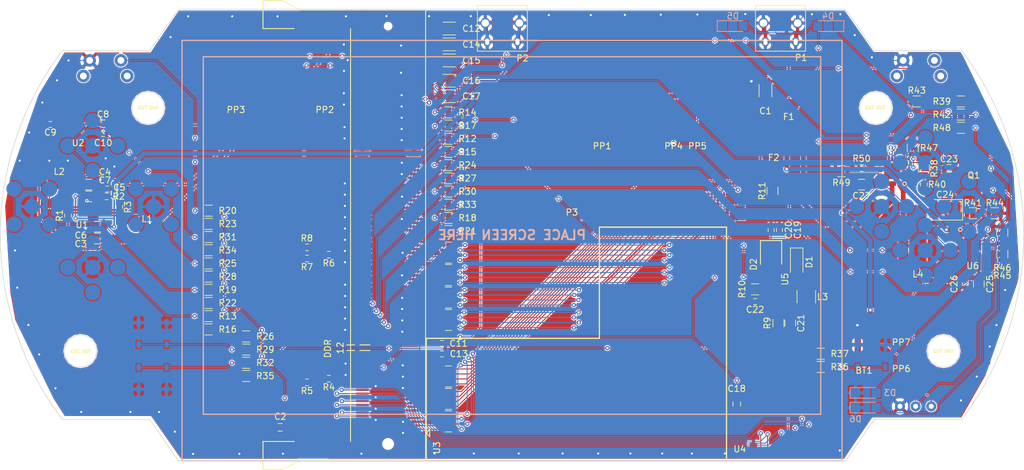
<source format=kicad_pcb>
(kicad_pcb (version 4) (host pcbnew 4.0.4-stable)
  (layers (0 F.Cu signal) (31 B.Cu signal) (34 B.Paste user) (35 F.Paste user) (36 B.SilkS user) (37 F.SilkS user) (38 B.Mask user) (39 F.Mask user) (44 Edge.Cuts user))
  (net 0 "")
  (net 1 "Net-(BT1-Pad1)")
  (net 2 GND)
  (net 3 PWR_IN)
  (net 4 3V3)
  (net 5 1V8)
  (net 6 "Net-(C5-Pad1)")
  (net 7 5V)
  (net 8 CM_VDAC)
  (net 9 "Net-(C10-Pad1)")
  (net 10 24V)
  (net 11 LEDK)
  (net 12 "Net-(C23-Pad1)")
  (net 13 VBAT)
  (net 14 "Net-(D1-Pad2)")
  (net 15 "Net-(D3-Pad2)")
  (net 16 "Net-(D4-Pad1)")
  (net 17 "Net-(D5-Pad1)")
  (net 18 "Net-(D6-Pad2)")
  (net 19 "Net-(F1-Pad2)")
  (net 20 "Net-(L1-Pad1)")
  (net 21 "Net-(L2-Pad1)")
  (net 22 "Net-(L4-Pad2)")
  (net 23 "Net-(P1-Pad2)")
  (net 24 "Net-(P1-Pad3)")
  (net 25 "Net-(P1-Pad4)")
  (net 26 USB_D-)
  (net 27 USB_D+)
  (net 28 "Net-(P2-Pad4)")
  (net 29 "Net-(P3-Pad7)")
  (net 30 "Net-(P3-Pad8)")
  (net 31 "Net-(P3-Pad6)")
  (net 32 "Net-(P3-Pad5)")
  (net 33 "Net-(P3-Pad23)")
  (net 34 "Net-(P3-Pad24)")
  (net 35 "Net-(P3-Pad22)")
  (net 36 "Net-(P3-Pad21)")
  (net 37 "Net-(P3-Pad17)")
  (net 38 "Net-(P3-Pad18)")
  (net 39 "Net-(P3-Pad20)")
  (net 40 "Net-(P3-Pad19)")
  (net 41 "Net-(P3-Pad11)")
  (net 42 "Net-(P3-Pad12)")
  (net 43 "Net-(P3-Pad10)")
  (net 44 "Net-(P3-Pad9)")
  (net 45 "Net-(P3-Pad13)")
  (net 46 "Net-(P3-Pad14)")
  (net 47 "Net-(P3-Pad16)")
  (net 48 "Net-(P3-Pad15)")
  (net 49 "Net-(P3-Pad31)")
  (net 50 "Net-(P3-Pad32)")
  (net 51 "Net-(P3-Pad30)")
  (net 52 "Net-(P3-Pad25)")
  (net 53 "Net-(P3-Pad26)")
  (net 54 "Net-(P3-Pad28)")
  (net 55 "Net-(P3-Pad27)")
  (net 56 "Net-(P3-Pad35)")
  (net 57 "Net-(P3-Pad34)")
  (net 58 "Net-(P3-Pad33)")
  (net 59 "Net-(P3-Pad37)")
  (net 60 "Net-(P3-Pad38)")
  (net 61 "Net-(P3-Pad40)")
  (net 62 "Net-(P3-Pad39)")
  (net 63 "Net-(Q1-Pad1)")
  (net 64 "Net-(Q1-Pad3)")
  (net 65 "Net-(R1-Pad2)")
  (net 66 "Net-(R3-Pad2)")
  (net 67 "Net-(R4-Pad1)")
  (net 68 "Net-(R5-Pad1)")
  (net 69 "Net-(R6-Pad1)")
  (net 70 "Net-(R7-Pad1)")
  (net 71 "Net-(R8-Pad1)")
  (net 72 "Net-(R9-Pad1)")
  (net 73 UP_IN)
  (net 74 A_IN)
  (net 75 L_BUMP_IN)
  (net 76 UP)
  (net 77 A)
  (net 78 L_BUMP)
  (net 79 DOWN_IN)
  (net 80 B_IN)
  (net 81 R_BUMP_IN)
  (net 82 DOWN)
  (net 83 B)
  (net 84 R_BUMP)
  (net 85 LEFT_IN)
  (net 86 X_IN)
  (net 87 START_IN)
  (net 88 LEFT)
  (net 89 X)
  (net 90 START)
  (net 91 RIGHT_IN)
  (net 92 Y_IN)
  (net 93 SELECT_IN)
  (net 94 RIGHT)
  (net 95 Y)
  (net 96 SELECT)
  (net 97 HOME_IN)
  (net 98 HOME)
  (net 99 "Net-(R38-Pad2)")
  (net 100 "Net-(R41-Pad2)")
  (net 101 "Net-(R42-Pad2)")
  (net 102 "Net-(R43-Pad2)")
  (net 103 "Net-(R45-Pad2)")
  (net 104 "Net-(R47-Pad1)")
  (net 105 "Net-(R49-Pad1)")
  (net 106 "Net-(R50-Pad1)")
  (net 107 R1)
  (net 108 R0)
  (net 109 R2)
  (net 110 R3)
  (net 111 R5)
  (net 112 R4)
  (net 113 R6)
  (net 114 R7)
  (net 115 G1)
  (net 116 G0)
  (net 117 G2)
  (net 118 G3)
  (net 119 G5)
  (net 120 G4)
  (net 121 G6)
  (net 122 G7)
  (net 123 B1)
  (net 124 B0)
  (net 125 B2)
  (net 126 B3)
  (net 127 B5)
  (net 128 B4)
  (net 129 B6)
  (net 130 B7)
  (net 131 DE)
  (net 132 ODCK)
  (net 133 VSYNC)
  (net 134 HSYNC)
  (net 135 "Net-(U1-Pad5)")
  (net 136 "Net-(U1-Pad11)")
  (net 137 "Net-(U3-Pad93)")
  (net 138 "Net-(U3-Pad95)")
  (net 139 "Net-(U3-Pad99)")
  (net 140 "Net-(U3-Pad101)")
  (net 141 "Net-(U3-Pad105)")
  (net 142 "Net-(U3-Pad107)")
  (net 143 "Net-(U3-Pad111)")
  (net 144 "Net-(U3-Pad113)")
  (net 145 "Net-(U3-Pad117)")
  (net 146 "Net-(U3-Pad119)")
  (net 147 "Net-(U3-Pad123)")
  (net 148 "Net-(U3-Pad125)")
  (net 149 "Net-(U3-Pad129)")
  (net 150 "Net-(U3-Pad131)")
  (net 151 "Net-(U3-Pad135)")
  (net 152 "Net-(U3-Pad137)")
  (net 153 "Net-(U3-Pad141)")
  (net 154 "Net-(U3-Pad143)")
  (net 155 "Net-(U3-Pad147)")
  (net 156 "Net-(U3-Pad149)")
  (net 157 "Net-(U3-Pad153)")
  (net 158 "Net-(U3-Pad155)")
  (net 159 "Net-(U3-Pad159)")
  (net 160 "Net-(U3-Pad161)")
  (net 161 "Net-(U3-Pad171)")
  (net 162 "Net-(U3-Pad173)")
  (net 163 "Net-(U3-Pad175)")
  (net 164 "Net-(U3-Pad177)")
  (net 165 "Net-(U3-Pad179)")
  (net 166 SDX_CLK)
  (net 167 SDX_CMD)
  (net 168 SDX_D0)
  (net 169 SDX_D1)
  (net 170 SDX_D2)
  (net 171 SDX_D3)
  (net 172 "Net-(U3-Pad34)")
  (net 173 "Net-(U3-Pad90)")
  (net 174 "Net-(U3-Pad94)")
  (net 175 "Net-(U3-Pad96)")
  (net 176 "Net-(U3-Pad100)")
  (net 177 "Net-(U3-Pad102)")
  (net 178 "Net-(U3-Pad106)")
  (net 179 "Net-(U3-Pad108)")
  (net 180 "Net-(U3-Pad112)")
  (net 181 "Net-(U3-Pad114)")
  (net 182 "Net-(U3-Pad118)")
  (net 183 "Net-(U3-Pad120)")
  (net 184 "Net-(U3-Pad124)")
  (net 185 "Net-(U3-Pad126)")
  (net 186 "Net-(U3-Pad128)")
  (net 187 "Net-(U3-Pad130)")
  (net 188 "Net-(U3-Pad132)")
  (net 189 "Net-(U3-Pad136)")
  (net 190 "Net-(U3-Pad138)")
  (net 191 "Net-(U3-Pad142)")
  (net 192 "Net-(U3-Pad144)")
  (net 193 "Net-(U3-Pad148)")
  (net 194 "Net-(U3-Pad150)")
  (net 195 "Net-(U3-Pad154)")
  (net 196 "Net-(U3-Pad156)")
  (net 197 "Net-(U3-Pad158)")
  (net 198 "Net-(U3-Pad160)")
  (net 199 "Net-(U3-Pad162)")
  (net 200 "Net-(U3-Pad166)")
  (net 201 "Net-(U3-Pad168)")
  (net 202 "Net-(U3-Pad172)")
  (net 203 "Net-(U3-Pad174)")
  (net 204 "Net-(U3-Pad176)")
  (net 205 "Net-(U3-Pad178)")
  (net 206 "Net-(U3-Pad180)")
  (net 207 "Net-(U4-Pad10)")
  (net 208 "Net-(U4-Pad9)")
  (net 209 "Net-(U6-Pad2)")
  (net 210 EN_PWR)
  (net 211 "Net-(U7-Pad6)")
  (module Pi-Library:Test_Point (layer F.Cu) (at 201.92746 127.72644)
    (fp_text reference PP6 (at 0 1.6) (layer F.SilkS))
    (fp_text value Test_Point)
    (pad 1 smd circle (at 0 0) (size 1 1) (layers F.Cu F.Paste F.Mask) (net 1 "Net-(BT1-Pad1)"))
  )
  (module Pi-Library:Test_Point (layer F.Cu) (at 169.34688 92.12326)
    (fp_text reference PP5 (at 0 1.6) (layer F.SilkS))
    (fp_text value Test_Point)
    (pad 1 smd circle (at 0 0) (size 1 1) (layers F.Cu F.Paste F.Mask) (net 7 5V))
  )
  (module Pi-Library:Test_Point (layer F.Cu) (at 165.53688 92.12326)
    (fp_text reference PP4 (at 0 1.6) (layer F.SilkS))
    (fp_text value Test_Point)
    (pad 1 smd circle (at 0 0) (size 1 1) (layers F.Cu F.Paste F.Mask) (net 10 24V))
  )
  (module Pi-Library:Test_Point (layer F.Cu) (at 95.5675 86.32444)
    (fp_text reference PP3 (at 0 1.6) (layer F.SilkS))
    (fp_text value Test_Point)
    (pad 1 smd circle (at 0 0) (size 1 1) (layers F.Cu F.Paste F.Mask) (net 8 CM_VDAC))
  )
  (module Pi-Library:Test_Point (layer F.Cu) (at 109.76102 86.32444)
    (fp_text reference PP2 (at 0 1.6) (layer F.SilkS))
    (fp_text value Test_Point)
    (pad 1 smd circle (at 0 0) (size 1 1) (layers F.Cu F.Paste F.Mask) (net 5 1V8))
  )
  (module Pi-Library:Test_Point (layer F.Cu) (at 154.10688 92.12326)
    (fp_text reference PP1 (at 0 1.6) (layer F.SilkS))
    (fp_text value Test_Point)
    (pad 1 smd circle (at 0 0) (size 1 1) (layers F.Cu F.Paste F.Mask) (net 4 3V3))
  )
  (module Pi-Library:spdt_switch_MHSS1105 (layer F.Cu) (at 204.2179 135.3312)
    (fp_text reference U8 hide)
    (fp_text value SPDT_switch)
    (pad 2 thru_hole circle (at 0 0) (size 1.6 1.6) (drill 0.8) (layers *.Cu *.Mask) (net 210 EN_PWR))
    (pad 1 thru_hole circle (at -2.5 0) (size 1.6 1.6) (drill 0.8) (layers *.Cu *.Mask) (net 2 GND))
    (pad 3 thru_hole circle (at 2.5 0) (size 1.6 1.6) (drill 0.8) (layers *.Cu *.Mask) (net 13 VBAT))
  )
  (module Pi-Library:MCP73871 (layer F.Cu) (at 200.4568 97.7519 180)
    (fp_text reference U7 (at 0 3.6 180) (layer F.SilkS))
    (fp_text value MCP73871)
    (pad 18 smd rect (at 0 -1.965 180) (size 0.3 0.7) (layers F.Cu F.Paste F.Mask) (net 3 PWR_IN))
    (pad 17 smd rect (at 0.5 -1.965 180) (size 0.3 0.7) (layers F.Cu F.Paste F.Mask) (net 3 PWR_IN))
    (pad 16 smd rect (at 1 -1.965 180) (size 0.3 0.7) (layers F.Cu F.Paste F.Mask) (net 1 "Net-(BT1-Pad1)"))
    (pad 19 smd rect (at -0.5 -1.965 180) (size 0.3 0.7) (layers F.Cu F.Paste F.Mask) (net 3 PWR_IN))
    (pad 20 smd rect (at -1 -1.965 180) (size 0.3 0.7) (layers F.Cu F.Paste F.Mask) (net 13 VBAT))
    (pad 3 smd rect (at -1.965 0 180) (size 0.7 0.3) (layers F.Cu F.Paste F.Mask) (net 3 PWR_IN))
    (pad 4 smd rect (at -1.965 0.5 180) (size 0.7 0.3) (layers F.Cu F.Paste F.Mask) (net 3 PWR_IN))
    (pad 5 smd rect (at -1.965 1 180) (size 0.7 0.3) (layers F.Cu F.Paste F.Mask) (net 104 "Net-(R47-Pad1)"))
    (pad 2 smd rect (at -1.965 -0.5 180) (size 0.7 0.3) (layers F.Cu F.Paste F.Mask) (net 99 "Net-(R38-Pad2)"))
    (pad 1 smd rect (at -1.965 -1 180) (size 0.7 0.3) (layers F.Cu F.Paste F.Mask) (net 13 VBAT))
    (pad 15 smd rect (at 1.965 -1 180) (size 0.7 0.3) (layers F.Cu F.Paste F.Mask) (net 1 "Net-(BT1-Pad1)"))
    (pad 14 smd rect (at 1.965 -0.5 180) (size 0.7 0.3) (layers F.Cu F.Paste F.Mask) (net 1 "Net-(BT1-Pad1)"))
    (pad 13 smd rect (at 1.965 0 180) (size 0.7 0.3) (layers F.Cu F.Paste F.Mask) (net 105 "Net-(R49-Pad1)"))
    (pad 12 smd rect (at 1.965 0.5 180) (size 0.7 0.3) (layers F.Cu F.Paste F.Mask) (net 106 "Net-(R50-Pad1)"))
    (pad 11 smd rect (at 1.965 1 180) (size 0.7 0.3) (layers F.Cu F.Paste F.Mask) (net 2 GND))
    (pad 6 smd rect (at -1 1.965 180) (size 0.3 0.7) (layers F.Cu F.Paste F.Mask) (net 211 "Net-(U7-Pad6)"))
    (pad 7 smd rect (at -0.5 1.965 180) (size 0.3 0.7) (layers F.Cu F.Paste F.Mask) (net 102 "Net-(R43-Pad2)"))
    (pad 8 smd rect (at 0 1.965 180) (size 0.3 0.7) (layers F.Cu F.Paste F.Mask) (net 101 "Net-(R42-Pad2)"))
    (pad 9 smd rect (at 0.5 1.965 180) (size 0.3 0.7) (layers F.Cu F.Paste F.Mask) (net 3 PWR_IN))
    (pad 10 smd rect (at 1 1.965 180) (size 0.3 0.7) (layers F.Cu F.Paste F.Mask) (net 2 GND))
    (pad 21 smd rect (at 0 0 180) (size 2.5 2.5) (layers F.Cu F.Paste F.Mask) (net 2 GND))
  )
  (module Pi-Library:TPS61090RSAR (layer F.Cu) (at 213.3538 109.07256)
    (fp_text reference U6 (at 0 3.8) (layer F.SilkS))
    (fp_text value TPS61090RSAR)
    (pad 15 smd rect (at -0.325 -1.975) (size 0.35 0.85) (layers F.Cu F.Paste F.Mask) (net 12 "Net-(C23-Pad1)"))
    (pad 14 smd rect (at 0.325 -1.975) (size 0.35 0.85) (layers F.Cu F.Paste F.Mask) (net 100 "Net-(R41-Pad2)"))
    (pad 13 smd rect (at 0.975 -1.975) (size 0.35 0.85) (layers F.Cu F.Paste F.Mask) (net 2 GND))
    (pad 16 smd rect (at -0.975 -1.975) (size 0.35 0.85) (layers F.Cu F.Paste F.Mask) (net 12 "Net-(C23-Pad1)"))
    (pad 5 smd rect (at -0.975 1.975) (size 0.35 0.85) (layers F.Cu F.Paste F.Mask) (net 2 GND))
    (pad 6 smd rect (at -0.325 1.975) (size 0.35 0.85) (layers F.Cu F.Paste F.Mask) (net 2 GND))
    (pad 7 smd rect (at 0.325 1.975) (size 0.35 0.85) (layers F.Cu F.Paste F.Mask) (net 2 GND))
    (pad 8 smd rect (at 0.975 1.975) (size 0.35 0.85) (layers F.Cu F.Paste F.Mask) (net 13 VBAT))
    (pad 1 smd rect (at -1.975 -0.975) (size 0.85 0.35) (layers F.Cu F.Paste F.Mask) (net 12 "Net-(C23-Pad1)"))
    (pad 2 smd rect (at -1.975 -0.325) (size 0.85 0.35) (layers F.Cu F.Paste F.Mask) (net 209 "Net-(U6-Pad2)"))
    (pad 3 smd rect (at -1.975 0.325) (size 0.85 0.35) (layers F.Cu F.Paste F.Mask) (net 22 "Net-(L4-Pad2)"))
    (pad 4 smd rect (at -1.975 0.975) (size 0.85 0.35) (layers F.Cu F.Paste F.Mask) (net 22 "Net-(L4-Pad2)"))
    (pad 12 smd rect (at 1.975 -0.975) (size 0.85 0.35) (layers F.Cu F.Paste F.Mask) (net 63 "Net-(Q1-Pad1)"))
    (pad 11 smd rect (at 1.975 -0.325) (size 0.85 0.35) (layers F.Cu F.Paste F.Mask) (net 210 EN_PWR))
    (pad 10 smd rect (at 1.975 0.325) (size 0.85 0.35) (layers F.Cu F.Paste F.Mask) (net 2 GND))
    (pad 9 smd rect (at 1.975 0.975) (size 0.85 0.35) (layers F.Cu F.Paste F.Mask) (net 103 "Net-(R45-Pad2)"))
    (pad 17 smd rect (at 0 0) (size 2.7 2.7) (layers F.Cu F.Paste F.Mask) (net 2 GND))
  )
  (module Pi-Library:FAN5333BSX (layer F.Cu) (at 183.2356 117.7925 270)
    (fp_text reference U5 (at -2.78384 -0.10922 270) (layer F.SilkS))
    (fp_text value FAN5333BSX)
    (pad 3 smd rect (at -1.175 0.95 270) (size 0.45 0.35) (layers F.Cu F.Paste F.Mask) (net 11 LEDK))
    (pad 1 smd rect (at -1.175 -0.95 270) (size 0.45 0.35) (layers F.Cu F.Paste F.Mask) (net 14 "Net-(D1-Pad2)"))
    (pad 5 smd rect (at 1.175 -0.95 270) (size 0.45 0.35) (layers F.Cu F.Paste F.Mask) (net 7 5V))
    (pad 2 smd rect (at -1.175 0 270) (size 0.45 0.35) (layers F.Cu F.Paste F.Mask) (net 2 GND))
    (pad 4 smd rect (at 1.175 0.95 270) (size 0.45 0.35) (layers F.Cu F.Paste F.Mask) (net 72 "Net-(R9-Pad1)"))
  )
  (module Pi-Library:uSD_1040310811 (layer F.Cu) (at 184.0529 142.4178)
    (fp_text reference U4 (at -7.93692 -0.25908) (layer F.SilkS))
    (fp_text value 1040310811)
    (pad 1 smd rect (at 3.105 0) (size 0.85 1.1) (layers F.Cu F.Paste F.Mask) (net 170 SDX_D2))
    (pad 2 smd rect (at 2.005 0) (size 0.85 1.1) (layers F.Cu F.Paste F.Mask) (net 171 SDX_D3))
    (pad 3 smd rect (at 0.905 0) (size 0.85 1.1) (layers F.Cu F.Paste F.Mask) (net 167 SDX_CMD))
    (pad 4 smd rect (at -0.195 0) (size 0.85 1.1) (layers F.Cu F.Paste F.Mask) (net 4 3V3))
    (pad 5 smd rect (at -1.295 0) (size 0.85 1.1) (layers F.Cu F.Paste F.Mask) (net 166 SDX_CLK))
    (pad 6 smd rect (at -2.395 0) (size 0.85 1.1) (layers F.Cu F.Paste F.Mask) (net 2 GND))
    (pad 7 smd rect (at -3.495 0) (size 0.85 1.1) (layers F.Cu F.Paste F.Mask) (net 168 SDX_D0))
    (pad 8 smd rect (at -4.595 0) (size 0.75 1.1) (drill (offset 0.05 0)) (layers F.Cu F.Paste F.Mask) (net 169 SDX_D1))
    (pad 11 smd rect (at -5.755 0) (size 1.17 1.8) (drill (offset 0 -0.35)) (layers F.Cu F.Paste F.Mask) (net 2 GND))
    (pad 14 smd rect (at 5.565 0) (size 1.55 1.35) (drill (offset 0 -0.125)) (layers F.Cu F.Paste F.Mask) (net 2 GND))
    (pad 12 smd rect (at -3.73 -10.825) (size 1.9 1.35) (layers F.Cu F.Paste F.Mask) (net 2 GND))
    (pad 13 smd rect (at 2.24 -10.825) (size 1.9 1.35) (layers F.Cu F.Paste F.Mask) (net 2 GND))
    (pad 10 smd rect (at 5.74 -6.15) (size 1.2 1) (layers F.Cu F.Paste F.Mask) (net 207 "Net-(U4-Pad10)"))
    (pad 9 smd rect (at 5.74 -9.85) (size 1.2 1) (layers F.Cu F.Paste F.Mask) (net 208 "Net-(U4-Pad9)"))
  )
  (module Pi-Library:Socket_SODIMM_DDR2 (layer F.Cu) (at 119.888 107.95 90)
    (fp_text reference U3 (at -34.00806 7.7978 90) (layer F.SilkS))
    (fp_text value DDR2_SODIMM_CM_3_Lite)
    (fp_text user DDR (at -18.15 -9.65 90) (layer F.SilkS))
    (fp_text user 1 (at -18.55 -7.65 90) (layer F.SilkS))
    (fp_text user 2 (at -17.55 -7.65 90) (layer F.SilkS))
    (pad "" np_thru_hole circle (at -33.4 0 90) (size 1.6 1.6) (drill 1.6) (layers *.Cu *.Mask))
    (pad "" np_thru_hole circle (at 33.4 0 90) (size 1.1 1.1) (drill 1.1) (layers *.Cu *.Mask))
    (pad "" smd rect (at 33.4 -12 90) (size 4.5 4.6) (layers F.Cu F.Paste F.Mask))
    (pad "" smd rect (at -33.4 -12 90) (size 4.5 4.6) (layers F.Cu F.Paste F.Mask))
    (pad 1 smd rect (at -31.65 4.1 90) (size 0.35 2) (layers F.Cu F.Paste F.Mask) (net 2 GND))
    (pad 3 smd rect (at -31.05 4.1 90) (size 0.35 2) (layers F.Cu F.Paste F.Mask) (net 132 ODCK))
    (pad 5 smd rect (at -30.45 4.1 90) (size 0.35 2) (layers F.Cu F.Paste F.Mask) (net 131 DE))
    (pad 7 smd rect (at -29.85 4.1 90) (size 0.35 2) (layers F.Cu F.Paste F.Mask) (net 2 GND))
    (pad 9 smd rect (at -29.25 4.1 90) (size 0.35 2) (layers F.Cu F.Paste F.Mask) (net 133 VSYNC))
    (pad 11 smd rect (at -28.65 4.1 90) (size 0.35 2) (layers F.Cu F.Paste F.Mask) (net 134 HSYNC))
    (pad 13 smd rect (at -28.05 4.1 90) (size 0.35 2) (layers F.Cu F.Paste F.Mask) (net 2 GND))
    (pad 15 smd rect (at -27.45 4.1 90) (size 0.35 2) (layers F.Cu F.Paste F.Mask) (net 124 B0))
    (pad 17 smd rect (at -26.85 4.1 90) (size 0.35 2) (layers F.Cu F.Paste F.Mask) (net 123 B1))
    (pad 19 smd rect (at -26.25 4.1 90) (size 0.35 2) (layers F.Cu F.Paste F.Mask) (net 2 GND))
    (pad 21 smd rect (at -25.65 4.1 90) (size 0.35 2) (layers F.Cu F.Paste F.Mask) (net 125 B2))
    (pad 23 smd rect (at -25.05 4.1 90) (size 0.35 2) (layers F.Cu F.Paste F.Mask) (net 126 B3))
    (pad 25 smd rect (at -24.45 4.1 90) (size 0.35 2) (layers F.Cu F.Paste F.Mask) (net 2 GND))
    (pad 27 smd rect (at -23.85 4.1 90) (size 0.35 2) (layers F.Cu F.Paste F.Mask) (net 128 B4))
    (pad 29 smd rect (at -23.25 4.1 90) (size 0.35 2) (layers F.Cu F.Paste F.Mask) (net 127 B5))
    (pad 31 smd rect (at -22.65 4.1 90) (size 0.35 2) (layers F.Cu F.Paste F.Mask) (net 2 GND))
    (pad 33 smd rect (at -22.05 4.1 90) (size 0.35 2) (layers F.Cu F.Paste F.Mask) (net 129 B6))
    (pad 35 smd rect (at -21.45 4.1 90) (size 0.35 2) (layers F.Cu F.Paste F.Mask) (net 130 B7))
    (pad 37 smd rect (at -20.85 4.1 90) (size 0.35 2) (layers F.Cu F.Paste F.Mask) (net 2 GND))
    (pad 39 smd rect (at -20.25 4.1 90) (size 0.35 2) (layers F.Cu F.Paste F.Mask) (net 4 3V3))
    (pad 41 smd rect (at -16.05 4.1 90) (size 0.35 2) (layers F.Cu F.Paste F.Mask) (net 4 3V3))
    (pad 43 smd rect (at -15.45 4.1 90) (size 0.35 2) (layers F.Cu F.Paste F.Mask) (net 2 GND))
    (pad 45 smd rect (at -14.85 4.1 90) (size 0.35 2) (layers F.Cu F.Paste F.Mask) (net 116 G0))
    (pad 47 smd rect (at -14.25 4.1 90) (size 0.35 2) (layers F.Cu F.Paste F.Mask) (net 115 G1))
    (pad 49 smd rect (at -13.65 4.1 90) (size 0.35 2) (layers F.Cu F.Paste F.Mask) (net 2 GND))
    (pad 51 smd rect (at -13.05 4.1 90) (size 0.35 2) (layers F.Cu F.Paste F.Mask) (net 117 G2))
    (pad 53 smd rect (at -12.45 4.1 90) (size 0.35 2) (layers F.Cu F.Paste F.Mask) (net 118 G3))
    (pad 55 smd rect (at -11.85 4.1 90) (size 0.35 2) (layers F.Cu F.Paste F.Mask) (net 2 GND))
    (pad 57 smd rect (at -11.25 4.1 90) (size 0.35 2) (layers F.Cu F.Paste F.Mask) (net 120 G4))
    (pad 59 smd rect (at -10.65 4.1 90) (size 0.35 2) (layers F.Cu F.Paste F.Mask) (net 119 G5))
    (pad 61 smd rect (at -10.05 4.1 90) (size 0.35 2) (layers F.Cu F.Paste F.Mask) (net 2 GND))
    (pad 63 smd rect (at -9.45 4.1 90) (size 0.35 2) (layers F.Cu F.Paste F.Mask) (net 121 G6))
    (pad 65 smd rect (at -8.85 4.1 90) (size 0.35 2) (layers F.Cu F.Paste F.Mask) (net 122 G7))
    (pad 67 smd rect (at -8.25 4.1 90) (size 0.35 2) (layers F.Cu F.Paste F.Mask) (net 2 GND))
    (pad 69 smd rect (at -7.65 4.1 90) (size 0.35 2) (layers F.Cu F.Paste F.Mask) (net 108 R0))
    (pad 71 smd rect (at -7.05 4.1 90) (size 0.35 2) (layers F.Cu F.Paste F.Mask) (net 107 R1))
    (pad 73 smd rect (at -6.45 4.1 90) (size 0.35 2) (layers F.Cu F.Paste F.Mask) (net 2 GND))
    (pad 75 smd rect (at -5.85 4.1 90) (size 0.35 2) (layers F.Cu F.Paste F.Mask) (net 109 R2))
    (pad 77 smd rect (at -5.25 4.1 90) (size 0.35 2) (layers F.Cu F.Paste F.Mask) (net 110 R3))
    (pad 79 smd rect (at -4.65 4.1 90) (size 0.35 2) (layers F.Cu F.Paste F.Mask) (net 2 GND))
    (pad 81 smd rect (at -4.05 4.1 90) (size 0.35 2) (layers F.Cu F.Paste F.Mask) (net 112 R4))
    (pad 83 smd rect (at -3.45 4.1 90) (size 0.35 2) (layers F.Cu F.Paste F.Mask) (net 111 R5))
    (pad 85 smd rect (at -2.85 4.1 90) (size 0.35 2) (layers F.Cu F.Paste F.Mask) (net 2 GND))
    (pad 87 smd rect (at -2.25 4.1 90) (size 0.35 2) (layers F.Cu F.Paste F.Mask) (net 113 R6))
    (pad 89 smd rect (at -1.65 4.1 90) (size 0.35 2) (layers F.Cu F.Paste F.Mask) (net 114 R7))
    (pad 91 smd rect (at -1.05 4.1 90) (size 0.35 2) (layers F.Cu F.Paste F.Mask) (net 2 GND))
    (pad 93 smd rect (at -0.45 4.1 90) (size 0.35 2) (layers F.Cu F.Paste F.Mask) (net 137 "Net-(U3-Pad93)"))
    (pad 95 smd rect (at 0.15 4.1 90) (size 0.35 2) (layers F.Cu F.Paste F.Mask) (net 138 "Net-(U3-Pad95)"))
    (pad 97 smd rect (at 0.75 4.1 90) (size 0.35 2) (layers F.Cu F.Paste F.Mask) (net 2 GND))
    (pad 99 smd rect (at 1.35 4.1 90) (size 0.35 2) (layers F.Cu F.Paste F.Mask) (net 139 "Net-(U3-Pad99)"))
    (pad 101 smd rect (at 1.95 4.1 90) (size 0.35 2) (layers F.Cu F.Paste F.Mask) (net 140 "Net-(U3-Pad101)"))
    (pad 103 smd rect (at 2.55 4.1 90) (size 0.35 2) (layers F.Cu F.Paste F.Mask) (net 2 GND))
    (pad 105 smd rect (at 3.15 4.1 90) (size 0.35 2) (layers F.Cu F.Paste F.Mask) (net 141 "Net-(U3-Pad105)"))
    (pad 107 smd rect (at 3.75 4.1 90) (size 0.35 2) (layers F.Cu F.Paste F.Mask) (net 142 "Net-(U3-Pad107)"))
    (pad 109 smd rect (at 4.35 4.1 90) (size 0.35 2) (layers F.Cu F.Paste F.Mask) (net 2 GND))
    (pad 111 smd rect (at 4.95 4.1 90) (size 0.35 2) (layers F.Cu F.Paste F.Mask) (net 143 "Net-(U3-Pad111)"))
    (pad 113 smd rect (at 5.55 4.1 90) (size 0.35 2) (layers F.Cu F.Paste F.Mask) (net 144 "Net-(U3-Pad113)"))
    (pad 115 smd rect (at 6.15 4.1 90) (size 0.35 2) (layers F.Cu F.Paste F.Mask) (net 2 GND))
    (pad 117 smd rect (at 6.75 4.1 90) (size 0.35 2) (layers F.Cu F.Paste F.Mask) (net 145 "Net-(U3-Pad117)"))
    (pad 119 smd rect (at 7.35 4.1 90) (size 0.35 2) (layers F.Cu F.Paste F.Mask) (net 146 "Net-(U3-Pad119)"))
    (pad 121 smd rect (at 7.95 4.1 90) (size 0.35 2) (layers F.Cu F.Paste F.Mask) (net 2 GND))
    (pad 123 smd rect (at 8.55 4.1 90) (size 0.35 2) (layers F.Cu F.Paste F.Mask) (net 147 "Net-(U3-Pad123)"))
    (pad 125 smd rect (at 9.15 4.1 90) (size 0.35 2) (layers F.Cu F.Paste F.Mask) (net 148 "Net-(U3-Pad125)"))
    (pad 127 smd rect (at 9.75 4.1 90) (size 0.35 2) (layers F.Cu F.Paste F.Mask) (net 2 GND))
    (pad 129 smd rect (at 10.35 4.1 90) (size 0.35 2) (layers F.Cu F.Paste F.Mask) (net 149 "Net-(U3-Pad129)"))
    (pad 131 smd rect (at 10.95 4.1 90) (size 0.35 2) (layers F.Cu F.Paste F.Mask) (net 150 "Net-(U3-Pad131)"))
    (pad 133 smd rect (at 11.55 4.1 90) (size 0.35 2) (layers F.Cu F.Paste F.Mask) (net 2 GND))
    (pad 135 smd rect (at 12.15 4.1 90) (size 0.35 2) (layers F.Cu F.Paste F.Mask) (net 151 "Net-(U3-Pad135)"))
    (pad 137 smd rect (at 12.75 4.1 90) (size 0.35 2) (layers F.Cu F.Paste F.Mask) (net 152 "Net-(U3-Pad137)"))
    (pad 139 smd rect (at 13.35 4.1 90) (size 0.35 2) (layers F.Cu F.Paste F.Mask) (net 2 GND))
    (pad 141 smd rect (at 13.95 4.1 90) (size 0.35 2) (layers F.Cu F.Paste F.Mask) (net 153 "Net-(U3-Pad141)"))
    (pad 143 smd rect (at 14.55 4.1 90) (size 0.35 2) (layers F.Cu F.Paste F.Mask) (net 154 "Net-(U3-Pad143)"))
    (pad 145 smd rect (at 15.15 4.1 90) (size 0.35 2) (layers F.Cu F.Paste F.Mask) (net 2 GND))
    (pad 147 smd rect (at 15.75 4.1 90) (size 0.35 2) (layers F.Cu F.Paste F.Mask) (net 155 "Net-(U3-Pad147)"))
    (pad 149 smd rect (at 16.35 4.1 90) (size 0.35 2) (layers F.Cu F.Paste F.Mask) (net 156 "Net-(U3-Pad149)"))
    (pad 151 smd rect (at 16.95 4.1 90) (size 0.35 2) (layers F.Cu F.Paste F.Mask) (net 2 GND))
    (pad 153 smd rect (at 17.55 4.1 90) (size 0.35 2) (layers F.Cu F.Paste F.Mask) (net 157 "Net-(U3-Pad153)"))
    (pad 155 smd rect (at 18.15 4.1 90) (size 0.35 2) (layers F.Cu F.Paste F.Mask) (net 158 "Net-(U3-Pad155)"))
    (pad 157 smd rect (at 18.75 4.1 90) (size 0.35 2) (layers F.Cu F.Paste F.Mask) (net 2 GND))
    (pad 159 smd rect (at 19.35 4.1 90) (size 0.35 2) (layers F.Cu F.Paste F.Mask) (net 159 "Net-(U3-Pad159)"))
    (pad 161 smd rect (at 19.95 4.1 90) (size 0.35 2) (layers F.Cu F.Paste F.Mask) (net 160 "Net-(U3-Pad161)"))
    (pad 163 smd rect (at 20.55 4.1 90) (size 0.35 2) (layers F.Cu F.Paste F.Mask) (net 2 GND))
    (pad 165 smd rect (at 21.15 4.1 90) (size 0.35 2) (layers F.Cu F.Paste F.Mask) (net 27 USB_D+))
    (pad 167 smd rect (at 21.75 4.1 90) (size 0.35 2) (layers F.Cu F.Paste F.Mask) (net 26 USB_D-))
    (pad 169 smd rect (at 22.35 4.1 90) (size 0.35 2) (layers F.Cu F.Paste F.Mask) (net 2 GND))
    (pad 171 smd rect (at 22.95 4.1 90) (size 0.35 2) (layers F.Cu F.Paste F.Mask) (net 161 "Net-(U3-Pad171)"))
    (pad 173 smd rect (at 23.55 4.1 90) (size 0.35 2) (layers F.Cu F.Paste F.Mask) (net 162 "Net-(U3-Pad173)"))
    (pad 175 smd rect (at 24.15 4.1 90) (size 0.35 2) (layers F.Cu F.Paste F.Mask) (net 163 "Net-(U3-Pad175)"))
    (pad 177 smd rect (at 24.75 4.1 90) (size 0.35 2) (layers F.Cu F.Paste F.Mask) (net 164 "Net-(U3-Pad177)"))
    (pad 179 smd rect (at 25.35 4.1 90) (size 0.35 2) (layers F.Cu F.Paste F.Mask) (net 165 "Net-(U3-Pad179)"))
    (pad 181 smd rect (at 25.95 4.1 90) (size 0.35 2) (layers F.Cu F.Paste F.Mask) (net 2 GND))
    (pad 183 smd rect (at 26.55 4.1 90) (size 0.35 2) (layers F.Cu F.Paste F.Mask) (net 5 1V8))
    (pad 185 smd rect (at 27.15 4.1 90) (size 0.35 2) (layers F.Cu F.Paste F.Mask) (net 5 1V8))
    (pad 187 smd rect (at 27.75 4.1 90) (size 0.35 2) (layers F.Cu F.Paste F.Mask) (net 2 GND))
    (pad 189 smd rect (at 28.35 4.1 90) (size 0.35 2) (layers F.Cu F.Paste F.Mask) (net 8 CM_VDAC))
    (pad 191 smd rect (at 28.95 4.1 90) (size 0.35 2) (layers F.Cu F.Paste F.Mask) (net 4 3V3))
    (pad 193 smd rect (at 29.55 4.1 90) (size 0.35 2) (layers F.Cu F.Paste F.Mask) (net 4 3V3))
    (pad 195 smd rect (at 30.15 4.1 90) (size 0.35 2) (layers F.Cu F.Paste F.Mask) (net 2 GND))
    (pad 197 smd rect (at 30.75 4.1 90) (size 0.35 2) (layers F.Cu F.Paste F.Mask) (net 7 5V))
    (pad 199 smd rect (at 31.35 4.1 90) (size 0.35 2) (layers F.Cu F.Paste F.Mask) (net 7 5V))
    (pad 2 smd rect (at -31.35 -4.1 90) (size 0.35 2) (layers F.Cu F.Paste F.Mask) (net 4 3V3))
    (pad 4 smd rect (at -30.75 -4.1 90) (size 0.35 2) (layers F.Cu F.Paste F.Mask) (net 4 3V3))
    (pad 6 smd rect (at -30.15 -4.1 90) (size 0.35 2) (layers F.Cu F.Paste F.Mask) (net 4 3V3))
    (pad 8 smd rect (at -29.55 -4.1 90) (size 0.35 2) (layers F.Cu F.Paste F.Mask) (net 2 GND))
    (pad 10 smd rect (at -28.95 -4.1 90) (size 0.35 2) (layers F.Cu F.Paste F.Mask) (net 166 SDX_CLK))
    (pad 12 smd rect (at -28.35 -4.1 90) (size 0.35 2) (layers F.Cu F.Paste F.Mask) (net 167 SDX_CMD))
    (pad 14 smd rect (at -27.75 -4.1 90) (size 0.35 2) (layers F.Cu F.Paste F.Mask) (net 2 GND))
    (pad 16 smd rect (at -27.15 -4.1 90) (size 0.35 2) (layers F.Cu F.Paste F.Mask) (net 168 SDX_D0))
    (pad 18 smd rect (at -26.55 -4.1 90) (size 0.35 2) (layers F.Cu F.Paste F.Mask) (net 169 SDX_D1))
    (pad 20 smd rect (at -25.95 -4.1 90) (size 0.35 2) (layers F.Cu F.Paste F.Mask) (net 2 GND))
    (pad 22 smd rect (at -25.35 -4.1 90) (size 0.35 2) (layers F.Cu F.Paste F.Mask) (net 170 SDX_D2))
    (pad 24 smd rect (at -24.75 -4.1 90) (size 0.35 2) (layers F.Cu F.Paste F.Mask) (net 171 SDX_D3))
    (pad 26 smd rect (at -24.15 -4.1 90) (size 0.35 2) (layers F.Cu F.Paste F.Mask) (net 2 GND))
    (pad 28 smd rect (at -23.55 -4.1 90) (size 0.35 2) (layers F.Cu F.Paste F.Mask) (net 68 "Net-(R5-Pad1)"))
    (pad 30 smd rect (at -22.95 -4.1 90) (size 0.35 2) (layers F.Cu F.Paste F.Mask) (net 67 "Net-(R4-Pad1)"))
    (pad 32 smd rect (at -22.35 -4.1 90) (size 0.35 2) (layers F.Cu F.Paste F.Mask) (net 2 GND))
    (pad 34 smd rect (at -21.75 -4.1 90) (size 0.35 2) (layers F.Cu F.Paste F.Mask) (net 172 "Net-(U3-Pad34)"))
    (pad 36 smd rect (at -21.15 -4.1 90) (size 0.35 2) (layers F.Cu F.Paste F.Mask) (net 98 HOME))
    (pad 38 smd rect (at -20.55 -4.1 90) (size 0.35 2) (layers F.Cu F.Paste F.Mask) (net 2 GND))
    (pad 40 smd rect (at -19.95 -4.1 90) (size 0.35 2) (layers F.Cu F.Paste F.Mask) (net 4 3V3))
    (pad 42 smd rect (at -15.75 -4.1 90) (size 0.35 2) (layers F.Cu F.Paste F.Mask) (net 4 3V3))
    (pad 44 smd rect (at -15.15 -4.1 90) (size 0.35 2) (layers F.Cu F.Paste F.Mask) (net 2 GND))
    (pad 46 smd rect (at -14.55 -4.1 90) (size 0.35 2) (layers F.Cu F.Paste F.Mask) (net 82 DOWN))
    (pad 48 smd rect (at -13.95 -4.1 90) (size 0.35 2) (layers F.Cu F.Paste F.Mask) (net 94 RIGHT))
    (pad 50 smd rect (at -13.35 -4.1 90) (size 0.35 2) (layers F.Cu F.Paste F.Mask) (net 2 GND))
    (pad 52 smd rect (at -12.75 -4.1 90) (size 0.35 2) (layers F.Cu F.Paste F.Mask) (net 88 LEFT))
    (pad 54 smd rect (at -12.15 -4.1 90) (size 0.35 2) (layers F.Cu F.Paste F.Mask) (net 76 UP))
    (pad 56 smd rect (at -11.55 -4.1 90) (size 0.35 2) (layers F.Cu F.Paste F.Mask) (net 2 GND))
    (pad 58 smd rect (at -10.95 -4.1 90) (size 0.35 2) (layers F.Cu F.Paste F.Mask) (net 78 L_BUMP))
    (pad 60 smd rect (at -10.35 -4.1 90) (size 0.35 2) (layers F.Cu F.Paste F.Mask) (net 96 SELECT))
    (pad 62 smd rect (at -9.75 -4.1 90) (size 0.35 2) (layers F.Cu F.Paste F.Mask) (net 2 GND))
    (pad 64 smd rect (at -9.15 -4.1 90) (size 0.35 2) (layers F.Cu F.Paste F.Mask) (net 90 START))
    (pad 66 smd rect (at -8.55 -4.1 90) (size 0.35 2) (layers F.Cu F.Paste F.Mask) (net 77 A))
    (pad 68 smd rect (at -7.95 -4.1 90) (size 0.35 2) (layers F.Cu F.Paste F.Mask) (net 2 GND))
    (pad 70 smd rect (at -7.35 -4.1 90) (size 0.35 2) (layers F.Cu F.Paste F.Mask) (net 83 B))
    (pad 72 smd rect (at -6.75 -4.1 90) (size 0.35 2) (layers F.Cu F.Paste F.Mask) (net 89 X))
    (pad 74 smd rect (at -6.15 -4.1 90) (size 0.35 2) (layers F.Cu F.Paste F.Mask) (net 2 GND))
    (pad 76 smd rect (at -5.55 -4.1 90) (size 0.35 2) (layers F.Cu F.Paste F.Mask) (net 95 Y))
    (pad 78 smd rect (at -4.95 -4.1 90) (size 0.35 2) (layers F.Cu F.Paste F.Mask) (net 84 R_BUMP))
    (pad 80 smd rect (at -4.35 -4.1 90) (size 0.35 2) (layers F.Cu F.Paste F.Mask) (net 2 GND))
    (pad 82 smd rect (at -3.75 -4.1 90) (size 0.35 2) (layers F.Cu F.Paste F.Mask) (net 70 "Net-(R7-Pad1)"))
    (pad 84 smd rect (at -3.15 -4.1 90) (size 0.35 2) (layers F.Cu F.Paste F.Mask) (net 69 "Net-(R6-Pad1)"))
    (pad 86 smd rect (at -2.55 -4.1 90) (size 0.35 2) (layers F.Cu F.Paste F.Mask) (net 2 GND))
    (pad 88 smd rect (at -1.95 -4.1 90) (size 0.35 2) (layers F.Cu F.Paste F.Mask) (net 71 "Net-(R8-Pad1)"))
    (pad 90 smd rect (at -1.35 -4.1 90) (size 0.35 2) (layers F.Cu F.Paste F.Mask) (net 173 "Net-(U3-Pad90)"))
    (pad 92 smd rect (at -0.75 -4.1 90) (size 0.35 2) (layers F.Cu F.Paste F.Mask) (net 2 GND))
    (pad 94 smd rect (at -0.15 -4.1 90) (size 0.35 2) (layers F.Cu F.Paste F.Mask) (net 174 "Net-(U3-Pad94)"))
    (pad 96 smd rect (at 0.45 -4.1 90) (size 0.35 2) (layers F.Cu F.Paste F.Mask) (net 175 "Net-(U3-Pad96)"))
    (pad 98 smd rect (at 1.05 -4.1 90) (size 0.35 2) (layers F.Cu F.Paste F.Mask) (net 2 GND))
    (pad 100 smd rect (at 1.65 -4.1 90) (size 0.35 2) (layers F.Cu F.Paste F.Mask) (net 176 "Net-(U3-Pad100)"))
    (pad 102 smd rect (at 2.25 -4.1 90) (size 0.35 2) (layers F.Cu F.Paste F.Mask) (net 177 "Net-(U3-Pad102)"))
    (pad 104 smd rect (at 2.85 -4.1 90) (size 0.35 2) (layers F.Cu F.Paste F.Mask) (net 2 GND))
    (pad 106 smd rect (at 3.45 -4.1 90) (size 0.35 2) (layers F.Cu F.Paste F.Mask) (net 178 "Net-(U3-Pad106)"))
    (pad 108 smd rect (at 4.05 -4.1 90) (size 0.35 2) (layers F.Cu F.Paste F.Mask) (net 179 "Net-(U3-Pad108)"))
    (pad 110 smd rect (at 4.65 -4.1 90) (size 0.35 2) (layers F.Cu F.Paste F.Mask) (net 2 GND))
    (pad 112 smd rect (at 5.25 -4.1 90) (size 0.35 2) (layers F.Cu F.Paste F.Mask) (net 180 "Net-(U3-Pad112)"))
    (pad 114 smd rect (at 5.85 -4.1 90) (size 0.35 2) (layers F.Cu F.Paste F.Mask) (net 181 "Net-(U3-Pad114)"))
    (pad 116 smd rect (at 6.45 -4.1 90) (size 0.35 2) (layers F.Cu F.Paste F.Mask) (net 2 GND))
    (pad 118 smd rect (at 7.05 -4.1 90) (size 0.35 2) (layers F.Cu F.Paste F.Mask) (net 182 "Net-(U3-Pad118)"))
    (pad 120 smd rect (at 7.65 -4.1 90) (size 0.35 2) (layers F.Cu F.Paste F.Mask) (net 183 "Net-(U3-Pad120)"))
    (pad 122 smd rect (at 8.25 -4.1 90) (size 0.35 2) (layers F.Cu F.Paste F.Mask) (net 2 GND))
    (pad 124 smd rect (at 8.85 -4.1 90) (size 0.35 2) (layers F.Cu F.Paste F.Mask) (net 184 "Net-(U3-Pad124)"))
    (pad 126 smd rect (at 9.45 -4.1 90) (size 0.35 2) (layers F.Cu F.Paste F.Mask) (net 185 "Net-(U3-Pad126)"))
    (pad 128 smd rect (at 10.05 -4.1 90) (size 0.35 2) (layers F.Cu F.Paste F.Mask) (net 186 "Net-(U3-Pad128)"))
    (pad 130 smd rect (at 10.65 -4.1 90) (size 0.35 2) (layers F.Cu F.Paste F.Mask) (net 187 "Net-(U3-Pad130)"))
    (pad 132 smd rect (at 11.25 -4.1 90) (size 0.35 2) (layers F.Cu F.Paste F.Mask) (net 188 "Net-(U3-Pad132)"))
    (pad 134 smd rect (at 11.85 -4.1 90) (size 0.35 2) (layers F.Cu F.Paste F.Mask) (net 2 GND))
    (pad 136 smd rect (at 12.45 -4.1 90) (size 0.35 2) (layers F.Cu F.Paste F.Mask) (net 189 "Net-(U3-Pad136)"))
    (pad 138 smd rect (at 13.05 -4.1 90) (size 0.35 2) (layers F.Cu F.Paste F.Mask) (net 190 "Net-(U3-Pad138)"))
    (pad 140 smd rect (at 13.65 -4.1 90) (size 0.35 2) (layers F.Cu F.Paste F.Mask) (net 2 GND))
    (pad 142 smd rect (at 14.25 -4.1 90) (size 0.35 2) (layers F.Cu F.Paste F.Mask) (net 191 "Net-(U3-Pad142)"))
    (pad 144 smd rect (at 14.85 -4.1 90) (size 0.35 2) (layers F.Cu F.Paste F.Mask) (net 192 "Net-(U3-Pad144)"))
    (pad 146 smd rect (at 15.45 -4.1 90) (size 0.35 2) (layers F.Cu F.Paste F.Mask) (net 2 GND))
    (pad 148 smd rect (at 16.05 -4.1 90) (size 0.35 2) (layers F.Cu F.Paste F.Mask) (net 193 "Net-(U3-Pad148)"))
    (pad 150 smd rect (at 16.65 -4.1 90) (size 0.35 2) (layers F.Cu F.Paste F.Mask) (net 194 "Net-(U3-Pad150)"))
    (pad 152 smd rect (at 17.25 -4.1 90) (size 0.35 2) (layers F.Cu F.Paste F.Mask) (net 2 GND))
    (pad 154 smd rect (at 17.85 -4.1 90) (size 0.35 2) (layers F.Cu F.Paste F.Mask) (net 195 "Net-(U3-Pad154)"))
    (pad 156 smd rect (at 18.45 -4.1 90) (size 0.35 2) (layers F.Cu F.Paste F.Mask) (net 196 "Net-(U3-Pad156)"))
    (pad 158 smd rect (at 19.05 -4.1 90) (size 0.35 2) (layers F.Cu F.Paste F.Mask) (net 197 "Net-(U3-Pad158)"))
    (pad 160 smd rect (at 19.65 -4.1 90) (size 0.35 2) (layers F.Cu F.Paste F.Mask) (net 198 "Net-(U3-Pad160)"))
    (pad 162 smd rect (at 20.25 -4.1 90) (size 0.35 2) (layers F.Cu F.Paste F.Mask) (net 199 "Net-(U3-Pad162)"))
    (pad 164 smd rect (at 20.85 -4.1 90) (size 0.35 2) (layers F.Cu F.Paste F.Mask) (net 2 GND))
    (pad 166 smd rect (at 21.45 -4.1 90) (size 0.35 2) (layers F.Cu F.Paste F.Mask) (net 200 "Net-(U3-Pad166)"))
    (pad 168 smd rect (at 22.05 -4.1 90) (size 0.35 2) (layers F.Cu F.Paste F.Mask) (net 201 "Net-(U3-Pad168)"))
    (pad 170 smd rect (at 22.65 -4.1 90) (size 0.35 2) (layers F.Cu F.Paste F.Mask) (net 2 GND))
    (pad 172 smd rect (at 23.25 -4.1 90) (size 0.35 2) (layers F.Cu F.Paste F.Mask) (net 202 "Net-(U3-Pad172)"))
    (pad 174 smd rect (at 23.85 -4.1 90) (size 0.35 2) (layers F.Cu F.Paste F.Mask) (net 203 "Net-(U3-Pad174)"))
    (pad 176 smd rect (at 24.45 -4.1 90) (size 0.35 2) (layers F.Cu F.Paste F.Mask) (net 204 "Net-(U3-Pad176)"))
    (pad 178 smd rect (at 25.05 -4.1 90) (size 0.35 2) (layers F.Cu F.Paste F.Mask) (net 205 "Net-(U3-Pad178)"))
    (pad 180 smd rect (at 25.65 -4.1 90) (size 0.35 2) (layers F.Cu F.Paste F.Mask) (net 206 "Net-(U3-Pad180)"))
    (pad 182 smd rect (at 26.25 -4.1 90) (size 0.35 2) (layers F.Cu F.Paste F.Mask) (net 2 GND))
    (pad 184 smd rect (at 26.85 -4.1 90) (size 0.35 2) (layers F.Cu F.Paste F.Mask) (net 5 1V8))
    (pad 186 smd rect (at 27.45 -4.1 90) (size 0.35 2) (layers F.Cu F.Paste F.Mask) (net 5 1V8))
    (pad 188 smd rect (at 28.05 -4.1 90) (size 0.35 2) (layers F.Cu F.Paste F.Mask) (net 2 GND))
    (pad 190 smd rect (at 28.65 -4.1 90) (size 0.35 2) (layers F.Cu F.Paste F.Mask) (net 8 CM_VDAC))
    (pad 192 smd rect (at 29.25 -4.1 90) (size 0.35 2) (layers F.Cu F.Paste F.Mask) (net 4 3V3))
    (pad 194 smd rect (at 29.85 -4.1 90) (size 0.35 2) (layers F.Cu F.Paste F.Mask) (net 4 3V3))
    (pad 196 smd rect (at 30.45 -4.1 90) (size 0.35 2) (layers F.Cu F.Paste F.Mask) (net 2 GND))
    (pad 198 smd rect (at 31.05 -4.1 90) (size 0.35 2) (layers F.Cu F.Paste F.Mask) (net 7 5V))
    (pad 200 smd rect (at 31.65 -4.1 90) (size 0.35 2) (layers F.Cu F.Paste F.Mask) (net 7 5V))
  )
  (module Pi-Library:AP7115-25SEG-7 (layer F.Cu) (at 70.3453 90.9193)
    (fp_text reference U2 (at 0 2.3) (layer F.SilkS))
    (fp_text value AP7115-25SEG)
    (pad 2 smd rect (at -0.8875 0) (size 0.45 0.3) (layers F.Cu F.Paste F.Mask) (net 2 GND))
    (pad 3 smd rect (at -0.8875 0.65) (size 0.45 0.3) (layers F.Cu F.Paste F.Mask) (net 4 3V3))
    (pad 1 smd rect (at -0.8875 -0.65) (size 0.45 0.3) (layers F.Cu F.Paste F.Mask) (net 4 3V3))
    (pad 5 smd rect (at 0.8875 -0.65) (size 0.45 0.3) (layers F.Cu F.Paste F.Mask) (net 8 CM_VDAC))
    (pad 4 smd rect (at 0.8875 0.65) (size 0.45 0.3) (layers F.Cu F.Paste F.Mask) (net 9 "Net-(C10-Pad1)"))
  )
  (module Pi-Library:PAM2306AYPKE (layer F.Cu) (at 72.74052 104.16032)
    (fp_text reference U1 (at -1.7907 2.159) (layer F.SilkS))
    (fp_text value PAM2306AYPKE)
    (pad 13 smd rect (at 0 0) (size 1.7 2.5) (layers F.Cu F.Paste F.Mask) (net 2 GND))
    (pad 1 smd rect (at -1.7 -1.125) (size 1 0.25) (layers F.Cu F.Paste F.Mask) (net 7 5V))
    (pad 2 smd rect (at -1.7 -0.675) (size 1 0.25) (layers F.Cu F.Paste F.Mask) (net 21 "Net-(L2-Pad1)"))
    (pad 3 smd rect (at -1.7 -0.225) (size 1 0.25) (layers F.Cu F.Paste F.Mask) (net 2 GND))
    (pad 4 smd rect (at -1.7 0.225) (size 1 0.25) (layers F.Cu F.Paste F.Mask) (net 65 "Net-(R1-Pad2)"))
    (pad 5 smd rect (at -1.7 0.675) (size 1 0.25) (layers F.Cu F.Paste F.Mask) (net 135 "Net-(U1-Pad5)"))
    (pad 6 smd rect (at -1.7 1.125) (size 1 0.25) (layers F.Cu F.Paste F.Mask) (net 7 5V))
    (pad 7 smd rect (at 1.7 1.125) (size 1 0.25) (layers F.Cu F.Paste F.Mask) (net 7 5V))
    (pad 8 smd rect (at 1.7 0.675) (size 1 0.25) (layers F.Cu F.Paste F.Mask) (net 20 "Net-(L1-Pad1)"))
    (pad 9 smd rect (at 1.7 0.225) (size 1 0.25) (layers F.Cu F.Paste F.Mask) (net 2 GND))
    (pad 10 smd rect (at 1.7 -0.225) (size 1 0.25) (layers F.Cu F.Paste F.Mask) (net 66 "Net-(R3-Pad2)"))
    (pad 11 smd rect (at 1.7 -0.675) (size 1 0.25) (layers F.Cu F.Paste F.Mask) (net 136 "Net-(U1-Pad11)"))
    (pad 12 smd rect (at 1.7 -1.125) (size 1 0.25) (layers F.Cu F.Paste F.Mask) (net 6 "Net-(C5-Pad1)"))
  )
  (module Pi-Library:E-SW_SMD (layer B.Cu) (at 197.1548 127.2794)
    (fp_text reference SW13 hide)
    (fp_text value SW_PUSH_SMALL_H)
    (pad 1 smd rect (at 2.225 1.75) (size 0.7 1.1) (layers B.Cu B.Paste B.Mask) (net 97 HOME_IN))
    (pad 1 smd rect (at -2.225 1.75) (size 0.7 1.1) (layers B.Cu B.Paste B.Mask) (net 97 HOME_IN))
    (pad 2 smd rect (at -2.225 -1.75) (size 0.7 1.1) (layers B.Cu B.Paste B.Mask) (net 2 GND))
    (pad 2 smd rect (at 2.225 -1.75) (size 0.7 1.1) (layers B.Cu B.Paste B.Mask) (net 2 GND))
  )
  (module Pi-Library:E-SW_SMD (layer B.Cu) (at 82.2452 130.8608 180)
    (fp_text reference SW12 hide)
    (fp_text value SW_PUSH_SMALL_H)
    (pad 1 smd rect (at 2.225 1.75 180) (size 0.7 1.1) (layers B.Cu B.Paste B.Mask) (net 93 SELECT_IN))
    (pad 1 smd rect (at -2.225 1.75 180) (size 0.7 1.1) (layers B.Cu B.Paste B.Mask) (net 93 SELECT_IN))
    (pad 2 smd rect (at -2.225 -1.75 180) (size 0.7 1.1) (layers B.Cu B.Paste B.Mask) (net 2 GND))
    (pad 2 smd rect (at 2.225 -1.75 180) (size 0.7 1.1) (layers B.Cu B.Paste B.Mask) (net 2 GND))
  )
  (module Pi-Library:E-SW_SMD (layer B.Cu) (at 82.2452 123.698)
    (fp_text reference SW11 hide)
    (fp_text value SW_PUSH_SMALL_H)
    (pad 1 smd rect (at 2.225 1.75) (size 0.7 1.1) (layers B.Cu B.Paste B.Mask) (net 87 START_IN))
    (pad 1 smd rect (at -2.225 1.75) (size 0.7 1.1) (layers B.Cu B.Paste B.Mask) (net 87 START_IN))
    (pad 2 smd rect (at -2.225 -1.75) (size 0.7 1.1) (layers B.Cu B.Paste B.Mask) (net 2 GND))
    (pad 2 smd rect (at 2.225 -1.75) (size 0.7 1.1) (layers B.Cu B.Paste B.Mask) (net 2 GND))
  )
  (module Pi-Library:Snapdome_SW (layer B.Cu) (at 72.6694 113.1316)
    (fp_text reference SW10 hide)
    (fp_text value SW_PUSH_SMALL_H)
    (pad 1 smd circle (at 4 0) (size 2.5 2.5) (layers B.Cu B.Paste B.Mask) (net 74 A_IN))
    (pad 1 smd circle (at -4 0) (size 2.5 2.5) (layers B.Cu B.Paste B.Mask) (net 74 A_IN))
    (pad 1 smd circle (at 0 4) (size 2.5 2.5) (layers B.Cu B.Paste B.Mask) (net 74 A_IN))
    (pad 1 smd circle (at 0 -4) (size 2.5 2.5) (layers B.Cu B.Paste B.Mask) (net 74 A_IN))
    (pad 2 smd circle (at 0 0) (size 2.5 2.5) (layers B.Cu B.Paste B.Mask) (net 2 GND))
  )
  (module Pi-Library:Snapdome_SW (layer B.Cu) (at 205.7654 110.3884)
    (fp_text reference SW9 hide)
    (fp_text value SW_PUSH_SMALL_H)
    (pad 1 smd circle (at 4 0) (size 2.5 2.5) (layers B.Cu B.Paste B.Mask) (net 79 DOWN_IN))
    (pad 1 smd circle (at -4 0) (size 2.5 2.5) (layers B.Cu B.Paste B.Mask) (net 79 DOWN_IN))
    (pad 1 smd circle (at 0 4) (size 2.5 2.5) (layers B.Cu B.Paste B.Mask) (net 79 DOWN_IN))
    (pad 1 smd circle (at 0 -4) (size 2.5 2.5) (layers B.Cu B.Paste B.Mask) (net 79 DOWN_IN))
    (pad 2 smd circle (at 0 0) (size 2.5 2.5) (layers B.Cu B.Paste B.Mask) (net 2 GND))
  )
  (module Pi-Library:Snapdome_SW (layer B.Cu) (at 82.3976 103.4034 45)
    (fp_text reference SW8 hide)
    (fp_text value SW_PUSH_SMALL_H)
    (pad 1 smd circle (at 4 0 45) (size 2.5 2.5) (layers B.Cu B.Paste B.Mask) (net 86 X_IN))
    (pad 1 smd circle (at -4 0 45) (size 2.5 2.5) (layers B.Cu B.Paste B.Mask) (net 86 X_IN))
    (pad 1 smd circle (at 0 4 45) (size 2.5 2.5) (layers B.Cu B.Paste B.Mask) (net 86 X_IN))
    (pad 1 smd circle (at 0 -4 45) (size 2.5 2.5) (layers B.Cu B.Paste B.Mask) (net 86 X_IN))
    (pad 2 smd circle (at 0 0 45) (size 2.5 2.5) (layers B.Cu B.Paste B.Mask) (net 2 GND))
  )
  (module Pi-Library:Snapdome_SW (layer B.Cu) (at 62.9412 103.4034 45)
    (fp_text reference SW7 hide)
    (fp_text value SW_PUSH_SMALL_H)
    (pad 1 smd circle (at 4 0 45) (size 2.5 2.5) (layers B.Cu B.Paste B.Mask) (net 80 B_IN))
    (pad 1 smd circle (at -4 0 45) (size 2.5 2.5) (layers B.Cu B.Paste B.Mask) (net 80 B_IN))
    (pad 1 smd circle (at 0 4 45) (size 2.5 2.5) (layers B.Cu B.Paste B.Mask) (net 80 B_IN))
    (pad 1 smd circle (at 0 -4 45) (size 2.5 2.5) (layers B.Cu B.Paste B.Mask) (net 80 B_IN))
    (pad 2 smd circle (at 0 0 45) (size 2.5 2.5) (layers B.Cu B.Paste B.Mask) (net 2 GND))
  )
  (module Pi-Library:Snapdome_SW (layer B.Cu) (at 198.7804 103.4034)
    (fp_text reference SW6 hide)
    (fp_text value SW_PUSH_SMALL_H)
    (pad 1 smd circle (at 4 0) (size 2.5 2.5) (layers B.Cu B.Paste B.Mask) (net 91 RIGHT_IN))
    (pad 1 smd circle (at -4 0) (size 2.5 2.5) (layers B.Cu B.Paste B.Mask) (net 91 RIGHT_IN))
    (pad 1 smd circle (at 0 4) (size 2.5 2.5) (layers B.Cu B.Paste B.Mask) (net 91 RIGHT_IN))
    (pad 1 smd circle (at 0 -4) (size 2.5 2.5) (layers B.Cu B.Paste B.Mask) (net 91 RIGHT_IN))
    (pad 2 smd circle (at 0 0) (size 2.5 2.5) (layers B.Cu B.Paste B.Mask) (net 2 GND))
  )
  (module Pi-Library:Snapdome_SW (layer B.Cu) (at 212.7504 103.4034)
    (fp_text reference SW5 hide)
    (fp_text value SW_PUSH_SMALL_H)
    (pad 1 smd circle (at 4 0) (size 2.5 2.5) (layers B.Cu B.Paste B.Mask) (net 85 LEFT_IN))
    (pad 1 smd circle (at -4 0) (size 2.5 2.5) (layers B.Cu B.Paste B.Mask) (net 85 LEFT_IN))
    (pad 1 smd circle (at 0 4) (size 2.5 2.5) (layers B.Cu B.Paste B.Mask) (net 85 LEFT_IN))
    (pad 1 smd circle (at 0 -4) (size 2.5 2.5) (layers B.Cu B.Paste B.Mask) (net 85 LEFT_IN))
    (pad 2 smd circle (at 0 0) (size 2.5 2.5) (layers B.Cu B.Paste B.Mask) (net 2 GND))
  )
  (module Pi-Library:Snapdome_SW (layer B.Cu) (at 72.6694 93.6752)
    (fp_text reference SW4 hide)
    (fp_text value SW_PUSH_SMALL_H)
    (pad 1 smd circle (at 4 0) (size 2.5 2.5) (layers B.Cu B.Paste B.Mask) (net 92 Y_IN))
    (pad 1 smd circle (at -4 0) (size 2.5 2.5) (layers B.Cu B.Paste B.Mask) (net 92 Y_IN))
    (pad 1 smd circle (at 0 4) (size 2.5 2.5) (layers B.Cu B.Paste B.Mask) (net 92 Y_IN))
    (pad 1 smd circle (at 0 -4) (size 2.5 2.5) (layers B.Cu B.Paste B.Mask) (net 92 Y_IN))
    (pad 2 smd circle (at 0 0) (size 2.5 2.5) (layers B.Cu B.Paste B.Mask) (net 2 GND))
  )
  (module Pi-Library:Snapdome_SW (layer B.Cu) (at 205.7654 96.4184)
    (fp_text reference SW3 hide)
    (fp_text value SW_PUSH_SMALL_H)
    (pad 1 smd circle (at 4 0) (size 2.5 2.5) (layers B.Cu B.Paste B.Mask) (net 73 UP_IN))
    (pad 1 smd circle (at -4 0) (size 2.5 2.5) (layers B.Cu B.Paste B.Mask) (net 73 UP_IN))
    (pad 1 smd circle (at 0 4) (size 2.5 2.5) (layers B.Cu B.Paste B.Mask) (net 73 UP_IN))
    (pad 1 smd circle (at 0 -4) (size 2.5 2.5) (layers B.Cu B.Paste B.Mask) (net 73 UP_IN))
    (pad 2 smd circle (at 0 0) (size 2.5 2.5) (layers B.Cu B.Paste B.Mask) (net 2 GND))
  )
  (module Pi-Library:Tact-switch_right_thru_hole (layer F.Cu) (at 74.676 81.28 180)
    (fp_text reference SW2 hide)
    (fp_text value SW_PUSH_SMALL_H)
    (pad "" thru_hole circle (at -3.5 -1.25 180) (size 2 2) (drill 1.1) (layers *.Cu *.Mask))
    (pad "" thru_hole circle (at 3.5 -1.25 180) (size 2 2) (drill 1.1) (layers *.Cu *.Mask))
    (pad 1 thru_hole circle (at -2.5 1.25 180) (size 2 2) (drill 1.1) (layers *.Cu *.Mask) (net 81 R_BUMP_IN))
    (pad 2 thru_hole circle (at 2.5 1.25 180) (size 2 2) (drill 1.1) (layers *.Cu *.Mask) (net 2 GND))
  )
  (module Pi-Library:Tact-switch_right_thru_hole (layer F.Cu) (at 204.724 81.28 180)
    (fp_text reference SW1 hide)
    (fp_text value SW_PUSH_SMALL_H)
    (pad "" thru_hole circle (at -3.5 -1.25 180) (size 2 2) (drill 1.1) (layers *.Cu *.Mask))
    (pad "" thru_hole circle (at 3.5 -1.25 180) (size 2 2) (drill 1.1) (layers *.Cu *.Mask))
    (pad 1 thru_hole circle (at -2.5 1.25 180) (size 2 2) (drill 1.1) (layers *.Cu *.Mask) (net 75 L_BUMP_IN))
    (pad 2 thru_hole circle (at 2.5 1.25 180) (size 2 2) (drill 1.1) (layers *.Cu *.Mask) (net 2 GND))
  )
  (module Resistors_SMD:R_Array_Convex_4x0603 (layer F.Cu) (at 129.54 137.7442 180)
    (fp_text reference RP7 hide)
    (fp_text value "33 R_PACK4")
    (pad 1 smd rect (at -0.9 -1.2 180) (size 0.8 0.5) (layers F.Cu F.Paste F.Mask) (net 51 "Net-(P3-Pad30)"))
    (pad 3 smd rect (at -0.9 0.4 180) (size 0.8 0.4) (layers F.Cu F.Paste F.Mask) (net 58 "Net-(P3-Pad33)"))
    (pad 2 smd rect (at -0.9 -0.4 180) (size 0.8 0.4) (layers F.Cu F.Paste F.Mask) (net 57 "Net-(P3-Pad34)"))
    (pad 4 smd rect (at -0.9 1.2 180) (size 0.8 0.5) (layers F.Cu F.Paste F.Mask) (net 50 "Net-(P3-Pad32)"))
    (pad 7 smd rect (at 0.9 -0.4 180) (size 0.8 0.4) (layers F.Cu F.Paste F.Mask) (net 131 DE))
    (pad 8 smd rect (at 0.9 -1.2 180) (size 0.8 0.5) (layers F.Cu F.Paste F.Mask) (net 132 ODCK))
    (pad 6 smd rect (at 0.9 0.4 180) (size 0.8 0.4) (layers F.Cu F.Paste F.Mask) (net 133 VSYNC))
    (pad 5 smd rect (at 0.9 1.2 180) (size 0.8 0.5) (layers F.Cu F.Paste F.Mask) (net 134 HSYNC))
  )
  (module Resistors_SMD:R_Array_Convex_4x0603 (layer F.Cu) (at 129.54 130.556 180)
    (fp_text reference RP6 hide)
    (fp_text value "33 R_PACK4")
    (pad 1 smd rect (at -0.9 -1.2 180) (size 0.8 0.5) (layers F.Cu F.Paste F.Mask) (net 52 "Net-(P3-Pad25)"))
    (pad 3 smd rect (at -0.9 0.4 180) (size 0.8 0.4) (layers F.Cu F.Paste F.Mask) (net 55 "Net-(P3-Pad27)"))
    (pad 2 smd rect (at -0.9 -0.4 180) (size 0.8 0.4) (layers F.Cu F.Paste F.Mask) (net 53 "Net-(P3-Pad26)"))
    (pad 4 smd rect (at -0.9 1.2 180) (size 0.8 0.5) (layers F.Cu F.Paste F.Mask) (net 54 "Net-(P3-Pad28)"))
    (pad 7 smd rect (at 0.9 -0.4 180) (size 0.8 0.4) (layers F.Cu F.Paste F.Mask) (net 127 B5))
    (pad 8 smd rect (at 0.9 -1.2 180) (size 0.8 0.5) (layers F.Cu F.Paste F.Mask) (net 128 B4))
    (pad 6 smd rect (at 0.9 0.4 180) (size 0.8 0.4) (layers F.Cu F.Paste F.Mask) (net 129 B6))
    (pad 5 smd rect (at 0.9 1.2 180) (size 0.8 0.5) (layers F.Cu F.Paste F.Mask) (net 130 B7))
  )
  (module Resistors_SMD:R_Array_Convex_4x0603 (layer F.Cu) (at 129.54 134.1501 180)
    (fp_text reference RP5 hide)
    (fp_text value "33 R_PACK4")
    (pad 1 smd rect (at -0.9 -1.2 180) (size 0.8 0.5) (layers F.Cu F.Paste F.Mask) (net 36 "Net-(P3-Pad21)"))
    (pad 3 smd rect (at -0.9 0.4 180) (size 0.8 0.4) (layers F.Cu F.Paste F.Mask) (net 33 "Net-(P3-Pad23)"))
    (pad 2 smd rect (at -0.9 -0.4 180) (size 0.8 0.4) (layers F.Cu F.Paste F.Mask) (net 35 "Net-(P3-Pad22)"))
    (pad 4 smd rect (at -0.9 1.2 180) (size 0.8 0.5) (layers F.Cu F.Paste F.Mask) (net 34 "Net-(P3-Pad24)"))
    (pad 7 smd rect (at 0.9 -0.4 180) (size 0.8 0.4) (layers F.Cu F.Paste F.Mask) (net 123 B1))
    (pad 8 smd rect (at 0.9 -1.2 180) (size 0.8 0.5) (layers F.Cu F.Paste F.Mask) (net 124 B0))
    (pad 6 smd rect (at 0.9 0.4 180) (size 0.8 0.4) (layers F.Cu F.Paste F.Mask) (net 125 B2))
    (pad 5 smd rect (at 0.9 1.2 180) (size 0.8 0.5) (layers F.Cu F.Paste F.Mask) (net 126 B3))
  )
  (module Resistors_SMD:R_Array_Convex_4x0603 (layer F.Cu) (at 129.54 117.9449 180)
    (fp_text reference RP4 hide)
    (fp_text value "33 R_PACK4")
    (pad 1 smd rect (at -0.9 -1.2 180) (size 0.8 0.5) (layers F.Cu F.Paste F.Mask) (net 37 "Net-(P3-Pad17)"))
    (pad 3 smd rect (at -0.9 0.4 180) (size 0.8 0.4) (layers F.Cu F.Paste F.Mask) (net 40 "Net-(P3-Pad19)"))
    (pad 2 smd rect (at -0.9 -0.4 180) (size 0.8 0.4) (layers F.Cu F.Paste F.Mask) (net 38 "Net-(P3-Pad18)"))
    (pad 4 smd rect (at -0.9 1.2 180) (size 0.8 0.5) (layers F.Cu F.Paste F.Mask) (net 39 "Net-(P3-Pad20)"))
    (pad 7 smd rect (at 0.9 -0.4 180) (size 0.8 0.4) (layers F.Cu F.Paste F.Mask) (net 119 G5))
    (pad 8 smd rect (at 0.9 -1.2 180) (size 0.8 0.5) (layers F.Cu F.Paste F.Mask) (net 120 G4))
    (pad 6 smd rect (at 0.9 0.4 180) (size 0.8 0.4) (layers F.Cu F.Paste F.Mask) (net 121 G6))
    (pad 5 smd rect (at 0.9 1.2 180) (size 0.8 0.5) (layers F.Cu F.Paste F.Mask) (net 122 G7))
  )
  (module Resistors_SMD:R_Array_Convex_4x0603 (layer F.Cu) (at 129.54 121.5263 180)
    (fp_text reference RP3 hide)
    (fp_text value "33 R_PACK4")
    (pad 1 smd rect (at -0.9 -1.2 180) (size 0.8 0.5) (layers F.Cu F.Paste F.Mask) (net 45 "Net-(P3-Pad13)"))
    (pad 3 smd rect (at -0.9 0.4 180) (size 0.8 0.4) (layers F.Cu F.Paste F.Mask) (net 48 "Net-(P3-Pad15)"))
    (pad 2 smd rect (at -0.9 -0.4 180) (size 0.8 0.4) (layers F.Cu F.Paste F.Mask) (net 46 "Net-(P3-Pad14)"))
    (pad 4 smd rect (at -0.9 1.2 180) (size 0.8 0.5) (layers F.Cu F.Paste F.Mask) (net 47 "Net-(P3-Pad16)"))
    (pad 7 smd rect (at 0.9 -0.4 180) (size 0.8 0.4) (layers F.Cu F.Paste F.Mask) (net 115 G1))
    (pad 8 smd rect (at 0.9 -1.2 180) (size 0.8 0.5) (layers F.Cu F.Paste F.Mask) (net 116 G0))
    (pad 6 smd rect (at 0.9 0.4 180) (size 0.8 0.4) (layers F.Cu F.Paste F.Mask) (net 117 G2))
    (pad 5 smd rect (at 0.9 1.2 180) (size 0.8 0.5) (layers F.Cu F.Paste F.Mask) (net 118 G3))
  )
  (module Resistors_SMD:R_Array_Convex_4x0603 (layer F.Cu) (at 129.54 110.7694 180)
    (fp_text reference RP2 hide)
    (fp_text value "33 R_PACK4")
    (pad 1 smd rect (at -0.9 -1.2 180) (size 0.8 0.5) (layers F.Cu F.Paste F.Mask) (net 44 "Net-(P3-Pad9)"))
    (pad 3 smd rect (at -0.9 0.4 180) (size 0.8 0.4) (layers F.Cu F.Paste F.Mask) (net 41 "Net-(P3-Pad11)"))
    (pad 2 smd rect (at -0.9 -0.4 180) (size 0.8 0.4) (layers F.Cu F.Paste F.Mask) (net 43 "Net-(P3-Pad10)"))
    (pad 4 smd rect (at -0.9 1.2 180) (size 0.8 0.5) (layers F.Cu F.Paste F.Mask) (net 42 "Net-(P3-Pad12)"))
    (pad 7 smd rect (at 0.9 -0.4 180) (size 0.8 0.4) (layers F.Cu F.Paste F.Mask) (net 111 R5))
    (pad 8 smd rect (at 0.9 -1.2 180) (size 0.8 0.5) (layers F.Cu F.Paste F.Mask) (net 112 R4))
    (pad 6 smd rect (at 0.9 0.4 180) (size 0.8 0.4) (layers F.Cu F.Paste F.Mask) (net 113 R6))
    (pad 5 smd rect (at 0.9 1.2 180) (size 0.8 0.5) (layers F.Cu F.Paste F.Mask) (net 114 R7))
  )
  (module Resistors_SMD:R_Array_Convex_4x0603 (layer F.Cu) (at 129.54 114.3508 180)
    (fp_text reference RP1 hide)
    (fp_text value "33 R_PACK4")
    (pad 1 smd rect (at -0.9 -1.2 180) (size 0.8 0.5) (layers F.Cu F.Paste F.Mask) (net 32 "Net-(P3-Pad5)"))
    (pad 3 smd rect (at -0.9 0.4 180) (size 0.8 0.4) (layers F.Cu F.Paste F.Mask) (net 29 "Net-(P3-Pad7)"))
    (pad 2 smd rect (at -0.9 -0.4 180) (size 0.8 0.4) (layers F.Cu F.Paste F.Mask) (net 31 "Net-(P3-Pad6)"))
    (pad 4 smd rect (at -0.9 1.2 180) (size 0.8 0.5) (layers F.Cu F.Paste F.Mask) (net 30 "Net-(P3-Pad8)"))
    (pad 7 smd rect (at 0.9 -0.4 180) (size 0.8 0.4) (layers F.Cu F.Paste F.Mask) (net 107 R1))
    (pad 8 smd rect (at 0.9 -1.2 180) (size 0.8 0.5) (layers F.Cu F.Paste F.Mask) (net 108 R0))
    (pad 6 smd rect (at 0.9 0.4 180) (size 0.8 0.4) (layers F.Cu F.Paste F.Mask) (net 109 R2))
    (pad 5 smd rect (at 0.9 1.2 180) (size 0.8 0.5) (layers F.Cu F.Paste F.Mask) (net 110 R3))
  )
  (module Resistors_SMD:R_0402 (layer F.Cu) (at 195.58 97.24898 180)
    (fp_text reference R50 (at 0 1.52654 180) (layer F.SilkS))
    (fp_text value 100k)
    (pad 1 smd rect (at -0.45 0 180) (size 0.4 0.6) (layers F.Cu F.Paste F.Mask) (net 106 "Net-(R50-Pad1)"))
    (pad 2 smd rect (at 0.45 0 180) (size 0.4 0.6) (layers F.Cu F.Paste F.Mask) (net 2 GND))
  )
  (module Resistors_SMD:R_0805 (layer F.Cu) (at 192.35928 97.7519 180)
    (fp_text reference R49 (at 0 -1.81356 180) (layer F.SilkS))
    (fp_text value 1k)
    (pad 1 smd rect (at -0.95 0 180) (size 0.7 1.3) (layers F.Cu F.Paste F.Mask) (net 105 "Net-(R49-Pad1)"))
    (pad 2 smd rect (at 0.95 0 180) (size 0.7 1.3) (layers F.Cu F.Paste F.Mask) (net 2 GND))
  )
  (module Resistors_SMD:R_0805 (layer F.Cu) (at 211.455 90.805)
    (fp_text reference R48 (at -3.048 0) (layer F.SilkS))
    (fp_text value 1k)
    (pad 1 smd rect (at -0.95 0) (size 0.7 1.3) (layers F.Cu F.Paste F.Mask) (net 64 "Net-(Q1-Pad3)"))
    (pad 2 smd rect (at 0.95 0) (size 0.7 1.3) (layers F.Cu F.Paste F.Mask) (net 18 "Net-(D6-Pad2)"))
  )
  (module Resistors_SMD:R_0805 (layer F.Cu) (at 203.76642 94.01556 90)
    (fp_text reference R47 (at 0 2.61366 180) (layer F.SilkS))
    (fp_text value 15k)
    (pad 1 smd rect (at -0.95 0 90) (size 0.7 1.3) (layers F.Cu F.Paste F.Mask) (net 104 "Net-(R47-Pad1)"))
    (pad 2 smd rect (at 0.95 0 90) (size 0.7 1.3) (layers F.Cu F.Paste F.Mask) (net 2 GND))
  )
  (module Resistors_SMD:R_0805 (layer F.Cu) (at 218.08186 107.54614 90)
    (fp_text reference R46 (at -5.63626 0 180) (layer F.SilkS))
    (fp_text value 340k)
    (pad 1 smd rect (at -0.95 0 90) (size 0.7 1.3) (layers F.Cu F.Paste F.Mask) (net 103 "Net-(R45-Pad2)"))
    (pad 2 smd rect (at 0.95 0 90) (size 0.7 1.3) (layers F.Cu F.Paste F.Mask) (net 2 GND))
  )
  (module Resistors_SMD:R_0805 (layer F.Cu) (at 218.0844 110.99546 90)
    (fp_text reference R45 (at -3.43408 0 180) (layer F.SilkS))
    (fp_text value 1.87M)
    (pad 1 smd rect (at -0.95 0 90) (size 0.7 1.3) (layers F.Cu F.Paste F.Mask) (net 13 VBAT))
    (pad 2 smd rect (at 0.95 0 90) (size 0.7 1.3) (layers F.Cu F.Paste F.Mask) (net 103 "Net-(R45-Pad2)"))
  )
  (module Resistors_SMD:R_0805 (layer F.Cu) (at 216.87536 104.46512)
    (fp_text reference R44 (at 0 -1.65) (layer F.SilkS))
    (fp_text value 200k)
    (pad 1 smd rect (at -0.95 0) (size 0.7 1.3) (layers F.Cu F.Paste F.Mask) (net 100 "Net-(R41-Pad2)"))
    (pad 2 smd rect (at 0.95 0) (size 0.7 1.3) (layers F.Cu F.Paste F.Mask) (net 2 GND))
  )
  (module Resistors_SMD:R_0805 (layer F.Cu) (at 204.40904 86.5886 180)
    (fp_text reference R43 (at 0 1.7526 180) (layer F.SilkS))
    (fp_text value 1k)
    (pad 1 smd rect (at -0.95 0 180) (size 0.7 1.3) (layers F.Cu F.Paste F.Mask) (net 17 "Net-(D5-Pad1)"))
    (pad 2 smd rect (at 0.95 0 180) (size 0.7 1.3) (layers F.Cu F.Paste F.Mask) (net 102 "Net-(R43-Pad2)"))
  )
  (module Resistors_SMD:R_0805 (layer F.Cu) (at 211.455 88.6968)
    (fp_text reference R42 (at -3.048 0) (layer F.SilkS))
    (fp_text value 1k)
    (pad 1 smd rect (at -0.95 0) (size 0.7 1.3) (layers F.Cu F.Paste F.Mask) (net 16 "Net-(D4-Pad1)"))
    (pad 2 smd rect (at 0.95 0) (size 0.7 1.3) (layers F.Cu F.Paste F.Mask) (net 101 "Net-(R42-Pad2)"))
  )
  (module Resistors_SMD:R_0805 (layer F.Cu) (at 213.38286 104.46512)
    (fp_text reference R41 (at 0 -1.65) (layer F.SilkS))
    (fp_text value 1.87M)
    (pad 1 smd rect (at -0.95 0) (size 0.7 1.3) (layers F.Cu F.Paste F.Mask) (net 12 "Net-(C23-Pad1)"))
    (pad 2 smd rect (at 0.95 0) (size 0.7 1.3) (layers F.Cu F.Paste F.Mask) (net 100 "Net-(R41-Pad2)"))
  )
  (module Resistors_SMD:R_0402 (layer F.Cu) (at 205.5368 99.86264 270)
    (fp_text reference R40 (at 0 -2.1082 360) (layer F.SilkS))
    (fp_text value 100k)
    (pad 1 smd rect (at -0.45 0 270) (size 0.4 0.6) (layers F.Cu F.Paste F.Mask) (net 99 "Net-(R38-Pad2)"))
    (pad 2 smd rect (at 0.45 0 270) (size 0.4 0.6) (layers F.Cu F.Paste F.Mask) (net 2 GND))
  )
  (module Resistors_SMD:R_0805 (layer F.Cu) (at 211.455 86.5886)
    (fp_text reference R39 (at -3.048 0) (layer F.SilkS))
    (fp_text value 1k)
    (pad 1 smd rect (at -0.95 0) (size 0.7 1.3) (layers F.Cu F.Paste F.Mask) (net 12 "Net-(C23-Pad1)"))
    (pad 2 smd rect (at 0.95 0) (size 0.7 1.3) (layers F.Cu F.Paste F.Mask) (net 15 "Net-(D3-Pad2)"))
  )
  (module Resistors_SMD:R_0805 (layer F.Cu) (at 205.5368 97.30232 270)
    (fp_text reference R38 (at 0 -1.65 270) (layer F.SilkS))
    (fp_text value 270k)
    (pad 1 smd rect (at -0.95 0 270) (size 0.7 1.3) (layers F.Cu F.Paste F.Mask) (net 3 PWR_IN))
    (pad 2 smd rect (at 0.95 0 270) (size 0.7 1.3) (layers F.Cu F.Paste F.Mask) (net 99 "Net-(R38-Pad2)"))
  )
  (module Resistors_SMD:R_0805 (layer F.Cu) (at 189.04513 126.926338 180)
    (fp_text reference R37 (at -3.048 0 180) (layer F.SilkS))
    (fp_text value 1k)
    (pad 1 smd rect (at -0.95 0 180) (size 0.7 1.3) (layers F.Cu F.Paste F.Mask) (net 97 HOME_IN))
    (pad 2 smd rect (at 0.95 0 180) (size 0.7 1.3) (layers F.Cu F.Paste F.Mask) (net 98 HOME))
  )
  (module Resistors_SMD:R_0805 (layer F.Cu) (at 189.04513 129.034538 180)
    (fp_text reference R36 (at -3.048 0 180) (layer F.SilkS))
    (fp_text value 10k)
    (pad 1 smd rect (at -0.95 0 180) (size 0.7 1.3) (layers F.Cu F.Paste F.Mask) (net 97 HOME_IN))
    (pad 2 smd rect (at 0.95 0 180) (size 0.7 1.3) (layers F.Cu F.Paste F.Mask) (net 4 3V3))
  )
  (module Resistors_SMD:R_0805 (layer F.Cu) (at 97.20326 130.4798)
    (fp_text reference R35 (at 3.048 0) (layer F.SilkS))
    (fp_text value 1k)
    (pad 1 smd rect (at -0.95 0) (size 0.7 1.3) (layers F.Cu F.Paste F.Mask) (net 93 SELECT_IN))
    (pad 2 smd rect (at 0.95 0) (size 0.7 1.3) (layers F.Cu F.Paste F.Mask) (net 96 SELECT))
  )
  (module Resistors_SMD:R_0805 (layer F.Cu) (at 91.20124 110.38078)
    (fp_text reference R34 (at 3.048 0) (layer F.SilkS))
    (fp_text value 1k)
    (pad 1 smd rect (at -0.95 0) (size 0.7 1.3) (layers F.Cu F.Paste F.Mask) (net 92 Y_IN))
    (pad 2 smd rect (at 0.95 0) (size 0.7 1.3) (layers F.Cu F.Paste F.Mask) (net 95 Y))
  )
  (module Resistors_SMD:R_0805 (layer F.Cu) (at 129.54 103.0986)
    (fp_text reference R33 (at 3.048 0) (layer F.SilkS))
    (fp_text value 1k)
    (pad 1 smd rect (at -0.95 0) (size 0.7 1.3) (layers F.Cu F.Paste F.Mask) (net 91 RIGHT_IN))
    (pad 2 smd rect (at 0.95 0) (size 0.7 1.3) (layers F.Cu F.Paste F.Mask) (net 94 RIGHT))
  )
  (module Resistors_SMD:R_0805 (layer F.Cu) (at 97.20326 128.3716)
    (fp_text reference R32 (at 3.048 0) (layer F.SilkS))
    (fp_text value 10k)
    (pad 1 smd rect (at -0.95 0) (size 0.7 1.3) (layers F.Cu F.Paste F.Mask) (net 93 SELECT_IN))
    (pad 2 smd rect (at 0.95 0) (size 0.7 1.3) (layers F.Cu F.Paste F.Mask) (net 4 3V3))
  )
  (module Resistors_SMD:R_0805 (layer F.Cu) (at 91.20124 108.27258)
    (fp_text reference R31 (at 3.048 0) (layer F.SilkS))
    (fp_text value 10k)
    (pad 1 smd rect (at -0.95 0) (size 0.7 1.3) (layers F.Cu F.Paste F.Mask) (net 92 Y_IN))
    (pad 2 smd rect (at 0.95 0) (size 0.7 1.3) (layers F.Cu F.Paste F.Mask) (net 4 3V3))
  )
  (module Resistors_SMD:R_0805 (layer F.Cu) (at 129.54 100.9904)
    (fp_text reference R30 (at 3.048 0) (layer F.SilkS))
    (fp_text value 10k)
    (pad 1 smd rect (at -0.95 0) (size 0.7 1.3) (layers F.Cu F.Paste F.Mask) (net 91 RIGHT_IN))
    (pad 2 smd rect (at 0.95 0) (size 0.7 1.3) (layers F.Cu F.Paste F.Mask) (net 4 3V3))
  )
  (module Resistors_SMD:R_0805 (layer F.Cu) (at 97.20326 126.2634)
    (fp_text reference R29 (at 3.048 0) (layer F.SilkS))
    (fp_text value 1k)
    (pad 1 smd rect (at -0.95 0) (size 0.7 1.3) (layers F.Cu F.Paste F.Mask) (net 87 START_IN))
    (pad 2 smd rect (at 0.95 0) (size 0.7 1.3) (layers F.Cu F.Paste F.Mask) (net 90 START))
  )
  (module Resistors_SMD:R_0805 (layer F.Cu) (at 91.20124 114.59718)
    (fp_text reference R28 (at 3.048 0) (layer F.SilkS))
    (fp_text value 1k)
    (pad 1 smd rect (at -0.95 0) (size 0.7 1.3) (layers F.Cu F.Paste F.Mask) (net 86 X_IN))
    (pad 2 smd rect (at 0.95 0) (size 0.7 1.3) (layers F.Cu F.Paste F.Mask) (net 89 X))
  )
  (module Resistors_SMD:R_0805 (layer F.Cu) (at 129.54 98.8822)
    (fp_text reference R27 (at 3.048 0) (layer F.SilkS))
    (fp_text value 1k)
    (pad 1 smd rect (at -0.95 0) (size 0.7 1.3) (layers F.Cu F.Paste F.Mask) (net 85 LEFT_IN))
    (pad 2 smd rect (at 0.95 0) (size 0.7 1.3) (layers F.Cu F.Paste F.Mask) (net 88 LEFT))
  )
  (module Resistors_SMD:R_0805 (layer F.Cu) (at 97.20326 124.1552)
    (fp_text reference R26 (at 3.048 0) (layer F.SilkS))
    (fp_text value 10k)
    (pad 1 smd rect (at -0.95 0) (size 0.7 1.3) (layers F.Cu F.Paste F.Mask) (net 87 START_IN))
    (pad 2 smd rect (at 0.95 0) (size 0.7 1.3) (layers F.Cu F.Paste F.Mask) (net 4 3V3))
  )
  (module Resistors_SMD:R_0805 (layer F.Cu) (at 91.20124 112.48898)
    (fp_text reference R25 (at 3.048 0) (layer F.SilkS))
    (fp_text value 10k)
    (pad 1 smd rect (at -0.95 0) (size 0.7 1.3) (layers F.Cu F.Paste F.Mask) (net 86 X_IN))
    (pad 2 smd rect (at 0.95 0) (size 0.7 1.3) (layers F.Cu F.Paste F.Mask) (net 4 3V3))
  )
  (module Resistors_SMD:R_0805 (layer F.Cu) (at 129.54 96.774)
    (fp_text reference R24 (at 3.048 0) (layer F.SilkS))
    (fp_text value 10k)
    (pad 1 smd rect (at -0.95 0) (size 0.7 1.3) (layers F.Cu F.Paste F.Mask) (net 85 LEFT_IN))
    (pad 2 smd rect (at 0.95 0) (size 0.7 1.3) (layers F.Cu F.Paste F.Mask) (net 4 3V3))
  )
  (module Resistors_SMD:R_0805 (layer F.Cu) (at 91.20124 106.16438)
    (fp_text reference R23 (at 3.048 0) (layer F.SilkS))
    (fp_text value 1k)
    (pad 1 smd rect (at -0.95 0) (size 0.7 1.3) (layers F.Cu F.Paste F.Mask) (net 81 R_BUMP_IN))
    (pad 2 smd rect (at 0.95 0) (size 0.7 1.3) (layers F.Cu F.Paste F.Mask) (net 84 R_BUMP))
  )
  (module Resistors_SMD:R_0805 (layer F.Cu) (at 91.20124 118.81358)
    (fp_text reference R22 (at 3.048 0) (layer F.SilkS))
    (fp_text value 1k)
    (pad 1 smd rect (at -0.95 0) (size 0.7 1.3) (layers F.Cu F.Paste F.Mask) (net 80 B_IN))
    (pad 2 smd rect (at 0.95 0) (size 0.7 1.3) (layers F.Cu F.Paste F.Mask) (net 83 B))
  )
  (module Resistors_SMD:R_0805 (layer F.Cu) (at 129.54 107.315)
    (fp_text reference R21 (at 3.048 0) (layer F.SilkS))
    (fp_text value 1k)
    (pad 1 smd rect (at -0.95 0) (size 0.7 1.3) (layers F.Cu F.Paste F.Mask) (net 79 DOWN_IN))
    (pad 2 smd rect (at 0.95 0) (size 0.7 1.3) (layers F.Cu F.Paste F.Mask) (net 82 DOWN))
  )
  (module Resistors_SMD:R_0805 (layer F.Cu) (at 91.20124 104.05618)
    (fp_text reference R20 (at 3.048 0) (layer F.SilkS))
    (fp_text value 10k)
    (pad 1 smd rect (at -0.95 0) (size 0.7 1.3) (layers F.Cu F.Paste F.Mask) (net 81 R_BUMP_IN))
    (pad 2 smd rect (at 0.95 0) (size 0.7 1.3) (layers F.Cu F.Paste F.Mask) (net 4 3V3))
  )
  (module Resistors_SMD:R_0805 (layer F.Cu) (at 91.20124 116.70538)
    (fp_text reference R19 (at 3.048 0) (layer F.SilkS))
    (fp_text value 10k)
    (pad 1 smd rect (at -0.95 0) (size 0.7 1.3) (layers F.Cu F.Paste F.Mask) (net 80 B_IN))
    (pad 2 smd rect (at 0.95 0) (size 0.7 1.3) (layers F.Cu F.Paste F.Mask) (net 4 3V3))
  )
  (module Resistors_SMD:R_0805 (layer F.Cu) (at 129.54 105.2068)
    (fp_text reference R18 (at 3.048 0) (layer F.SilkS))
    (fp_text value 10k)
    (pad 1 smd rect (at -0.95 0) (size 0.7 1.3) (layers F.Cu F.Paste F.Mask) (net 79 DOWN_IN))
    (pad 2 smd rect (at 0.95 0) (size 0.7 1.3) (layers F.Cu F.Paste F.Mask) (net 4 3V3))
  )
  (module Resistors_SMD:R_0805 (layer F.Cu) (at 129.54 90.4494)
    (fp_text reference R17 (at 3.048 0) (layer F.SilkS))
    (fp_text value 1k)
    (pad 1 smd rect (at -0.95 0) (size 0.7 1.3) (layers F.Cu F.Paste F.Mask) (net 75 L_BUMP_IN))
    (pad 2 smd rect (at 0.95 0) (size 0.7 1.3) (layers F.Cu F.Paste F.Mask) (net 78 L_BUMP))
  )
  (module Resistors_SMD:R_0805 (layer F.Cu) (at 91.20124 123.02998)
    (fp_text reference R16 (at 3.048 0) (layer F.SilkS))
    (fp_text value 1k)
    (pad 1 smd rect (at -0.95 0) (size 0.7 1.3) (layers F.Cu F.Paste F.Mask) (net 74 A_IN))
    (pad 2 smd rect (at 0.95 0) (size 0.7 1.3) (layers F.Cu F.Paste F.Mask) (net 77 A))
  )
  (module Resistors_SMD:R_0805 (layer F.Cu) (at 129.54 94.6658)
    (fp_text reference R15 (at 3.048 0) (layer F.SilkS))
    (fp_text value 1k)
    (pad 1 smd rect (at -0.95 0) (size 0.7 1.3) (layers F.Cu F.Paste F.Mask) (net 73 UP_IN))
    (pad 2 smd rect (at 0.95 0) (size 0.7 1.3) (layers F.Cu F.Paste F.Mask) (net 76 UP))
  )
  (module Resistors_SMD:R_0805 (layer F.Cu) (at 129.54 88.3412)
    (fp_text reference R14 (at 3.048 0) (layer F.SilkS))
    (fp_text value 10k)
    (pad 1 smd rect (at -0.95 0) (size 0.7 1.3) (layers F.Cu F.Paste F.Mask) (net 75 L_BUMP_IN))
    (pad 2 smd rect (at 0.95 0) (size 0.7 1.3) (layers F.Cu F.Paste F.Mask) (net 4 3V3))
  )
  (module Resistors_SMD:R_0805 (layer F.Cu) (at 91.20124 120.92178)
    (fp_text reference R13 (at 3.048 0) (layer F.SilkS))
    (fp_text value 10k)
    (pad 1 smd rect (at -0.95 0) (size 0.7 1.3) (layers F.Cu F.Paste F.Mask) (net 74 A_IN))
    (pad 2 smd rect (at 0.95 0) (size 0.7 1.3) (layers F.Cu F.Paste F.Mask) (net 4 3V3))
  )
  (module Resistors_SMD:R_0805 (layer F.Cu) (at 129.54 92.5576)
    (fp_text reference R12 (at 3.048 0) (layer F.SilkS))
    (fp_text value 10k)
    (pad 1 smd rect (at -0.95 0) (size 0.7 1.3) (layers F.Cu F.Paste F.Mask) (net 73 UP_IN))
    (pad 2 smd rect (at 0.95 0) (size 0.7 1.3) (layers F.Cu F.Paste F.Mask) (net 4 3V3))
  )
  (module Resistors_SMD:R_0805 (layer F.Cu) (at 181.33568 100.90404 90)
    (fp_text reference R11 (at 0 -1.65 90) (layer F.SilkS))
    (fp_text value 10k)
    (pad 1 smd rect (at -0.95 0 90) (size 0.7 1.3) (layers F.Cu F.Paste F.Mask) (net 4 3V3))
    (pad 2 smd rect (at 0.95 0 90) (size 0.7 1.3) (layers F.Cu F.Paste F.Mask) (net 49 "Net-(P3-Pad31)"))
  )
  (module Resistors_SMD:R_0805 (layer F.Cu) (at 178.562 116.62918)
    (fp_text reference R10 (at -2.08788 -0.04318 90) (layer F.SilkS))
    (fp_text value 12)
    (pad 1 smd rect (at -0.95 0) (size 0.7 1.3) (layers F.Cu F.Paste F.Mask) (net 2 GND))
    (pad 2 smd rect (at 0.95 0) (size 0.7 1.3) (layers F.Cu F.Paste F.Mask) (net 11 LEDK))
  )
  (module Resistors_SMD:R_0805 (layer F.Cu) (at 182.28564 122.02414 270)
    (fp_text reference R9 (at 0 1.7653 270) (layer F.SilkS))
    (fp_text value 10k)
    (pad 1 smd rect (at -0.95 0 270) (size 0.7 1.3) (layers F.Cu F.Paste F.Mask) (net 72 "Net-(R9-Pad1)"))
    (pad 2 smd rect (at 0.95 0 270) (size 0.7 1.3) (layers F.Cu F.Paste F.Mask) (net 7 5V))
  )
  (module Resistors_SMD:R_0402 (layer F.Cu) (at 106.9213 109.9185 180)
    (fp_text reference R8 (at 0.0254 1.4605 180) (layer F.SilkS))
    (fp_text value 100k)
    (pad 1 smd rect (at -0.45 0 180) (size 0.4 0.6) (layers F.Cu F.Paste F.Mask) (net 71 "Net-(R8-Pad1)"))
    (pad 2 smd rect (at 0.45 0 180) (size 0.4 0.6) (layers F.Cu F.Paste F.Mask) (net 5 1V8))
  )
  (module Resistors_SMD:R_0402 (layer F.Cu) (at 106.9213 111.6965 180)
    (fp_text reference R7 (at 0 -1.35 180) (layer F.SilkS))
    (fp_text value 100k)
    (pad 1 smd rect (at -0.45 0 180) (size 0.4 0.6) (layers F.Cu F.Paste F.Mask) (net 70 "Net-(R7-Pad1)"))
    (pad 2 smd rect (at 0.45 0 180) (size 0.4 0.6) (layers F.Cu F.Paste F.Mask) (net 2 GND))
  )
  (module Resistors_SMD:R_0402 (layer F.Cu) (at 110.4138 111.0869 180)
    (fp_text reference R6 (at 0 -1.35 180) (layer F.SilkS))
    (fp_text value 100k)
    (pad 1 smd rect (at -0.45 0 180) (size 0.4 0.6) (layers F.Cu F.Paste F.Mask) (net 69 "Net-(R6-Pad1)"))
    (pad 2 smd rect (at 0.45 0 180) (size 0.4 0.6) (layers F.Cu F.Paste F.Mask) (net 2 GND))
  )
  (module Resistors_SMD:R_0402 (layer F.Cu) (at 106.9213 131.5085 180)
    (fp_text reference R5 (at 0 -1.35 180) (layer F.SilkS))
    (fp_text value 100k)
    (pad 1 smd rect (at -0.45 0 180) (size 0.4 0.6) (layers F.Cu F.Paste F.Mask) (net 68 "Net-(R5-Pad1)"))
    (pad 2 smd rect (at 0.45 0 180) (size 0.4 0.6) (layers F.Cu F.Paste F.Mask) (net 2 GND))
  )
  (module Resistors_SMD:R_0402 (layer F.Cu) (at 110.4138 130.9116 180)
    (fp_text reference R4 (at 0 -1.35 180) (layer F.SilkS))
    (fp_text value 100k)
    (pad 1 smd rect (at -0.45 0 180) (size 0.4 0.6) (layers F.Cu F.Paste F.Mask) (net 67 "Net-(R4-Pad1)"))
    (pad 2 smd rect (at 0.45 0 180) (size 0.4 0.6) (layers F.Cu F.Paste F.Mask) (net 2 GND))
  )
  (module Resistors_SMD:R_0402 (layer F.Cu) (at 76.93152 103.48722 270)
    (fp_text reference R3 (at 0 -1.35 270) (layer F.SilkS))
    (fp_text value 0R)
    (pad 1 smd rect (at -0.45 0 270) (size 0.4 0.6) (layers F.Cu F.Paste F.Mask) (net 5 1V8))
    (pad 2 smd rect (at 0.45 0 270) (size 0.4 0.6) (layers F.Cu F.Paste F.Mask) (net 66 "Net-(R3-Pad2)"))
  )
  (module Resistors_SMD:R_0402 (layer F.Cu) (at 74.88682 101.77272 180)
    (fp_text reference R2 (at -1.9558 0 180) (layer F.SilkS))
    (fp_text value 100k)
    (pad 1 smd rect (at -0.45 0 180) (size 0.4 0.6) (layers F.Cu F.Paste F.Mask) (net 7 5V))
    (pad 2 smd rect (at 0.45 0 180) (size 0.4 0.6) (layers F.Cu F.Paste F.Mask) (net 6 "Net-(C5-Pad1)"))
  )
  (module Resistors_SMD:R_0402 (layer F.Cu) (at 68.71462 104.83342 90)
    (fp_text reference R1 (at 0 -1.35 90) (layer F.SilkS))
    (fp_text value 0R)
    (pad 1 smd rect (at -0.45 0 90) (size 0.4 0.6) (layers F.Cu F.Paste F.Mask) (net 4 3V3))
    (pad 2 smd rect (at 0.45 0 90) (size 0.4 0.6) (layers F.Cu F.Paste F.Mask) (net 65 "Net-(R1-Pad2)"))
  )
  (module Pi-Library:MMUN2133LT1G (layer F.Cu) (at 214.11692 99.8474 90)
    (fp_text reference Q1 (at 1.44272 -0.58928 180) (layer F.SilkS))
    (fp_text value MMUN2133LT1G)
    (pad 1 smd rect (at -0.95 1.2 90) (size 0.8 1) (layers F.Cu F.Paste F.Mask) (net 63 "Net-(Q1-Pad1)"))
    (pad 2 smd rect (at 0.95 1.2 90) (size 0.8 1) (layers F.Cu F.Paste F.Mask) (net 13 VBAT))
    (pad 3 smd rect (at 0 -1.2 90) (size 0.8 1) (layers F.Cu F.Paste F.Mask) (net 64 "Net-(Q1-Pad3)"))
  )
  (module Pi-Library:LCD_Molex_Connector (layer F.Cu) (at 154.115 101.6889 180)
    (fp_text reference P3 (at 4.84174 -2.63398 180) (layer F.SilkS))
    (fp_text value 40_Pin_LCD_Out)
    (pad 7 smd rect (at -16.5 0 180) (size 0.3 1.2) (layers F.Cu F.Paste F.Mask) (net 29 "Net-(P3-Pad7)"))
    (pad 8 smd rect (at -16 0 180) (size 0.3 1.2) (layers F.Cu F.Paste F.Mask) (net 30 "Net-(P3-Pad8)"))
    (pad 6 smd rect (at -17 0 180) (size 0.3 1.2) (layers F.Cu F.Paste F.Mask) (net 31 "Net-(P3-Pad6)"))
    (pad 5 smd rect (at -17.5 0 180) (size 0.3 1.2) (layers F.Cu F.Paste F.Mask) (net 32 "Net-(P3-Pad5)"))
    (pad 1 smd rect (at -19.5 0 180) (size 0.3 1.2) (layers F.Cu F.Paste F.Mask) (net 11 LEDK))
    (pad 2 smd rect (at -19 0 180) (size 0.3 1.2) (layers F.Cu F.Paste F.Mask) (net 10 24V))
    (pad 4 smd rect (at -18 0 180) (size 0.3 1.2) (layers F.Cu F.Paste F.Mask) (net 4 3V3))
    (pad 3 smd rect (at -18.5 0 180) (size 0.3 1.2) (layers F.Cu F.Paste F.Mask) (net 2 GND))
    (pad 23 smd rect (at -8.5 0 180) (size 0.3 1.2) (layers F.Cu F.Paste F.Mask) (net 33 "Net-(P3-Pad23)"))
    (pad 24 smd rect (at -8 0 180) (size 0.3 1.2) (layers F.Cu F.Paste F.Mask) (net 34 "Net-(P3-Pad24)"))
    (pad 22 smd rect (at -9 0 180) (size 0.3 1.2) (layers F.Cu F.Paste F.Mask) (net 35 "Net-(P3-Pad22)"))
    (pad 21 smd rect (at -9.5 0 180) (size 0.3 1.2) (layers F.Cu F.Paste F.Mask) (net 36 "Net-(P3-Pad21)"))
    (pad 17 smd rect (at -11.5 0 180) (size 0.3 1.2) (layers F.Cu F.Paste F.Mask) (net 37 "Net-(P3-Pad17)"))
    (pad 18 smd rect (at -11 0 180) (size 0.3 1.2) (layers F.Cu F.Paste F.Mask) (net 38 "Net-(P3-Pad18)"))
    (pad 20 smd rect (at -10 0 180) (size 0.3 1.2) (layers F.Cu F.Paste F.Mask) (net 39 "Net-(P3-Pad20)"))
    (pad 19 smd rect (at -10.5 0 180) (size 0.3 1.2) (layers F.Cu F.Paste F.Mask) (net 40 "Net-(P3-Pad19)"))
    (pad 11 smd rect (at -14.5 0 180) (size 0.3 1.2) (layers F.Cu F.Paste F.Mask) (net 41 "Net-(P3-Pad11)"))
    (pad 12 smd rect (at -14 0 180) (size 0.3 1.2) (layers F.Cu F.Paste F.Mask) (net 42 "Net-(P3-Pad12)"))
    (pad 10 smd rect (at -15 0 180) (size 0.3 1.2) (layers F.Cu F.Paste F.Mask) (net 43 "Net-(P3-Pad10)"))
    (pad 9 smd rect (at -15.5 0 180) (size 0.3 1.2) (layers F.Cu F.Paste F.Mask) (net 44 "Net-(P3-Pad9)"))
    (pad 13 smd rect (at -13.5 0 180) (size 0.3 1.2) (layers F.Cu F.Paste F.Mask) (net 45 "Net-(P3-Pad13)"))
    (pad 14 smd rect (at -13 0 180) (size 0.3 1.2) (layers F.Cu F.Paste F.Mask) (net 46 "Net-(P3-Pad14)"))
    (pad 16 smd rect (at -12 0 180) (size 0.3 1.2) (layers F.Cu F.Paste F.Mask) (net 47 "Net-(P3-Pad16)"))
    (pad 15 smd rect (at -12.5 0 180) (size 0.3 1.2) (layers F.Cu F.Paste F.Mask) (net 48 "Net-(P3-Pad15)"))
    (pad 31 smd rect (at -4.5 0 180) (size 0.3 1.2) (layers F.Cu F.Paste F.Mask) (net 49 "Net-(P3-Pad31)"))
    (pad 32 smd rect (at -4 0 180) (size 0.3 1.2) (layers F.Cu F.Paste F.Mask) (net 50 "Net-(P3-Pad32)"))
    (pad 30 smd rect (at -5 0 180) (size 0.3 1.2) (layers F.Cu F.Paste F.Mask) (net 51 "Net-(P3-Pad30)"))
    (pad 29 smd rect (at -5.5 0 180) (size 0.3 1.2) (layers F.Cu F.Paste F.Mask) (net 2 GND))
    (pad 25 smd rect (at -7.5 0 180) (size 0.3 1.2) (layers F.Cu F.Paste F.Mask) (net 52 "Net-(P3-Pad25)"))
    (pad 26 smd rect (at -7 0 180) (size 0.3 1.2) (layers F.Cu F.Paste F.Mask) (net 53 "Net-(P3-Pad26)"))
    (pad 28 smd rect (at -6 0 180) (size 0.3 1.2) (layers F.Cu F.Paste F.Mask) (net 54 "Net-(P3-Pad28)"))
    (pad 27 smd rect (at -6.5 0 180) (size 0.3 1.2) (layers F.Cu F.Paste F.Mask) (net 55 "Net-(P3-Pad27)"))
    (pad 35 smd rect (at -2.5 0 180) (size 0.3 1.2) (layers F.Cu F.Paste F.Mask) (net 56 "Net-(P3-Pad35)"))
    (pad 36 smd rect (at -2 0 180) (size 0.3 1.2) (layers F.Cu F.Paste F.Mask) (net 2 GND))
    (pad 34 smd rect (at -3 0 180) (size 0.3 1.2) (layers F.Cu F.Paste F.Mask) (net 57 "Net-(P3-Pad34)"))
    (pad 33 smd rect (at -3.5 0 180) (size 0.3 1.2) (layers F.Cu F.Paste F.Mask) (net 58 "Net-(P3-Pad33)"))
    (pad 37 smd rect (at -1.5 0 180) (size 0.3 1.2) (layers F.Cu F.Paste F.Mask) (net 59 "Net-(P3-Pad37)"))
    (pad 38 smd rect (at -1 0 180) (size 0.3 1.2) (layers F.Cu F.Paste F.Mask) (net 60 "Net-(P3-Pad38)"))
    (pad 40 smd rect (at 0 0 180) (size 0.3 1.2) (layers F.Cu F.Paste F.Mask) (net 61 "Net-(P3-Pad40)"))
    (pad 39 smd rect (at -0.5 0 180) (size 0.3 1.2) (layers F.Cu F.Paste F.Mask) (net 62 "Net-(P3-Pad39)"))
    (pad "" smd rect (at -21.6 -2.7 180) (size 2.4 2.4) (layers F.Cu F.Paste F.Mask))
    (pad "" smd rect (at 2.1 -2.7 180) (size 2.4 2.4) (layers F.Cu F.Paste F.Mask))
  )
  (module Pi-Library:USB_Micro-B_10103594-0001LF (layer F.Cu) (at 138.1506 75.438 180)
    (fp_text reference P2 (at -3.23596 -4.25196 180) (layer F.SilkS))
    (fp_text value USB_OTG)
    (pad 1 smd rect (at -1.3 -1.5 270) (size 1.65 0.4) (layers F.Cu F.Paste F.Mask) (net 7 5V))
    (pad 2 smd rect (at -0.65 -1.5 270) (size 1.65 0.4) (layers F.Cu F.Paste F.Mask) (net 26 USB_D-))
    (pad 3 smd rect (at 0 -1.5 270) (size 1.65 0.4) (layers F.Cu F.Paste F.Mask) (net 27 USB_D+))
    (pad 4 smd rect (at 0.65 -1.5 270) (size 1.65 0.4) (layers F.Cu F.Paste F.Mask) (net 28 "Net-(P2-Pad4)"))
    (pad 5 smd rect (at 1.3 -1.5 270) (size 1.65 0.4) (layers F.Cu F.Paste F.Mask) (net 2 GND))
    (pad 6 thru_hole oval (at -2.42 -1.62 270) (size 1.5 1.1) (drill oval 1.05 0.65) (layers *.Cu *.Mask) (net 2 GND))
    (pad 6 thru_hole oval (at 2.42 -1.62 270) (size 1.5 1.1) (drill oval 1.05 0.65) (layers *.Cu *.Mask) (net 2 GND))
    (pad 6 thru_hole oval (at -2.73 1.38 270) (size 1.7 1.4) (drill 1.2) (layers *.Cu *.Mask) (net 2 GND))
    (pad 6 thru_hole oval (at 2.73 1.38 270) (size 1.7 1.4) (drill 1.2) (layers *.Cu *.Mask) (net 2 GND))
    (pad 6 smd rect (at -0.96 1.62 270) (size 2.5 1.43) (layers F.Cu F.Paste F.Mask) (net 2 GND))
    (pad 6 smd rect (at 0.96 1.62 270) (size 2.5 1.43) (layers F.Cu F.Paste F.Mask) (net 2 GND))
  )
  (module Pi-Library:USB_Micro-B_10103594-0001LF (layer F.Cu) (at 182.626 75.438 180)
    (fp_text reference P1 (at -3.29438 -4.15798 180) (layer F.SilkS))
    (fp_text value USB_OTG)
    (pad 1 smd rect (at -1.3 -1.5 270) (size 1.65 0.4) (layers F.Cu F.Paste F.Mask) (net 19 "Net-(F1-Pad2)"))
    (pad 2 smd rect (at -0.65 -1.5 270) (size 1.65 0.4) (layers F.Cu F.Paste F.Mask) (net 23 "Net-(P1-Pad2)"))
    (pad 3 smd rect (at 0 -1.5 270) (size 1.65 0.4) (layers F.Cu F.Paste F.Mask) (net 24 "Net-(P1-Pad3)"))
    (pad 4 smd rect (at 0.65 -1.5 270) (size 1.65 0.4) (layers F.Cu F.Paste F.Mask) (net 25 "Net-(P1-Pad4)"))
    (pad 5 smd rect (at 1.3 -1.5 270) (size 1.65 0.4) (layers F.Cu F.Paste F.Mask) (net 2 GND))
    (pad 6 thru_hole oval (at -2.42 -1.62 270) (size 1.5 1.1) (drill oval 1.05 0.65) (layers *.Cu *.Mask) (net 2 GND))
    (pad 6 thru_hole oval (at 2.42 -1.62 270) (size 1.5 1.1) (drill oval 1.05 0.65) (layers *.Cu *.Mask) (net 2 GND))
    (pad 6 thru_hole oval (at -2.73 1.38 270) (size 1.7 1.4) (drill 1.2) (layers *.Cu *.Mask) (net 2 GND))
    (pad 6 thru_hole oval (at 2.73 1.38 270) (size 1.7 1.4) (drill 1.2) (layers *.Cu *.Mask) (net 2 GND))
    (pad 6 smd rect (at -0.96 1.62 270) (size 2.5 1.43) (layers F.Cu F.Paste F.Mask) (net 2 GND))
    (pad 6 smd rect (at 0.96 1.62 270) (size 2.5 1.43) (layers F.Cu F.Paste F.Mask) (net 2 GND))
  )
  (module Capacitors_SMD:C_1210 (layer F.Cu) (at 186.75096 117.81282 90)
    (fp_text reference L3 (at -0.01778 2.59842 180) (layer F.SilkS))
    (fp_text value BRL3225T150K)
    (pad 1 smd rect (at -1.5 0 90) (size 1 2.5) (layers F.Cu F.Paste F.Mask) (net 7 5V))
    (pad 2 smd rect (at 1.5 0 90) (size 1 2.5) (layers F.Cu F.Paste F.Mask) (net 14 "Net-(D1-Pad2)"))
  )
  (module Pi-Library:SRN4018-4R7M (layer F.Cu) (at 67.27952 101.35362 90)
    (fp_text reference L2 (at 3.54838 0.02794 180) (layer F.SilkS))
    (fp_text value 4.7uH)
    (pad 1 smd rect (at -1.525 0 90) (size 1.5 3.6) (layers F.Cu F.Paste F.Mask) (net 21 "Net-(L2-Pad1)"))
    (pad 2 smd rect (at 1.525 0 90) (size 1.5 3.6) (layers F.Cu F.Paste F.Mask) (net 5 1V8))
  )
  (module Pi-Library:SRN4018-4R7M (layer F.Cu) (at 78.18882 106.99242 270)
    (fp_text reference L1 (at -1.6256 -3.1623 360) (layer F.SilkS))
    (fp_text value 4.7uH)
    (pad 1 smd rect (at -1.525 0 270) (size 1.5 3.6) (layers F.Cu F.Paste F.Mask) (net 20 "Net-(L1-Pad1)"))
    (pad 2 smd rect (at 1.525 0 270) (size 1.5 3.6) (layers F.Cu F.Paste F.Mask) (net 4 3V3))
  )
  (module Pi-Library:MF-MSMF200 (layer F.Cu) (at 181.52872 92.67698)
    (fp_text reference F2 (at 0 2.9) (layer F.SilkS))
    (fp_text value MF-MSMF200)
    (pad 1 smd rect (at -2.1 0) (size 1.5 3.2) (layers F.Cu F.Paste F.Mask) (net 7 5V))
    (pad 2 smd rect (at 2.1 0) (size 1.5 3.2) (layers F.Cu F.Paste F.Mask) (net 12 "Net-(C23-Pad1)"))
  )
  (module Pi-Library:MF-MSMF200 (layer F.Cu) (at 183.9214 84.8614 90)
    (fp_text reference F1 (at -4.1783 0.0127 180) (layer F.SilkS))
    (fp_text value MF-MSMF200)
    (pad 1 smd rect (at -2.1 0 90) (size 1.5 3.2) (layers F.Cu F.Paste F.Mask) (net 3 PWR_IN))
    (pad 2 smd rect (at 2.1 0 90) (size 1.5 3.2) (layers F.Cu F.Paste F.Mask) (net 19 "Net-(F1-Pad2)"))
  )
  (module LEDs:LED_1206 (layer B.Cu) (at 196.2531 135.53948)
    (fp_text reference D6 (at -1.6383 1.81864) (layer B.SilkS) (effects (justify mirror)))
    (fp_text value Red)
    (pad 2 smd rect (at 1.65 0 180) (size 1.5 1.5) (layers B.Cu B.Paste B.Mask) (net 18 "Net-(D6-Pad2)"))
    (pad 1 smd rect (at -1.65 0 180) (size 1.5 1.5) (layers B.Cu B.Paste B.Mask) (net 2 GND))
  )
  (module LEDs:LED_1206 (layer B.Cu) (at 175.00854 74.54138)
    (fp_text reference D5 (at 0 -1.6) (layer B.SilkS) (effects (justify mirror)))
    (fp_text value Green)
    (pad 2 smd rect (at 1.65 0 180) (size 1.5 1.5) (layers B.Cu B.Paste B.Mask) (net 3 PWR_IN))
    (pad 1 smd rect (at -1.65 0 180) (size 1.5 1.5) (layers B.Cu B.Paste B.Mask) (net 17 "Net-(D5-Pad1)"))
  )
  (module LEDs:LED_1206 (layer B.Cu) (at 190.24346 74.54138 180)
    (fp_text reference D4 (at 0 1.6 180) (layer B.SilkS) (effects (justify mirror)))
    (fp_text value Orange)
    (pad 2 smd rect (at 1.65 0) (size 1.5 1.5) (layers B.Cu B.Paste B.Mask) (net 3 PWR_IN))
    (pad 1 smd rect (at -1.65 0) (size 1.5 1.5) (layers B.Cu B.Paste B.Mask) (net 16 "Net-(D4-Pad1)"))
  )
  (module LEDs:LED_1206 (layer B.Cu) (at 196.2531 133.17982)
    (fp_text reference D3 (at 3.89128 0) (layer B.SilkS) (effects (justify mirror)))
    (fp_text value Blue)
    (pad 2 smd rect (at 1.65 0 180) (size 1.5 1.5) (layers B.Cu B.Paste B.Mask) (net 15 "Net-(D3-Pad2)"))
    (pad 1 smd rect (at -1.65 0 180) (size 1.5 1.5) (layers B.Cu B.Paste B.Mask) (net 2 GND))
  )
  (module Pi-Library:SMAZ24-TP (layer F.Cu) (at 181.1147 112.6363 270)
    (fp_text reference D2 (at 0 2.8 270) (layer F.SilkS))
    (fp_text value SMAZ24-TP)
    (pad 1 smd rect (at -2.032 0 270) (size 1.778 2.159) (layers F.Cu F.Paste F.Mask) (net 10 24V))
    (pad 2 smd rect (at 2.032 0 270) (size 1.778 2.159) (layers F.Cu F.Paste F.Mask) (net 11 LEDK))
  )
  (module Diodes_SMD:D_SOD-123 (layer F.Cu) (at 185.2041 112.268 270)
    (fp_text reference D1 (at 0 -2 270) (layer F.SilkS))
    (fp_text value MBR0540)
    (pad 1 smd rect (at -1.65 0 270) (size 0.9 1.2) (layers F.Cu F.Paste F.Mask) (net 10 24V))
    (pad 2 smd rect (at 1.65 0 270) (size 0.9 1.2) (layers F.Cu F.Paste F.Mask) (net 14 "Net-(D1-Pad2)"))
  )
  (module Capacitors_SMD:C_0805 (layer F.Cu) (at 195.58 99.8855 180)
    (fp_text reference C27 (at 0 -1.78562 180) (layer F.SilkS))
    (fp_text value 10uF)
    (pad 1 smd rect (at -1 0 180) (size 1 1.25) (layers F.Cu F.Paste F.Mask) (net 1 "Net-(BT1-Pad1)"))
    (pad 2 smd rect (at 1 0 180) (size 1 1.25) (layers F.Cu F.Paste F.Mask) (net 2 GND))
  )
  (module Capacitors_SMD:C_0402 (layer F.Cu) (at 212.16366 115.7732 270)
    (fp_text reference C26 (at 0 1.778 270) (layer F.SilkS))
    (fp_text value 100nF)
    (pad 1 smd rect (at -0.55 0 270) (size 0.6 0.5) (layers F.Cu F.Paste F.Mask) (net 13 VBAT))
    (pad 2 smd rect (at 0.55 0 270) (size 0.6 0.5) (layers F.Cu F.Paste F.Mask) (net 2 GND))
  )
  (module Capacitors_SMD:C_0805 (layer F.Cu) (at 214.33028 115.7732 270)
    (fp_text reference C25 (at 0 -1.778 270) (layer F.SilkS))
    (fp_text value 10uF)
    (pad 1 smd rect (at -1 0 270) (size 1 1.25) (layers F.Cu F.Paste F.Mask) (net 13 VBAT))
    (pad 2 smd rect (at 1 0 270) (size 1 1.25) (layers F.Cu F.Paste F.Mask) (net 2 GND))
  )
  (module Capacitors_Tantalum_SMD:CP_Tantalum_Case-B_EIA-3528-21_Reflow (layer F.Cu) (at 208.93278 103.91648 180)
    (fp_text reference C24 (at 0 2.4257 180) (layer F.SilkS))
    (fp_text value 100uF)
    (pad 1 smd rect (at -1.525 0 180) (size 1.95 2.5) (layers F.Cu F.Paste F.Mask) (net 12 "Net-(C23-Pad1)"))
    (pad 2 smd rect (at 1.525 0 180) (size 1.95 2.5) (layers F.Cu F.Paste F.Mask) (net 2 GND))
  )
  (module Capacitors_SMD:C_0603 (layer F.Cu) (at 209.5627 97.2947)
    (fp_text reference C23 (at 0 -1.5) (layer F.SilkS))
    (fp_text value 2.2uF)
    (pad 1 smd rect (at -0.75 0) (size 0.8 0.75) (layers F.Cu F.Paste F.Mask) (net 12 "Net-(C23-Pad1)"))
    (pad 2 smd rect (at 0.75 0) (size 0.8 0.75) (layers F.Cu F.Paste F.Mask) (net 2 GND))
  )
  (module Capacitors_SMD:C_0402 (layer F.Cu) (at 178.562 118.59514 180)
    (fp_text reference C22 (at 0 -1.27 180) (layer F.SilkS))
    (fp_text value 0.1uF)
    (pad 1 smd rect (at -0.55 0 180) (size 0.6 0.5) (layers F.Cu F.Paste F.Mask) (net 11 LEDK))
    (pad 2 smd rect (at 0.55 0 180) (size 0.6 0.5) (layers F.Cu F.Paste F.Mask) (net 2 GND))
  )
  (module Capacitors_SMD:C_0805 (layer F.Cu) (at 184.18302 122.02414 270)
    (fp_text reference C21 (at 0.0127 -1.70942 270) (layer F.SilkS))
    (fp_text value 10uF)
    (pad 1 smd rect (at -1 0 270) (size 1 1.25) (layers F.Cu F.Paste F.Mask) (net 7 5V))
    (pad 2 smd rect (at 1 0 270) (size 1 1.25) (layers F.Cu F.Paste F.Mask) (net 2 GND))
  )
  (module Capacitors_SMD:C_0402 (layer F.Cu) (at 181.11978 107.16006 270)
    (fp_text reference C20 (at -0.02286 -2.78892 270) (layer F.SilkS))
    (fp_text value 1uF)
    (pad 1 smd rect (at -0.55 0 270) (size 0.6 0.5) (layers F.Cu F.Paste F.Mask) (net 2 GND))
    (pad 2 smd rect (at 0.55 0 270) (size 0.6 0.5) (layers F.Cu F.Paste F.Mask) (net 10 24V))
  )
  (module Capacitors_SMD:C_0402 (layer F.Cu) (at 182.4482 107.16006 270)
    (fp_text reference C19 (at -0.02286 -2.89814 270) (layer F.SilkS))
    (fp_text value 1uF)
    (pad 1 smd rect (at -0.55 0 270) (size 0.6 0.5) (layers F.Cu F.Paste F.Mask) (net 2 GND))
    (pad 2 smd rect (at 0.55 0 270) (size 0.6 0.5) (layers F.Cu F.Paste F.Mask) (net 10 24V))
  )
  (module Capacitors_SMD:C_0603 (layer F.Cu) (at 175.6156 134.9629 270)
    (fp_text reference C18 (at -2.4511 0 360) (layer F.SilkS))
    (fp_text value 4.7uF)
    (pad 1 smd rect (at -0.75 0 270) (size 0.8 0.75) (layers F.Cu F.Paste F.Mask) (net 4 3V3))
    (pad 2 smd rect (at 0.75 0 270) (size 0.8 0.75) (layers F.Cu F.Paste F.Mask) (net 2 GND))
  )
  (module Capacitors_SMD:C_1206 (layer F.Cu) (at 129.6543 85.75548 180)
    (fp_text reference C17 (at -3.556 0 180) (layer F.SilkS))
    (fp_text value 47uF)
    (pad 1 smd rect (at -1.5 0 180) (size 1 1.6) (layers F.Cu F.Paste F.Mask) (net 7 5V))
    (pad 2 smd rect (at 1.5 0 180) (size 1 1.6) (layers F.Cu F.Paste F.Mask) (net 2 GND))
  )
  (module Capacitors_SMD:C_1206 (layer F.Cu) (at 129.6543 83.27898 180)
    (fp_text reference C16 (at -3.556 0 180) (layer F.SilkS))
    (fp_text value 47uF)
    (pad 1 smd rect (at -1.5 0 180) (size 1 1.6) (layers F.Cu F.Paste F.Mask) (net 7 5V))
    (pad 2 smd rect (at 1.5 0 180) (size 1 1.6) (layers F.Cu F.Paste F.Mask) (net 2 GND))
  )
  (module Capacitors_SMD:C_1206 (layer F.Cu) (at 129.6543 80.0354)
    (fp_text reference C15 (at 3.556 0) (layer F.SilkS))
    (fp_text value 47uF)
    (pad 1 smd rect (at -1.5 0) (size 1 1.6) (layers F.Cu F.Paste F.Mask) (net 5 1V8))
    (pad 2 smd rect (at 1.5 0) (size 1 1.6) (layers F.Cu F.Paste F.Mask) (net 2 GND))
  )
  (module Capacitors_SMD:C_1206 (layer F.Cu) (at 129.6543 77.47)
    (fp_text reference C14 (at 3.556 0) (layer F.SilkS))
    (fp_text value 47uF)
    (pad 1 smd rect (at -1.5 0) (size 1 1.6) (layers F.Cu F.Paste F.Mask) (net 4 3V3))
    (pad 2 smd rect (at 1.5 0) (size 1 1.6) (layers F.Cu F.Paste F.Mask) (net 2 GND))
  )
  (module Capacitors_SMD:C_0402 (layer F.Cu) (at 128.4986 126.9492)
    (fp_text reference C13 (at 2.7051 0) (layer F.SilkS))
    (fp_text value 1uF)
    (pad 1 smd rect (at -0.55 0) (size 0.6 0.5) (layers F.Cu F.Paste F.Mask) (net 4 3V3))
    (pad 2 smd rect (at 0.55 0) (size 0.6 0.5) (layers F.Cu F.Paste F.Mask) (net 2 GND))
  )
  (module Capacitors_SMD:C_1206 (layer F.Cu) (at 129.6543 74.9427)
    (fp_text reference C12 (at 3.556 0) (layer F.SilkS))
    (fp_text value 47uF)
    (pad 1 smd rect (at -1.5 0) (size 1 1.6) (layers F.Cu F.Paste F.Mask) (net 7 5V))
    (pad 2 smd rect (at 1.5 0) (size 1 1.6) (layers F.Cu F.Paste F.Mask) (net 2 GND))
  )
  (module Capacitors_SMD:C_0402 (layer F.Cu) (at 128.4986 125.2855)
    (fp_text reference C11 (at 2.667 0) (layer F.SilkS))
    (fp_text value 1uF)
    (pad 1 smd rect (at -0.55 0) (size 0.6 0.5) (layers F.Cu F.Paste F.Mask) (net 4 3V3))
    (pad 2 smd rect (at 0.55 0) (size 0.6 0.5) (layers F.Cu F.Paste F.Mask) (net 2 GND))
  )
  (module Capacitors_SMD:C_0402 (layer F.Cu) (at 74.3204 91.7067)
    (fp_text reference C10 (at 0.0127 1.4986) (layer F.SilkS))
    (fp_text value 100nF)
    (pad 1 smd rect (at -0.55 0) (size 0.6 0.5) (layers F.Cu F.Paste F.Mask) (net 9 "Net-(C10-Pad1)"))
    (pad 2 smd rect (at 0.55 0) (size 0.6 0.5) (layers F.Cu F.Paste F.Mask) (net 2 GND))
  )
  (module Capacitors_SMD:C_0402 (layer F.Cu) (at 65.9003 90.2716 180)
    (fp_text reference C9 (at 0 -1.27 180) (layer F.SilkS))
    (fp_text value 1uF)
    (pad 1 smd rect (at -0.55 0 180) (size 0.6 0.5) (layers F.Cu F.Paste F.Mask) (net 4 3V3))
    (pad 2 smd rect (at 0.55 0 180) (size 0.6 0.5) (layers F.Cu F.Paste F.Mask) (net 2 GND))
  )
  (module Capacitors_SMD:C_0603 (layer F.Cu) (at 74.3204 90.1446)
    (fp_text reference C8 (at 0 -1.5) (layer F.SilkS))
    (fp_text value 4.7uF)
    (pad 1 smd rect (at -0.75 0) (size 0.8 0.75) (layers F.Cu F.Paste F.Mask) (net 8 CM_VDAC))
    (pad 2 smd rect (at 0.75 0) (size 0.8 0.75) (layers F.Cu F.Paste F.Mask) (net 2 GND))
  )
  (module Capacitors_SMD:C_0805 (layer F.Cu) (at 72.04202 101.77272)
    (fp_text reference C7 (at 2.5527 -2.5781) (layer F.SilkS))
    (fp_text value 10uF)
    (pad 1 smd rect (at -1 0) (size 1 1.25) (layers F.Cu F.Paste F.Mask) (net 7 5V))
    (pad 2 smd rect (at 1 0) (size 1 1.25) (layers F.Cu F.Paste F.Mask) (net 2 GND))
  )
  (module Capacitors_SMD:C_0805 (layer F.Cu) (at 73.43902 106.61142 180)
    (fp_text reference C6 (at 2.6797 -1.3843 180) (layer F.SilkS))
    (fp_text value 10uF)
    (pad 1 smd rect (at -1 0 180) (size 1 1.25) (layers F.Cu F.Paste F.Mask) (net 7 5V))
    (pad 2 smd rect (at 1 0 180) (size 1 1.25) (layers F.Cu F.Paste F.Mask) (net 2 GND))
  )
  (module Capacitors_SMD:C_0402 (layer F.Cu) (at 74.98842 100.60432)
    (fp_text reference C5 (at 1.9304 -0.2667) (layer F.SilkS))
    (fp_text value 100nF)
    (pad 1 smd rect (at -0.55 0) (size 0.6 0.5) (layers F.Cu F.Paste F.Mask) (net 6 "Net-(C5-Pad1)"))
    (pad 2 smd rect (at 0.55 0) (size 0.6 0.5) (layers F.Cu F.Paste F.Mask) (net 2 GND))
  )
  (module Capacitors_SMD:C_0805 (layer F.Cu) (at 72.04202 99.88042)
    (fp_text reference C4 (at 2.5781 -2.0066) (layer F.SilkS))
    (fp_text value 10uF)
    (pad 1 smd rect (at -1 0) (size 1 1.25) (layers F.Cu F.Paste F.Mask) (net 5 1V8))
    (pad 2 smd rect (at 1 0) (size 1 1.25) (layers F.Cu F.Paste F.Mask) (net 2 GND))
  )
  (module Capacitors_SMD:C_0805 (layer F.Cu) (at 73.43902 108.50372 180)
    (fp_text reference C3 (at 2.6797 -0.8509 180) (layer F.SilkS))
    (fp_text value 10uF)
    (pad 1 smd rect (at -1 0 180) (size 1 1.25) (layers F.Cu F.Paste F.Mask) (net 4 3V3))
    (pad 2 smd rect (at 1 0 180) (size 1 1.25) (layers F.Cu F.Paste F.Mask) (net 2 GND))
  )
  (module Capacitors_SMD:C_0603 (layer F.Cu) (at 102.6287 138.6967 180)
    (fp_text reference C2 (at -0.0381 1.7272 180) (layer F.SilkS))
    (fp_text value 4.7uF)
    (pad 1 smd rect (at -0.75 0 180) (size 0.8 0.75) (layers F.Cu F.Paste F.Mask) (net 4 3V3))
    (pad 2 smd rect (at 0.75 0 180) (size 0.8 0.75) (layers F.Cu F.Paste F.Mask) (net 2 GND))
  )
  (module Capacitors_SMD:C_1206 (layer F.Cu) (at 180.213 84.8614 90)
    (fp_text reference C1 (at -3.2512 0 180) (layer F.SilkS))
    (fp_text value 47uF)
    (pad 1 smd rect (at -1.5 0 90) (size 1 1.6) (layers F.Cu F.Paste F.Mask) (net 3 PWR_IN))
    (pad 2 smd rect (at 1.5 0 90) (size 1 1.6) (layers F.Cu F.Paste F.Mask) (net 2 GND))
  )
  (module Pi-Library:JST_2_PH (layer F.Cu) (at 195.97222 122.69094)
    (fp_text reference BT1 (at 0 6.9) (layer F.SilkS))
    (fp_text value "JST 2-PH")
    (pad "" smd rect (at -3.4 -2.775) (size 1.6 3.4) (layers F.Cu F.Paste F.Mask))
    (pad 2 smd rect (at -1 2.775) (size 1 3.5) (layers F.Cu F.Paste F.Mask) (net 2 GND))
    (pad 1 smd rect (at 1 2.775) (size 1 3.5) (layers F.Cu F.Paste F.Mask) (net 1 "Net-(BT1-Pad1)"))
    (pad "" smd rect (at 3.4 -2.775) (size 1.6 3.4) (layers F.Cu F.Paste F.Mask))
  )
  (module Pi-Library:ASPI-0615FS-6R8M-T2 (layer F.Cu) (at 204.59192 109.40034)
    (fp_text reference L4 (at 0 4.8) (layer F.SilkS))
    (fp_text value 6.8uH)
    (pad 1 smd rect (at -2.35 0) (size 1.6 5.7) (layers F.Cu F.Paste F.Mask) (net 13 VBAT))
    (pad 2 smd rect (at 2.35 0) (size 1.6 5.7) (layers F.Cu F.Paste F.Mask) (net 22 "Net-(L4-Pad2)"))
  )
  (module Pi-Library:Test_Point (layer F.Cu) (at 201.92746 123.48972)
    (fp_text reference PP7 (at 0 1.6) (layer F.SilkS))
    (fp_text value Test_Point)
    (pad 1 smd circle (at 0 0) (size 1 1) (layers F.Cu F.Paste F.Mask) (net 2 GND))
  )
  (gr_text "CUT OUT" (at 81.55686 87.60714) (layer F.SilkS) (effects (font (size 0.5 0.5) (thickness 0.125))))
  (gr_text "CUT OUT" (at 70.77202 126.55296) (layer F.SilkS) (effects (font (size 0.5 0.5) (thickness 0.125))))
  (gr_text "CUT OUT" (at 208.6864 126.51486) (layer F.SilkS) (effects (font (size 0.5 0.5) (thickness 0.125))))
  (gr_text "CUT OUT" (at 197.78472 87.59952) (layer F.SilkS) (effects (font (size 0.5 0.5) (thickness 0.125))))
  (gr_circle (center 208.6864 126.492) (end 208.6864 129.05486) (layer Edge.Cuts) (width 0.1))
  (gr_circle (center 70.7136 126.492) (end 70.7136 129.05486) (layer Edge.Cuts) (width 0.1))
  (gr_circle (center 197.866 87.63) (end 197.866 90.19286) (layer Edge.Cuts) (width 0.1))
  (gr_circle (center 81.534 87.63) (end 81.534 90.19286) (layer Edge.Cuts) (width 0.1))
  (gr_line (start 125.984 124.46) (end 125.984 144.0434) (layer F.SilkS) (width 0.2))
  (gr_line (start 153.67 124.46) (end 125.984 124.46) (layer F.SilkS) (width 0.2))
  (gr_line (start 153.67 106.68) (end 153.67 124.46) (layer F.SilkS) (width 0.2))
  (gr_line (start 173.99 106.68) (end 153.67 106.68) (layer F.SilkS) (width 0.2))
  (gr_line (start 173.99 144.0434) (end 173.99 106.68) (layer F.SilkS) (width 0.2))
  (gr_arc (start 172.72 107.95) (end 211.582 78.4606) (angle 74.4) (layer Edge.Cuts) (width 0.1))
  (gr_arc (start 106.68 107.95) (end 67.818 78.4606) (angle -74.4) (layer Edge.Cuts) (width 0.1))
  (gr_line (start 81.788 137.4394) (end 67.818 137.4394) (layer Edge.Cuts) (width 0.1))
  (gr_line (start 197.612 137.4394) (end 211.582 137.4394) (layer Edge.Cuts) (width 0.1))
  (gr_line (start 86.36 144.0434) (end 81.788 137.4394) (layer Edge.Cuts) (width 0.1))
  (gr_line (start 193.04 144.0434) (end 197.612 137.4394) (layer Edge.Cuts) (width 0.1))
  (gr_line (start 86.36 144.0434) (end 193.04 144.0434) (layer Edge.Cuts) (width 0.1))
  (gr_line (start 81.788 78.4606) (end 67.818 78.4606) (layer Edge.Cuts) (width 0.1))
  (gr_line (start 197.612 78.4606) (end 211.582 78.4606) (layer Edge.Cuts) (width 0.1))
  (gr_line (start 193.04 71.8566) (end 197.612 78.4606) (layer Edge.Cuts) (width 0.1))
  (gr_line (start 86.36 71.8566) (end 81.788 78.4606) (layer Edge.Cuts) (width 0.1))
  (gr_line (start 86.36 71.8566) (end 193.04 71.8566) (layer Edge.Cuts) (width 0.1))
  (gr_text "PLACE SCREEN HERE" (at 139.7 107.95) (layer B.SilkS) (effects (font (size 1.5 1.5) (thickness 0.3)) (justify mirror)))
  (gr_line (start 192.4558 76.835) (end 192.4558 144.0434) (layer B.SilkS) (width 0.2))
  (gr_line (start 86.9442 76.835) (end 86.9442 144.0434) (layer B.SilkS) (width 0.2))
  (gr_line (start 86.9442 76.835) (end 192.4558 76.835) (layer B.SilkS) (width 0.2))
  (gr_line (start 86.9442 144.0434) (end 192.4558 144.0434) (layer B.SilkS) (width 0.2))
  (gr_line (start 189.0522 79.4512) (end 189.0522 136.6012) (layer B.SilkS) (width 0.2))
  (gr_line (start 90.3478 79.4512) (end 90.3478 136.6012) (layer B.SilkS) (width 0.2))
  (gr_line (start 90.3478 136.6012) (end 189.0522 136.6012) (layer B.SilkS) (width 0.2))
  (gr_line (start 90.3478 79.4512) (end 189.0522 79.4512) (layer B.SilkS) (width 0.2))
  (segment (start 196.97222 125.46594) (end 199.66696 125.46594) (width 0.1524) (layer F.Cu) (net 1))
  (segment (start 199.66696 125.46594) (end 201.92746 127.72644) (width 0.1524) (layer F.Cu) (net 1))
  (segment (start 196.97954 119.94388) (end 196.97954 125.45862) (width 0.762) (layer F.Cu) (net 1))
  (segment (start 196.97954 125.45862) (end 196.97222 125.46594) (width 0.762) (layer F.Cu) (net 1))
  (segment (start 192.51422 104.40416) (end 196.97954 108.86948) (width 0.762) (layer B.Cu) (net 1))
  (via (at 196.97954 119.94388) (size 0.8128) (drill 0.4064) (layers F.Cu B.Cu) (net 1))
  (segment (start 196.97954 108.86948) (end 196.97954 119.94388) (width 0.762) (layer B.Cu) (net 1))
  (segment (start 196.58 99.8855) (end 196.58 100.33838) (width 0.762) (layer F.Cu) (net 1))
  (segment (start 196.58 100.33838) (end 192.51422 104.40416) (width 0.762) (layer F.Cu) (net 1))
  (via (at 192.51422 104.40416) (size 0.8128) (drill 0.4064) (layers F.Cu B.Cu) (net 1))
  (segment (start 198.4918 98.2519) (end 198.4918 98.7519) (width 0.1524) (layer F.Cu) (net 1))
  (segment (start 199.4568 99.7169) (end 199.1544 99.7169) (width 0.1524) (layer F.Cu) (net 1))
  (segment (start 199.1544 99.7169) (end 198.686102 99.248602) (width 0.1524) (layer F.Cu) (net 1))
  (segment (start 198.686102 99.248602) (end 198.49338 99.248602) (width 0.1524) (layer F.Cu) (net 1))
  (segment (start 198.49338 99.05588) (end 198.49338 99.248602) (width 0.762) (layer F.Cu) (net 1))
  (segment (start 198.49338 99.248602) (end 197.856482 99.8855) (width 0.762) (layer F.Cu) (net 1))
  (segment (start 197.856482 99.8855) (end 197.842 99.8855) (width 0.762) (layer F.Cu) (net 1))
  (segment (start 197.842 99.8855) (end 196.58 99.8855) (width 0.762) (layer F.Cu) (net 1))
  (segment (start 198.4918 98.7519) (end 198.4918 99.0543) (width 0.1524) (layer F.Cu) (net 1))
  (segment (start 198.4918 99.0543) (end 198.49338 99.05588) (width 0.1524) (layer F.Cu) (net 1))
  (segment (start 82.3976 103.4034) (end 82.3976 105.171166) (width 0.1524) (layer B.Cu) (net 2))
  (segment (start 82.3976 105.171166) (end 81.79562 105.773146) (width 0.1524) (layer B.Cu) (net 2))
  (segment (start 81.79562 105.773146) (end 81.79562 106.01452) (width 0.1524) (layer B.Cu) (net 2))
  (via (at 81.79562 106.01452) (size 0.6858) (drill 0.3302) (layers F.Cu B.Cu) (net 2))
  (segment (start 65.73266 96.0628) (end 68.6816 96.0628) (width 0.1524) (layer F.Cu) (net 2))
  (via (at 68.6816 96.0628) (size 0.6858) (drill 0.3302) (layers F.Cu B.Cu) (net 2))
  (segment (start 60.9854 96.06026) (end 65.73012 96.06026) (width 0.1524) (layer B.Cu) (net 2))
  (segment (start 65.73012 96.06026) (end 65.73266 96.0628) (width 0.1524) (layer B.Cu) (net 2))
  (via (at 65.73266 96.0628) (size 0.6858) (drill 0.3302) (layers F.Cu B.Cu) (net 2))
  (segment (start 74.74204 95.6818) (end 76.05014 96.9899) (width 0.1524) (layer F.Cu) (net 2))
  (segment (start 76.05014 96.9899) (end 76.12634 96.9899) (width 0.1524) (layer F.Cu) (net 2))
  (via (at 76.12634 96.9899) (size 0.6858) (drill 0.3302) (layers F.Cu B.Cu) (net 2))
  (segment (start 72.6694 93.6752) (end 74.676 95.6818) (width 0.1524) (layer B.Cu) (net 2))
  (segment (start 74.676 95.6818) (end 74.74204 95.6818) (width 0.1524) (layer B.Cu) (net 2))
  (via (at 74.74204 95.6818) (size 0.6858) (drill 0.3302) (layers F.Cu B.Cu) (net 2))
  (segment (start 71.5264 106.87164) (end 71.5264 106.92638) (width 0.1524) (layer F.Cu) (net 2))
  (segment (start 71.78662 106.61142) (end 71.5264 106.87164) (width 0.1524) (layer F.Cu) (net 2))
  (segment (start 72.43902 106.61142) (end 71.78662 106.61142) (width 0.1524) (layer F.Cu) (net 2))
  (via (at 71.5264 106.92638) (size 0.6858) (drill 0.3302) (layers F.Cu B.Cu) (net 2))
  (segment (start 73.04202 99.88042) (end 73.69442 99.88042) (width 0.1524) (layer F.Cu) (net 2))
  (segment (start 73.69442 99.88042) (end 73.92924 99.6456) (width 0.1524) (layer F.Cu) (net 2))
  (segment (start 73.92924 99.6456) (end 73.92924 99.0854) (width 0.1524) (layer F.Cu) (net 2))
  (via (at 73.92924 99.0854) (size 0.6858) (drill 0.3302) (layers F.Cu B.Cu) (net 2))
  (segment (start 189.6179 142.4178) (end 192.07988 142.4178) (width 0.1524) (layer F.Cu) (net 2))
  (segment (start 192.07988 142.4178) (end 192.09512 142.40256) (width 0.1524) (layer F.Cu) (net 2))
  (via (at 192.09512 142.40256) (size 0.6858) (drill 0.3302) (layers F.Cu B.Cu) (net 2))
  (segment (start 213.995 130.57378) (end 211.46516 133.10362) (width 0.1524) (layer B.Cu) (net 2))
  (segment (start 211.46516 133.10362) (end 211.46516 134.39648) (width 0.1524) (layer B.Cu) (net 2))
  (via (at 211.46516 134.39648) (size 0.6858) (drill 0.3302) (layers F.Cu B.Cu) (net 2))
  (segment (start 216.06256 125.76556) (end 216.06256 128.50622) (width 0.1524) (layer F.Cu) (net 2))
  (segment (start 216.06256 128.50622) (end 213.995 130.57378) (width 0.1524) (layer F.Cu) (net 2))
  (via (at 213.995 130.57378) (size 0.6858) (drill 0.3302) (layers F.Cu B.Cu) (net 2))
  (segment (start 217.1446 122.3391) (end 217.1446 124.68352) (width 0.1524) (layer F.Cu) (net 2))
  (segment (start 217.1446 124.68352) (end 216.06256 125.76556) (width 0.1524) (layer F.Cu) (net 2))
  (via (at 216.06256 125.76556) (size 0.6858) (drill 0.3302) (layers F.Cu B.Cu) (net 2))
  (segment (start 218.53652 116.74348) (end 218.53652 120.94718) (width 0.1524) (layer F.Cu) (net 2))
  (segment (start 218.53652 120.94718) (end 217.1446 122.3391) (width 0.1524) (layer F.Cu) (net 2))
  (via (at 217.1446 122.3391) (size 0.6858) (drill 0.3302) (layers F.Cu B.Cu) (net 2))
  (segment (start 214.33028 116.7732) (end 218.5068 116.7732) (width 0.1524) (layer F.Cu) (net 2))
  (segment (start 218.5068 116.7732) (end 218.53652 116.74348) (width 0.1524) (layer F.Cu) (net 2))
  (via (at 218.53652 116.74348) (size 0.6858) (drill 0.3302) (layers F.Cu B.Cu) (net 2))
  (segment (start 64.6176 86.7537) (end 64.6176 88.31072) (width 0.1524) (layer F.Cu) (net 2))
  (segment (start 64.6176 88.31072) (end 62.5094 90.41892) (width 0.1524) (layer F.Cu) (net 2))
  (segment (start 62.5094 90.41892) (end 62.5094 91.5543) (width 0.1524) (layer F.Cu) (net 2))
  (segment (start 62.5094 91.5543) (end 62.5094 94.53626) (width 0.1524) (layer B.Cu) (net 2))
  (segment (start 62.5094 94.53626) (end 60.9854 96.06026) (width 0.1524) (layer B.Cu) (net 2))
  (via (at 60.9854 96.06026) (size 0.6858) (drill 0.3302) (layers F.Cu B.Cu) (net 2))
  (via (at 62.5094 91.5543) (size 0.6858) (drill 0.3302) (layers F.Cu B.Cu) (net 2))
  (segment (start 66.9544 83.21802) (end 66.9544 84.4169) (width 0.1524) (layer B.Cu) (net 2))
  (segment (start 66.9544 84.4169) (end 64.6176 86.7537) (width 0.1524) (layer B.Cu) (net 2))
  (via (at 64.6176 86.7537) (size 0.6858) (drill 0.3302) (layers F.Cu B.Cu) (net 2))
  (segment (start 68.80098 80.04048) (end 66.9544 81.88706) (width 0.1524) (layer F.Cu) (net 2))
  (segment (start 66.9544 81.88706) (end 66.9544 83.21802) (width 0.1524) (layer F.Cu) (net 2))
  (via (at 66.9544 83.21802) (size 0.6858) (drill 0.3302) (layers F.Cu B.Cu) (net 2))
  (segment (start 72.176 80.03) (end 68.81146 80.03) (width 0.1524) (layer B.Cu) (net 2))
  (segment (start 68.81146 80.03) (end 68.80098 80.04048) (width 0.1524) (layer B.Cu) (net 2))
  (via (at 68.80098 80.04048) (size 0.6858) (drill 0.3302) (layers F.Cu B.Cu) (net 2))
  (segment (start 60.6044 116.34978) (end 60.23864 115.98402) (width 0.1524) (layer F.Cu) (net 2))
  (segment (start 60.23864 115.98402) (end 60.23864 110.41888) (width 0.1524) (layer F.Cu) (net 2))
  (via (at 60.23864 110.41888) (size 0.6858) (drill 0.3302) (layers F.Cu B.Cu) (net 2))
  (segment (start 62.3824 122.3264) (end 62.3824 118.12778) (width 0.1524) (layer B.Cu) (net 2))
  (segment (start 62.3824 118.12778) (end 60.6044 116.34978) (width 0.1524) (layer B.Cu) (net 2))
  (via (at 60.6044 116.34978) (size 0.6858) (drill 0.3302) (layers F.Cu B.Cu) (net 2))
  (segment (start 64.11214 127.02794) (end 62.3824 125.2982) (width 0.1524) (layer F.Cu) (net 2))
  (segment (start 62.3824 125.2982) (end 62.3824 122.3264) (width 0.1524) (layer F.Cu) (net 2))
  (via (at 62.3824 122.3264) (size 0.6858) (drill 0.3302) (layers F.Cu B.Cu) (net 2))
  (segment (start 66.7131 132.44576) (end 66.7131 129.6289) (width 0.1524) (layer B.Cu) (net 2))
  (segment (start 66.7131 129.6289) (end 64.11214 127.02794) (width 0.1524) (layer B.Cu) (net 2))
  (via (at 64.11214 127.02794) (size 0.6858) (drill 0.3302) (layers F.Cu B.Cu) (net 2))
  (segment (start 70.83044 136.23798) (end 67.03822 132.44576) (width 0.1524) (layer F.Cu) (net 2))
  (segment (start 67.03822 132.44576) (end 66.7131 132.44576) (width 0.1524) (layer F.Cu) (net 2))
  (via (at 66.7131 132.44576) (size 0.6858) (drill 0.3302) (layers F.Cu B.Cu) (net 2))
  (segment (start 78.6892 136.23798) (end 70.83044 136.23798) (width 0.1524) (layer B.Cu) (net 2))
  (via (at 70.83044 136.23798) (size 0.6858) (drill 0.3302) (layers F.Cu B.Cu) (net 2))
  (segment (start 83.27644 136.23798) (end 78.6892 136.23798) (width 0.1524) (layer F.Cu) (net 2))
  (via (at 78.6892 136.23798) (size 0.6858) (drill 0.3302) (layers F.Cu B.Cu) (net 2))
  (segment (start 85.8012 139.3825) (end 85.8012 138.76274) (width 0.1524) (layer B.Cu) (net 2))
  (segment (start 85.8012 138.76274) (end 83.27644 136.23798) (width 0.1524) (layer B.Cu) (net 2))
  (via (at 83.27644 136.23798) (size 0.6858) (drill 0.3302) (layers F.Cu B.Cu) (net 2))
  (segment (start 88.71204 142.9385) (end 85.8012 140.02766) (width 0.1524) (layer F.Cu) (net 2))
  (segment (start 85.8012 140.02766) (end 85.8012 139.3825) (width 0.1524) (layer F.Cu) (net 2))
  (via (at 85.8012 139.3825) (size 0.6858) (drill 0.3302) (layers F.Cu B.Cu) (net 2))
  (segment (start 96.11106 142.9258) (end 88.72474 142.9258) (width 0.1524) (layer B.Cu) (net 2))
  (segment (start 88.72474 142.9258) (end 88.71204 142.9385) (width 0.1524) (layer B.Cu) (net 2))
  (via (at 88.71204 142.9385) (size 0.6858) (drill 0.3302) (layers F.Cu B.Cu) (net 2))
  (segment (start 103.0732 142.90548) (end 96.13138 142.90548) (width 0.1524) (layer F.Cu) (net 2))
  (segment (start 96.13138 142.90548) (end 96.11106 142.9258) (width 0.1524) (layer F.Cu) (net 2))
  (via (at 96.11106 142.9258) (size 0.6858) (drill 0.3302) (layers F.Cu B.Cu) (net 2))
  (segment (start 115.62588 142.90548) (end 103.0732 142.90548) (width 0.1524) (layer B.Cu) (net 2))
  (via (at 103.0732 142.90548) (size 0.6858) (drill 0.3302) (layers F.Cu B.Cu) (net 2))
  (segment (start 127.31242 142.86738) (end 115.66398 142.86738) (width 0.1524) (layer B.Cu) (net 2))
  (segment (start 115.66398 142.86738) (end 115.62588 142.90548) (width 0.1524) (layer B.Cu) (net 2))
  (via (at 115.62588 142.90548) (size 0.6858) (drill 0.3302) (layers F.Cu B.Cu) (net 2))
  (segment (start 133.58368 142.875) (end 127.32004 142.875) (width 0.1524) (layer F.Cu) (net 2))
  (segment (start 127.32004 142.875) (end 127.31242 142.86738) (width 0.1524) (layer F.Cu) (net 2))
  (via (at 127.31242 142.86738) (size 0.6858) (drill 0.3302) (layers F.Cu B.Cu) (net 2))
  (segment (start 140.77188 142.875) (end 133.58368 142.875) (width 0.1524) (layer B.Cu) (net 2))
  (via (at 133.58368 142.875) (size 0.6858) (drill 0.3302) (layers F.Cu B.Cu) (net 2))
  (segment (start 147.78736 142.875) (end 140.77188 142.875) (width 0.1524) (layer F.Cu) (net 2))
  (via (at 140.77188 142.875) (size 0.6858) (drill 0.3302) (layers F.Cu B.Cu) (net 2))
  (segment (start 153.4795 142.875) (end 147.78736 142.875) (width 0.1524) (layer B.Cu) (net 2))
  (via (at 147.78736 142.875) (size 0.6858) (drill 0.3302) (layers F.Cu B.Cu) (net 2))
  (segment (start 158.62554 142.875) (end 153.4795 142.875) (width 0.1524) (layer F.Cu) (net 2))
  (via (at 153.4795 142.875) (size 0.6858) (drill 0.3302) (layers F.Cu B.Cu) (net 2))
  (segment (start 163.72332 142.875) (end 158.62554 142.875) (width 0.1524) (layer B.Cu) (net 2))
  (via (at 158.62554 142.875) (size 0.6858) (drill 0.3302) (layers F.Cu B.Cu) (net 2))
  (segment (start 168.44772 142.875) (end 163.72332 142.875) (width 0.1524) (layer F.Cu) (net 2))
  (via (at 163.72332 142.875) (size 0.6858) (drill 0.3302) (layers F.Cu B.Cu) (net 2))
  (segment (start 173.73346 142.875) (end 168.44772 142.875) (width 0.1524) (layer B.Cu) (net 2))
  (via (at 168.44772 142.875) (size 0.6858) (drill 0.3302) (layers F.Cu B.Cu) (net 2))
  (segment (start 178.2979 142.4178) (end 174.19066 142.4178) (width 0.1524) (layer F.Cu) (net 2))
  (segment (start 174.19066 142.4178) (end 173.73346 142.875) (width 0.1524) (layer F.Cu) (net 2))
  (via (at 173.73346 142.875) (size 0.6858) (drill 0.3302) (layers F.Cu B.Cu) (net 2))
  (segment (start 87.94496 72.9869) (end 85.10524 75.82662) (width 0.1524) (layer F.Cu) (net 2))
  (segment (start 85.10524 75.82662) (end 85.10524 76.30414) (width 0.1524) (layer F.Cu) (net 2))
  (via (at 85.10524 76.30414) (size 0.6858) (drill 0.3302) (layers F.Cu B.Cu) (net 2))
  (segment (start 94.96806 72.9869) (end 87.94496 72.9869) (width 0.1524) (layer B.Cu) (net 2))
  (via (at 87.94496 72.9869) (size 0.6858) (drill 0.3302) (layers F.Cu B.Cu) (net 2))
  (segment (start 102.2096 72.98436) (end 94.9706 72.98436) (width 0.1524) (layer F.Cu) (net 2))
  (segment (start 94.9706 72.98436) (end 94.96806 72.9869) (width 0.1524) (layer F.Cu) (net 2))
  (via (at 94.96806 72.9869) (size 0.6858) (drill 0.3302) (layers F.Cu B.Cu) (net 2))
  (segment (start 113.15192 72.98436) (end 102.2096 72.98436) (width 0.1524) (layer B.Cu) (net 2))
  (via (at 102.2096 72.98436) (size 0.6858) (drill 0.3302) (layers F.Cu B.Cu) (net 2))
  (segment (start 119.634 72.9615) (end 113.17478 72.9615) (width 0.1524) (layer B.Cu) (net 2))
  (segment (start 113.17478 72.9615) (end 113.15192 72.98436) (width 0.1524) (layer B.Cu) (net 2))
  (via (at 113.15192 72.98436) (size 0.6858) (drill 0.3302) (layers F.Cu B.Cu) (net 2))
  (segment (start 126.4412 72.9615) (end 119.634 72.9615) (width 0.1524) (layer F.Cu) (net 2))
  (via (at 119.634 72.9615) (size 0.6858) (drill 0.3302) (layers F.Cu B.Cu) (net 2))
  (segment (start 133.11124 72.9615) (end 126.4412 72.9615) (width 0.1524) (layer B.Cu) (net 2))
  (via (at 126.4412 72.9615) (size 0.6858) (drill 0.3302) (layers F.Cu B.Cu) (net 2))
  (segment (start 135.4206 74.058) (end 134.20774 74.058) (width 0.1524) (layer B.Cu) (net 2))
  (segment (start 134.20774 74.058) (end 133.11124 72.9615) (width 0.1524) (layer B.Cu) (net 2))
  (via (at 133.11124 72.9615) (size 0.6858) (drill 0.3302) (layers F.Cu B.Cu) (net 2))
  (segment (start 197.22338 79.5401) (end 194.4878 76.80452) (width 0.1524) (layer F.Cu) (net 2))
  (segment (start 194.4878 76.80452) (end 194.4878 75.99426) (width 0.1524) (layer F.Cu) (net 2))
  (via (at 194.4878 75.99426) (size 0.6858) (drill 0.3302) (layers F.Cu B.Cu) (net 2))
  (segment (start 202.224 80.03) (end 197.71328 80.03) (width 0.1524) (layer B.Cu) (net 2))
  (segment (start 197.71328 80.03) (end 197.22338 79.5401) (width 0.1524) (layer B.Cu) (net 2))
  (via (at 197.22338 79.5401) (size 0.6858) (drill 0.3302) (layers F.Cu B.Cu) (net 2))
  (segment (start 187.63234 72.65162) (end 192.19164 72.65162) (width 0.1524) (layer F.Cu) (net 2))
  (via (at 192.19164 72.65162) (size 0.6858) (drill 0.3302) (layers F.Cu B.Cu) (net 2))
  (segment (start 185.356 74.058) (end 185.356 73.908) (width 0.1524) (layer B.Cu) (net 2))
  (segment (start 185.356 73.908) (end 186.61238 72.65162) (width 0.1524) (layer B.Cu) (net 2))
  (segment (start 186.61238 72.65162) (end 187.63234 72.65162) (width 0.1524) (layer B.Cu) (net 2))
  (via (at 187.63234 72.65162) (size 0.6858) (drill 0.3302) (layers F.Cu B.Cu) (net 2))
  (segment (start 169.33164 72.68718) (end 176.92878 72.68718) (width 0.1524) (layer F.Cu) (net 2))
  (segment (start 176.92878 72.68718) (end 176.99482 72.62114) (width 0.1524) (layer F.Cu) (net 2))
  (via (at 176.99482 72.62114) (size 0.6858) (drill 0.3302) (layers F.Cu B.Cu) (net 2))
  (segment (start 163.4871 72.7202) (end 169.29862 72.7202) (width 0.1524) (layer B.Cu) (net 2))
  (segment (start 169.29862 72.7202) (end 169.33164 72.68718) (width 0.1524) (layer B.Cu) (net 2))
  (via (at 169.33164 72.68718) (size 0.6858) (drill 0.3302) (layers F.Cu B.Cu) (net 2))
  (segment (start 157.73908 72.75322) (end 163.45408 72.75322) (width 0.1524) (layer F.Cu) (net 2))
  (segment (start 163.45408 72.75322) (end 163.4871 72.7202) (width 0.1524) (layer F.Cu) (net 2))
  (via (at 163.4871 72.7202) (size 0.6858) (drill 0.3302) (layers F.Cu B.Cu) (net 2))
  (segment (start 152.29078 72.78624) (end 157.70606 72.78624) (width 0.1524) (layer B.Cu) (net 2))
  (segment (start 157.70606 72.78624) (end 157.73908 72.75322) (width 0.1524) (layer B.Cu) (net 2))
  (via (at 157.73908 72.75322) (size 0.6858) (drill 0.3302) (layers F.Cu B.Cu) (net 2))
  (segment (start 145.58518 72.78624) (end 152.29078 72.78624) (width 0.1524) (layer F.Cu) (net 2))
  (via (at 152.29078 72.78624) (size 0.6858) (drill 0.3302) (layers F.Cu B.Cu) (net 2))
  (segment (start 140.8806 74.058) (end 144.31342 74.058) (width 0.1524) (layer B.Cu) (net 2))
  (segment (start 144.31342 74.058) (end 145.58518 72.78624) (width 0.1524) (layer B.Cu) (net 2))
  (via (at 145.58518 72.78624) (size 0.6858) (drill 0.3302) (layers F.Cu B.Cu) (net 2))
  (segment (start 113.51592 79.9) (end 113.43132 79.9846) (width 0.1524) (layer F.Cu) (net 2))
  (segment (start 115.788 79.9) (end 113.51592 79.9) (width 0.1524) (layer F.Cu) (net 2))
  (via (at 113.43132 79.9846) (size 0.6858) (drill 0.3302) (layers F.Cu B.Cu) (net 2))
  (segment (start 122.1103 77.8) (end 121.9708 77.6605) (width 0.1524) (layer F.Cu) (net 2))
  (segment (start 123.988 77.8) (end 122.1103 77.8) (width 0.1524) (layer F.Cu) (net 2))
  (via (at 121.9708 77.6605) (size 0.6858) (drill 0.3302) (layers F.Cu B.Cu) (net 2))
  (segment (start 115.788 132.1) (end 117.89188 132.1) (width 0.1524) (layer F.Cu) (net 2))
  (segment (start 117.89188 132.1) (end 117.90172 132.09016) (width 0.1524) (layer F.Cu) (net 2))
  (via (at 117.90172 132.09016) (size 0.6858) (drill 0.3302) (layers F.Cu B.Cu) (net 2))
  (segment (start 115.788 137.5) (end 117.89374 137.5) (width 0.1524) (layer F.Cu) (net 2))
  (segment (start 117.89374 137.5) (end 117.90172 137.50798) (width 0.1524) (layer F.Cu) (net 2))
  (via (at 117.90172 137.50798) (size 0.6858) (drill 0.3302) (layers F.Cu B.Cu) (net 2))
  (segment (start 115.788 135.7) (end 117.89968 135.7) (width 0.1524) (layer F.Cu) (net 2))
  (segment (start 117.89968 135.7) (end 117.90172 135.70204) (width 0.1524) (layer F.Cu) (net 2))
  (via (at 117.90172 135.70204) (size 0.6858) (drill 0.3302) (layers F.Cu B.Cu) (net 2))
  (segment (start 115.788 133.9) (end 117.89782 133.9) (width 0.1524) (layer F.Cu) (net 2))
  (segment (start 117.89782 133.9) (end 117.90172 133.8961) (width 0.1524) (layer F.Cu) (net 2))
  (via (at 117.90172 133.8961) (size 0.6858) (drill 0.3302) (layers F.Cu B.Cu) (net 2))
  (segment (start 123.988 132.4) (end 122.25524 132.4) (width 0.1524) (layer F.Cu) (net 2))
  (segment (start 122.25524 132.4) (end 122.2502 132.39496) (width 0.1524) (layer F.Cu) (net 2))
  (via (at 122.2502 132.39496) (size 0.6858) (drill 0.3302) (layers F.Cu B.Cu) (net 2))
  (segment (start 123.988 137.8) (end 122.28838 137.8) (width 0.1524) (layer F.Cu) (net 2))
  (segment (start 122.28838 137.8) (end 122.2756 137.81278) (width 0.1524) (layer F.Cu) (net 2))
  (via (at 122.2756 137.81278) (size 0.6858) (drill 0.3302) (layers F.Cu B.Cu) (net 2))
  (segment (start 123.988 139.6) (end 122.28228 139.6) (width 0.1524) (layer F.Cu) (net 2))
  (segment (start 122.28228 139.6) (end 122.2756 139.59332) (width 0.1524) (layer F.Cu) (net 2))
  (via (at 122.2756 139.59332) (size 0.6858) (drill 0.3302) (layers F.Cu B.Cu) (net 2))
  (segment (start 123.988 130.6) (end 122.25864 130.6) (width 0.1524) (layer F.Cu) (net 2))
  (segment (start 122.25864 130.6) (end 122.2502 130.59156) (width 0.1524) (layer F.Cu) (net 2))
  (via (at 122.2502 130.59156) (size 0.6858) (drill 0.3302) (layers F.Cu B.Cu) (net 2))
  (segment (start 123.988 128.8) (end 122.23918 128.8) (width 0.1524) (layer F.Cu) (net 2))
  (segment (start 122.23918 128.8) (end 122.2248 128.78562) (width 0.1524) (layer F.Cu) (net 2))
  (via (at 122.2248 128.78562) (size 0.6858) (drill 0.3302) (layers F.Cu B.Cu) (net 2))
  (segment (start 115.788 130.3) (end 113.10566 130.3) (width 0.1524) (layer F.Cu) (net 2))
  (segment (start 113.10566 130.3) (end 113.09604 130.30962) (width 0.1524) (layer F.Cu) (net 2))
  (via (at 113.09604 130.30962) (size 0.6858) (drill 0.3302) (layers F.Cu B.Cu) (net 2))
  (segment (start 115.788 128.5) (end 113.10226 128.5) (width 0.1524) (layer F.Cu) (net 2))
  (segment (start 113.10226 128.5) (end 113.09604 128.50622) (width 0.1524) (layer F.Cu) (net 2))
  (via (at 113.09604 128.50622) (size 0.6858) (drill 0.3302) (layers F.Cu B.Cu) (net 2))
  (segment (start 123.988 123.4) (end 122.15704 123.4) (width 0.1524) (layer F.Cu) (net 2))
  (via (at 122.15622 123.40082) (size 0.6858) (drill 0.3302) (layers F.Cu B.Cu) (net 2))
  (segment (start 122.15704 123.4) (end 122.15622 123.40082) (width 0.1524) (layer F.Cu) (net 2))
  (segment (start 123.988 121.6) (end 122.15626 121.6) (width 0.1524) (layer F.Cu) (net 2))
  (segment (start 122.15626 121.6) (end 122.15622 121.59996) (width 0.1524) (layer F.Cu) (net 2))
  (via (at 122.15622 121.59996) (size 0.6858) (drill 0.3302) (layers F.Cu B.Cu) (net 2))
  (segment (start 123.988 119.8) (end 122.15712 119.8) (width 0.1524) (layer F.Cu) (net 2))
  (segment (start 122.15712 119.8) (end 122.13844 119.78132) (width 0.1524) (layer F.Cu) (net 2))
  (via (at 122.13844 119.78132) (size 0.6858) (drill 0.3302) (layers F.Cu B.Cu) (net 2))
  (segment (start 122.12668 114.4) (end 122.12066 114.39398) (width 0.1524) (layer F.Cu) (net 2))
  (segment (start 123.988 114.4) (end 122.12668 114.4) (width 0.1524) (layer F.Cu) (net 2))
  (via (at 122.12066 114.39398) (size 0.6858) (drill 0.3302) (layers F.Cu B.Cu) (net 2))
  (segment (start 123.988 118) (end 122.1402 118) (width 0.1524) (layer F.Cu) (net 2))
  (segment (start 122.1402 118) (end 122.13844 117.99824) (width 0.1524) (layer F.Cu) (net 2))
  (via (at 122.13844 117.99824) (size 0.6858) (drill 0.3302) (layers F.Cu B.Cu) (net 2))
  (segment (start 123.988 110.8) (end 122.21476 110.8) (width 0.1524) (layer F.Cu) (net 2))
  (segment (start 122.21476 110.8) (end 122.20956 110.7948) (width 0.1524) (layer F.Cu) (net 2))
  (via (at 122.20956 110.7948) (size 0.6858) (drill 0.3302) (layers F.Cu B.Cu) (net 2))
  (segment (start 123.988 105.4) (end 122.08272 105.4) (width 0.1524) (layer F.Cu) (net 2))
  (via (at 122.08002 105.3973) (size 0.6858) (drill 0.3302) (layers F.Cu B.Cu) (net 2))
  (segment (start 122.08272 105.4) (end 122.08002 105.3973) (width 0.1524) (layer F.Cu) (net 2))
  (segment (start 123.988 101.8) (end 122.11878 101.8) (width 0.1524) (layer F.Cu) (net 2))
  (segment (start 122.11878 101.8) (end 122.11304 101.80574) (width 0.1524) (layer F.Cu) (net 2))
  (via (at 122.11304 101.80574) (size 0.6858) (drill 0.3302) (layers F.Cu B.Cu) (net 2))
  (segment (start 123.988 98.2) (end 122.0815 98.2) (width 0.1524) (layer F.Cu) (net 2))
  (segment (start 122.0815 98.2) (end 122.07748 98.20402) (width 0.1524) (layer F.Cu) (net 2))
  (via (at 122.07748 98.20402) (size 0.6858) (drill 0.3302) (layers F.Cu B.Cu) (net 2))
  (segment (start 123.988 96.4) (end 122.08194 96.4) (width 0.1524) (layer F.Cu) (net 2))
  (via (at 122.07748 96.39554) (size 0.6858) (drill 0.3302) (layers F.Cu B.Cu) (net 2))
  (segment (start 122.08194 96.4) (end 122.07748 96.39554) (width 0.1524) (layer F.Cu) (net 2))
  (segment (start 123.988 92.8) (end 122.07096 92.8) (width 0.1524) (layer F.Cu) (net 2))
  (segment (start 122.07096 92.8) (end 122.0597 92.78874) (width 0.1524) (layer F.Cu) (net 2))
  (via (at 122.0597 92.78874) (size 0.6858) (drill 0.3302) (layers F.Cu B.Cu) (net 2))
  (segment (start 123.988 91) (end 122.06028 91) (width 0.1524) (layer F.Cu) (net 2))
  (segment (start 122.06028 91) (end 122.0597 91.00058) (width 0.1524) (layer F.Cu) (net 2))
  (via (at 122.0597 91.00058) (size 0.6858) (drill 0.3302) (layers F.Cu B.Cu) (net 2))
  (segment (start 123.988 89.2) (end 122.06252 89.2) (width 0.1524) (layer F.Cu) (net 2))
  (segment (start 122.06252 89.2) (end 122.0597 89.19718) (width 0.1524) (layer F.Cu) (net 2))
  (via (at 122.0597 89.19718) (size 0.6858) (drill 0.3302) (layers F.Cu B.Cu) (net 2))
  (segment (start 123.988 87.4) (end 122.05322 87.4) (width 0.1524) (layer F.Cu) (net 2))
  (segment (start 122.05322 87.4) (end 122.05208 87.39886) (width 0.1524) (layer F.Cu) (net 2))
  (via (at 122.05208 87.39886) (size 0.6858) (drill 0.3302) (layers F.Cu B.Cu) (net 2))
  (segment (start 123.988 85.6) (end 122.05662 85.6) (width 0.1524) (layer F.Cu) (net 2))
  (segment (start 122.05662 85.6) (end 122.05208 85.59546) (width 0.1524) (layer F.Cu) (net 2))
  (via (at 122.05208 85.59546) (size 0.6858) (drill 0.3302) (layers F.Cu B.Cu) (net 2))
  (segment (start 123.988 82) (end 121.962 82) (width 0.1524) (layer F.Cu) (net 2))
  (segment (start 121.962 82) (end 121.9581 82.0039) (width 0.1524) (layer F.Cu) (net 2))
  (via (at 121.9581 82.0039) (size 0.6858) (drill 0.3302) (layers F.Cu B.Cu) (net 2))
  (segment (start 115.788 123.1) (end 113.02602 123.1) (width 0.1524) (layer F.Cu) (net 2))
  (segment (start 113.02602 123.1) (end 113.02492 123.1011) (width 0.1524) (layer F.Cu) (net 2))
  (via (at 113.02492 123.1011) (size 0.6858) (drill 0.3302) (layers F.Cu B.Cu) (net 2))
  (segment (start 115.788 121.3) (end 113.0277 121.3) (width 0.1524) (layer F.Cu) (net 2))
  (segment (start 113.0277 121.3) (end 113.02492 121.30278) (width 0.1524) (layer F.Cu) (net 2))
  (via (at 113.02492 121.30278) (size 0.6858) (drill 0.3302) (layers F.Cu B.Cu) (net 2))
  (segment (start 115.788 119.5) (end 113.03316 119.5) (width 0.1524) (layer F.Cu) (net 2))
  (segment (start 113.03316 119.5) (end 113.02492 119.49176) (width 0.1524) (layer F.Cu) (net 2))
  (via (at 113.02492 119.49176) (size 0.6858) (drill 0.3302) (layers F.Cu B.Cu) (net 2))
  (segment (start 115.788 117.7) (end 113.03148 117.7) (width 0.1524) (layer F.Cu) (net 2))
  (segment (start 113.03148 117.7) (end 113.02492 117.69344) (width 0.1524) (layer F.Cu) (net 2))
  (via (at 113.02492 117.69344) (size 0.6858) (drill 0.3302) (layers F.Cu B.Cu) (net 2))
  (segment (start 115.788 115.9) (end 113.03488 115.9) (width 0.1524) (layer F.Cu) (net 2))
  (segment (start 113.03488 115.9) (end 113.02492 115.89004) (width 0.1524) (layer F.Cu) (net 2))
  (via (at 113.02492 115.89004) (size 0.6858) (drill 0.3302) (layers F.Cu B.Cu) (net 2))
  (segment (start 115.788 112.3) (end 113.0112 112.3) (width 0.1524) (layer F.Cu) (net 2))
  (segment (start 113.0112 112.3) (end 113.00714 112.29594) (width 0.1524) (layer F.Cu) (net 2))
  (via (at 113.00714 112.29594) (size 0.6858) (drill 0.3302) (layers F.Cu B.Cu) (net 2))
  (segment (start 115.788 110.5) (end 112.99936 110.5) (width 0.1524) (layer F.Cu) (net 2))
  (segment (start 112.99936 110.5) (end 112.9919 110.49254) (width 0.1524) (layer F.Cu) (net 2))
  (via (at 112.9919 110.49254) (size 0.6858) (drill 0.3302) (layers F.Cu B.Cu) (net 2))
  (segment (start 115.788 108.7) (end 113.0039 108.7) (width 0.1524) (layer F.Cu) (net 2))
  (segment (start 113.0039 108.7) (end 112.9919 108.712) (width 0.1524) (layer F.Cu) (net 2))
  (via (at 112.9919 108.712) (size 0.6858) (drill 0.3302) (layers F.Cu B.Cu) (net 2))
  (segment (start 115.788 106.9) (end 112.99542 106.9) (width 0.1524) (layer F.Cu) (net 2))
  (segment (start 112.99542 106.9) (end 112.9919 106.90352) (width 0.1524) (layer F.Cu) (net 2))
  (via (at 112.9919 106.90352) (size 0.6858) (drill 0.3302) (layers F.Cu B.Cu) (net 2))
  (segment (start 115.788 105.1) (end 112.99432 105.1) (width 0.1524) (layer F.Cu) (net 2))
  (segment (start 112.99432 105.1) (end 112.9919 105.09758) (width 0.1524) (layer F.Cu) (net 2))
  (via (at 112.9919 105.09758) (size 0.6858) (drill 0.3302) (layers F.Cu B.Cu) (net 2))
  (segment (start 115.788 103.3) (end 112.98756 103.3) (width 0.1524) (layer F.Cu) (net 2))
  (segment (start 112.98756 103.3) (end 112.97666 103.2891) (width 0.1524) (layer F.Cu) (net 2))
  (via (at 112.97666 103.2891) (size 0.6858) (drill 0.3302) (layers F.Cu B.Cu) (net 2))
  (segment (start 115.788 101.5) (end 112.97826 101.5) (width 0.1524) (layer F.Cu) (net 2))
  (segment (start 112.97826 101.5) (end 112.97412 101.49586) (width 0.1524) (layer F.Cu) (net 2))
  (via (at 112.97412 101.49586) (size 0.6858) (drill 0.3302) (layers F.Cu B.Cu) (net 2))
  (segment (start 115.788 99.7) (end 112.97928 99.7) (width 0.1524) (layer F.Cu) (net 2))
  (segment (start 112.97928 99.7) (end 112.97412 99.70516) (width 0.1524) (layer F.Cu) (net 2))
  (via (at 112.97412 99.70516) (size 0.6858) (drill 0.3302) (layers F.Cu B.Cu) (net 2))
  (segment (start 115.788 92.5) (end 112.9216 92.5) (width 0.1524) (layer F.Cu) (net 2))
  (segment (start 112.9216 92.5) (end 112.92078 92.49918) (width 0.1524) (layer F.Cu) (net 2))
  (via (at 112.92078 92.49918) (size 0.6858) (drill 0.3302) (layers F.Cu B.Cu) (net 2))
  (segment (start 115.788 90.7) (end 112.92246 90.7) (width 0.1524) (layer F.Cu) (net 2))
  (segment (start 112.92246 90.7) (end 112.92078 90.69832) (width 0.1524) (layer F.Cu) (net 2))
  (via (at 112.92078 90.69832) (size 0.6858) (drill 0.3302) (layers F.Cu B.Cu) (net 2))
  (segment (start 115.788 87.1) (end 112.83782 87.1) (width 0.1524) (layer F.Cu) (net 2))
  (segment (start 112.83782 87.1) (end 112.83188 87.09406) (width 0.1524) (layer F.Cu) (net 2))
  (via (at 112.83188 87.09406) (size 0.6858) (drill 0.3302) (layers F.Cu B.Cu) (net 2))
  (segment (start 115.788 85.3) (end 112.82598 85.3) (width 0.1524) (layer F.Cu) (net 2))
  (segment (start 112.82598 85.3) (end 112.8141 85.28812) (width 0.1524) (layer F.Cu) (net 2))
  (via (at 112.8141 85.28812) (size 0.6858) (drill 0.3302) (layers F.Cu B.Cu) (net 2))
  (segment (start 115.788 81.7) (end 112.84114 81.7) (width 0.1524) (layer F.Cu) (net 2))
  (segment (start 112.84114 81.7) (end 112.83442 81.70672) (width 0.1524) (layer F.Cu) (net 2))
  (via (at 112.83442 81.70672) (size 0.6858) (drill 0.3302) (layers F.Cu B.Cu) (net 2))
  (segment (start 115.788 77.5) (end 112.82378 77.5) (width 0.1524) (layer F.Cu) (net 2))
  (segment (start 112.82378 77.5) (end 112.8141 77.49032) (width 0.1524) (layer F.Cu) (net 2))
  (via (at 112.8141 77.49032) (size 0.6858) (drill 0.3302) (layers F.Cu B.Cu) (net 2))
  (segment (start 215.3288 109.39756) (end 213.6788 109.39756) (width 0.1524) (layer F.Cu) (net 2))
  (segment (start 213.6788 109.39756) (end 213.3538 109.07256) (width 0.1524) (layer F.Cu) (net 2))
  (segment (start 198.4918 96.7519) (end 199.4568 96.7519) (width 0.1524) (layer F.Cu) (net 2))
  (segment (start 199.4568 96.7519) (end 200.4568 97.7519) (width 0.1524) (layer F.Cu) (net 2))
  (segment (start 199.4568 95.7869) (end 199.4568 96.7519) (width 0.1524) (layer F.Cu) (net 2))
  (segment (start 194.9298 122.3747) (end 194.91706 122.36196) (width 0.762) (layer B.Cu) (net 2))
  (segment (start 194.9298 125.5294) (end 194.9298 122.3747) (width 0.762) (layer B.Cu) (net 2))
  (via (at 194.91706 122.36196) (size 0.8128) (drill 0.4064) (layers F.Cu B.Cu) (net 2))
  (segment (start 180.213 83.3614) (end 177.9665 83.3614) (width 0.762) (layer F.Cu) (net 2))
  (via (at 177.96256 83.36534) (size 0.8128) (drill 0.4064) (layers F.Cu B.Cu) (net 2))
  (segment (start 177.9665 83.3614) (end 177.96256 83.36534) (width 0.762) (layer F.Cu) (net 2))
  (segment (start 180.206 77.058) (end 180.206 83.3544) (width 0.381) (layer F.Cu) (net 2))
  (segment (start 180.206 83.3544) (end 180.213 83.3614) (width 0.381) (layer F.Cu) (net 2))
  (segment (start 181.326 76.938) (end 180.326 76.938) (width 0.381) (layer F.Cu) (net 2))
  (segment (start 180.326 76.938) (end 180.206 77.058) (width 0.381) (layer F.Cu) (net 2))
  (segment (start 182.4482 106.61006) (end 181.11978 106.61006) (width 0.1524) (layer F.Cu) (net 2))
  (segment (start 177.612 116.62918) (end 177.612 118.19514) (width 0.1524) (layer F.Cu) (net 2))
  (segment (start 177.612 118.19514) (end 178.012 118.59514) (width 0.1524) (layer F.Cu) (net 2))
  (segment (start 128.1543 83.27898) (end 128.1543 85.75548) (width 0.254) (layer F.Cu) (net 2))
  (segment (start 75.0704 90.1446) (end 75.0704 91.5067) (width 0.254) (layer F.Cu) (net 2))
  (segment (start 75.0704 91.5067) (end 74.8704 91.7067) (width 0.254) (layer F.Cu) (net 2))
  (segment (start 65.3503 90.2716) (end 65.3503 90.7756) (width 0.254) (layer F.Cu) (net 2))
  (segment (start 65.3503 90.7756) (end 65.494 90.9193) (width 0.254) (layer F.Cu) (net 2))
  (segment (start 65.494 90.9193) (end 68.9788 90.9193) (width 0.254) (layer F.Cu) (net 2))
  (segment (start 68.9788 90.9193) (end 69.4578 90.9193) (width 0.254) (layer F.Cu) (net 2))
  (segment (start 140.8806 74.058) (end 140.8806 76.748) (width 0.254) (layer F.Cu) (net 2))
  (segment (start 140.8806 76.748) (end 140.5706 77.058) (width 0.254) (layer F.Cu) (net 2))
  (segment (start 139.1106 73.818) (end 140.6406 73.818) (width 0.254) (layer F.Cu) (net 2))
  (segment (start 140.6406 73.818) (end 140.8806 74.058) (width 0.254) (layer F.Cu) (net 2))
  (segment (start 137.1906 73.818) (end 139.1106 73.818) (width 0.254) (layer F.Cu) (net 2))
  (segment (start 137.1906 73.818) (end 135.6606 73.818) (width 0.254) (layer F.Cu) (net 2))
  (segment (start 135.6606 73.818) (end 135.4206 74.058) (width 0.254) (layer F.Cu) (net 2))
  (segment (start 135.7306 77.058) (end 135.7306 74.368) (width 0.254) (layer F.Cu) (net 2))
  (segment (start 135.7306 74.368) (end 135.4206 74.058) (width 0.254) (layer F.Cu) (net 2))
  (segment (start 136.8506 76.938) (end 135.8506 76.938) (width 0.254) (layer F.Cu) (net 2))
  (segment (start 135.8506 76.938) (end 135.7306 77.058) (width 0.254) (layer F.Cu) (net 2))
  (segment (start 181.206 77.058) (end 181.326 76.938) (width 0.254) (layer F.Cu) (net 2))
  (segment (start 185.356 74.058) (end 185.356 76.748) (width 0.254) (layer F.Cu) (net 2))
  (segment (start 185.356 76.748) (end 185.046 77.058) (width 0.254) (layer F.Cu) (net 2))
  (segment (start 183.586 73.818) (end 185.116 73.818) (width 0.254) (layer F.Cu) (net 2))
  (segment (start 185.116 73.818) (end 185.356 74.058) (width 0.254) (layer F.Cu) (net 2))
  (segment (start 181.666 73.818) (end 183.586 73.818) (width 0.254) (layer F.Cu) (net 2))
  (segment (start 179.896 74.058) (end 181.426 74.058) (width 0.254) (layer F.Cu) (net 2))
  (segment (start 181.426 74.058) (end 181.666 73.818) (width 0.254) (layer F.Cu) (net 2))
  (segment (start 180.206 77.058) (end 180.206 74.368) (width 0.254) (layer F.Cu) (net 2))
  (segment (start 180.206 74.368) (end 179.896 74.058) (width 0.254) (layer F.Cu) (net 2))
  (segment (start 180.213 77.065) (end 180.206 77.058) (width 0.254) (layer F.Cu) (net 2))
  (segment (start 72.43902 106.61142) (end 72.43902 108.50372) (width 0.254) (layer F.Cu) (net 2))
  (segment (start 72.74052 104.16032) (end 72.74052 106.30992) (width 0.254) (layer F.Cu) (net 2))
  (segment (start 72.74052 106.30992) (end 72.43902 106.61142) (width 0.254) (layer F.Cu) (net 2))
  (segment (start 74.44052 104.38532) (end 72.96552 104.38532) (width 0.254) (layer F.Cu) (net 2))
  (segment (start 72.96552 104.38532) (end 72.74052 104.16032) (width 0.254) (layer F.Cu) (net 2))
  (segment (start 71.04052 103.93532) (end 72.51552 103.93532) (width 0.254) (layer F.Cu) (net 2))
  (segment (start 72.51552 103.93532) (end 72.74052 104.16032) (width 0.254) (layer F.Cu) (net 2))
  (segment (start 73.04202 101.77272) (end 73.04202 103.85882) (width 0.254) (layer F.Cu) (net 2))
  (segment (start 73.04202 103.85882) (end 72.74052 104.16032) (width 0.254) (layer F.Cu) (net 2))
  (segment (start 73.04202 99.88042) (end 73.04202 101.77272) (width 0.254) (layer F.Cu) (net 2))
  (segment (start 75.53842 100.60432) (end 75.53842 100.10032) (width 0.254) (layer F.Cu) (net 2))
  (segment (start 75.53842 100.10032) (end 75.31852 99.88042) (width 0.254) (layer F.Cu) (net 2))
  (segment (start 75.31852 99.88042) (end 73.79602 99.88042) (width 0.254) (layer F.Cu) (net 2))
  (segment (start 73.79602 99.88042) (end 73.04202 99.88042) (width 0.254) (layer F.Cu) (net 2))
  (segment (start 136.9506 74.058) (end 137.1906 73.818) (width 0.1524) (layer F.Cu) (net 2))
  (segment (start 131.1543 77.47) (end 131.1543 78.4224) (width 0.254) (layer F.Cu) (net 2))
  (segment (start 131.1543 78.4224) (end 131.1543 80.0354) (width 0.254) (layer F.Cu) (net 2))
  (segment (start 131.1543 74.9427) (end 131.1543 75.8951) (width 0.254) (layer F.Cu) (net 2))
  (segment (start 131.1543 75.8951) (end 131.1543 77.47) (width 0.254) (layer F.Cu) (net 2))
  (segment (start 188.70168 78.08214) (end 188.70168 74.6496) (width 0.1524) (layer B.Cu) (net 3))
  (segment (start 188.70168 74.6496) (end 188.59346 74.54138) (width 0.1524) (layer B.Cu) (net 3))
  (segment (start 183.9214 86.9614) (end 183.9214 86.059) (width 0.1524) (layer F.Cu) (net 3))
  (segment (start 183.9214 86.059) (end 188.70168 81.27872) (width 0.1524) (layer F.Cu) (net 3))
  (segment (start 188.70168 81.27872) (end 188.70168 80.742602) (width 0.1524) (layer F.Cu) (net 3))
  (segment (start 188.70168 80.742602) (end 188.70168 78.08214) (width 0.1524) (layer F.Cu) (net 3))
  (via (at 188.70168 78.08214) (size 0.6858) (drill 0.3302) (layers F.Cu B.Cu) (net 3))
  (segment (start 176.65854 74.54138) (end 177.56094 74.54138) (width 0.1524) (layer B.Cu) (net 3))
  (segment (start 177.56094 74.54138) (end 178.63028 75.61072) (width 0.1524) (layer B.Cu) (net 3))
  (segment (start 178.63028 75.61072) (end 186.62172 75.61072) (width 0.1524) (layer B.Cu) (net 3))
  (segment (start 186.62172 75.61072) (end 187.69106 74.54138) (width 0.1524) (layer B.Cu) (net 3))
  (segment (start 187.69106 74.54138) (end 188.59346 74.54138) (width 0.1524) (layer B.Cu) (net 3))
  (segment (start 186.29122 92.98686) (end 188.231987 92.98686) (width 0.1524) (layer F.Cu) (net 3))
  (segment (start 186.28868 92.98432) (end 186.29122 92.98686) (width 0.1524) (layer F.Cu) (net 3))
  (segment (start 196.3674 92.98432) (end 188.71946 92.98432) (width 0.1524) (layer B.Cu) (net 3))
  (segment (start 188.231987 92.98686) (end 188.71692 92.98686) (width 0.1524) (layer F.Cu) (net 3))
  (segment (start 188.71946 92.98432) (end 188.71692 92.98686) (width 0.1524) (layer B.Cu) (net 3))
  (via (at 188.71692 92.98686) (size 0.6858) (drill 0.3302) (layers F.Cu B.Cu) (net 3))
  (segment (start 197.65662 92.98432) (end 196.3674 92.98432) (width 0.1524) (layer F.Cu) (net 3))
  (via (at 196.3674 92.98432) (size 0.6858) (drill 0.3302) (layers F.Cu B.Cu) (net 3))
  (segment (start 198.65086 93.97856) (end 199.3022 93.32722) (width 0.1524) (layer F.Cu) (net 3))
  (segment (start 200.47712 93.32722) (end 203.50222 96.35232) (width 0.1524) (layer F.Cu) (net 3))
  (segment (start 199.3022 93.32722) (end 200.47712 93.32722) (width 0.1524) (layer F.Cu) (net 3))
  (segment (start 203.50222 96.35232) (end 204.0103 96.35232) (width 0.1524) (layer F.Cu) (net 3))
  (segment (start 204.0103 96.35232) (end 205.5368 96.35232) (width 0.1524) (layer F.Cu) (net 3))
  (segment (start 202.4218 97.7519) (end 204.63962 97.7519) (width 0.1524) (layer F.Cu) (net 3))
  (segment (start 204.63962 97.7519) (end 205.5368 96.85472) (width 0.1524) (layer F.Cu) (net 3))
  (segment (start 205.5368 96.85472) (end 205.5368 96.35232) (width 0.1524) (layer F.Cu) (net 3))
  (segment (start 198.65086 93.97856) (end 197.65662 92.98432) (width 0.1524) (layer F.Cu) (net 3))
  (segment (start 199.9568 95.2845) (end 198.65086 93.97856) (width 0.1524) (layer F.Cu) (net 3))
  (segment (start 200.9568 99.7169) (end 200.4568 99.7169) (width 0.1524) (layer F.Cu) (net 3))
  (segment (start 199.9568 99.7169) (end 200.4568 99.7169) (width 0.1524) (layer F.Cu) (net 3))
  (segment (start 186.28868 90.84068) (end 186.28868 92.98432) (width 0.762) (layer F.Cu) (net 3))
  (segment (start 186.28868 92.98432) (end 186.28868 102.90048) (width 0.762) (layer F.Cu) (net 3))
  (segment (start 199.9568 95.7869) (end 199.9568 95.2845) (width 0.1524) (layer F.Cu) (net 3))
  (segment (start 202.4218 97.7519) (end 202.4218 97.2519) (width 0.1524) (layer F.Cu) (net 3))
  (segment (start 183.9214 86.9614) (end 183.9214 88.4734) (width 0.762) (layer F.Cu) (net 3))
  (segment (start 196.67982 106.21518) (end 200.4568 102.4382) (width 0.762) (layer F.Cu) (net 3))
  (segment (start 200.4568 102.4382) (end 200.4568 99.7169) (width 0.762) (layer F.Cu) (net 3))
  (segment (start 183.9214 88.4734) (end 186.28868 90.84068) (width 0.762) (layer F.Cu) (net 3))
  (segment (start 186.28868 102.90048) (end 189.60338 106.21518) (width 0.762) (layer F.Cu) (net 3))
  (segment (start 189.60338 106.21518) (end 196.67982 106.21518) (width 0.762) (layer F.Cu) (net 3))
  (segment (start 180.213 86.3614) (end 183.3214 86.3614) (width 0.254) (layer F.Cu) (net 3))
  (segment (start 183.3214 86.3614) (end 183.9214 86.9614) (width 0.254) (layer F.Cu) (net 3))
  (segment (start 115.788 138.7) (end 115.788 139.3) (width 0.1524) (layer F.Cu) (net 4))
  (segment (start 177.634899 100.142039) (end 179.3469 101.85404) (width 0.1524) (layer F.Cu) (net 4))
  (segment (start 179.3469 101.85404) (end 181.33568 101.85404) (width 0.1524) (layer F.Cu) (net 4))
  (segment (start 172.115 101.6889) (end 172.115 100.9365) (width 0.1524) (layer F.Cu) (net 4))
  (segment (start 172.115 100.9365) (end 172.909461 100.142039) (width 0.1524) (layer F.Cu) (net 4))
  (segment (start 172.909461 100.142039) (end 177.634899 100.142039) (width 0.1524) (layer F.Cu) (net 4))
  (segment (start 172.10278 114.7572) (end 172.10278 101.70112) (width 0.1524) (layer F.Cu) (net 4))
  (segment (start 172.10278 101.70112) (end 172.115 101.6889) (width 0.1524) (layer F.Cu) (net 4))
  (segment (start 168.6433 124.22378) (end 168.6433 118.21668) (width 0.1524) (layer B.Cu) (net 4))
  (segment (start 168.6433 118.21668) (end 172.10278 114.7572) (width 0.1524) (layer B.Cu) (net 4))
  (via (at 172.10278 114.7572) (size 0.6858) (drill 0.3302) (layers F.Cu B.Cu) (net 4))
  (segment (start 183.8579 133.096) (end 183.8579 142.4178) (width 0.1524) (layer F.Cu) (net 4))
  (segment (start 177.2599 133.096) (end 183.8579 133.096) (width 0.1524) (layer F.Cu) (net 4))
  (segment (start 175.6156 134.2129) (end 176.143 134.2129) (width 0.1524) (layer F.Cu) (net 4))
  (segment (start 176.143 134.2129) (end 177.2599 133.096) (width 0.1524) (layer F.Cu) (net 4))
  (segment (start 175.62576 131.20624) (end 177.797462 129.034538) (width 0.1524) (layer F.Cu) (net 4))
  (segment (start 177.797462 129.034538) (end 188.09513 129.034538) (width 0.1524) (layer F.Cu) (net 4))
  (segment (start 175.62576 131.20624) (end 175.62576 134.20274) (width 0.1524) (layer F.Cu) (net 4))
  (segment (start 175.62576 134.20274) (end 175.6156 134.2129) (width 0.1524) (layer F.Cu) (net 4))
  (segment (start 131.41198 124.22378) (end 168.6433 124.22378) (width 0.1524) (layer B.Cu) (net 4))
  (via (at 175.62576 131.20624) (size 0.6858) (drill 0.3302) (layers F.Cu B.Cu) (net 4))
  (segment (start 168.6433 124.22378) (end 175.62576 131.20624) (width 0.1524) (layer B.Cu) (net 4))
  (segment (start 131.41198 124.22378) (end 133.16204 124.22378) (width 0.1524) (layer F.Cu) (net 4))
  (via (at 131.41198 124.22378) (size 0.6858) (drill 0.3302) (layers F.Cu B.Cu) (net 4))
  (segment (start 129.06032 124.22378) (end 131.41198 124.22378) (width 0.1524) (layer F.Cu) (net 4))
  (segment (start 133.82498 89.50452) (end 133.340047 89.50452) (width 0.1524) (layer F.Cu) (net 4))
  (segment (start 133.340047 89.50452) (end 133.339566 89.505001) (width 0.1524) (layer F.Cu) (net 4))
  (segment (start 133.339566 89.505001) (end 132.156201 89.505001) (width 0.1524) (layer F.Cu) (net 4))
  (segment (start 139.9413 89.51976) (end 133.84022 89.51976) (width 0.1524) (layer B.Cu) (net 4))
  (segment (start 133.84022 89.51976) (end 133.82498 89.50452) (width 0.1524) (layer B.Cu) (net 4))
  (via (at 133.82498 89.50452) (size 0.6858) (drill 0.3302) (layers F.Cu B.Cu) (net 4))
  (segment (start 154.10688 92.12326) (end 142.5448 92.12326) (width 0.1524) (layer F.Cu) (net 4))
  (segment (start 142.5448 92.12326) (end 139.9413 89.51976) (width 0.1524) (layer F.Cu) (net 4))
  (via (at 139.9413 89.51976) (size 0.6858) (drill 0.3302) (layers F.Cu B.Cu) (net 4))
  (segment (start 130.49 88.3412) (end 130.9924 88.3412) (width 0.1524) (layer F.Cu) (net 4))
  (segment (start 130.9924 88.3412) (end 132.156201 89.505001) (width 0.1524) (layer F.Cu) (net 4))
  (segment (start 132.156201 93.665521) (end 132.128261 93.693461) (width 0.1524) (layer F.Cu) (net 4))
  (segment (start 132.156201 89.505001) (end 132.156201 93.665521) (width 0.1524) (layer F.Cu) (net 4))
  (segment (start 130.49 92.5576) (end 130.9924 92.5576) (width 0.1524) (layer F.Cu) (net 4))
  (segment (start 130.9924 92.5576) (end 132.128261 93.693461) (width 0.1524) (layer F.Cu) (net 4))
  (segment (start 132.128261 93.693461) (end 132.128261 97.737141) (width 0.1524) (layer F.Cu) (net 4))
  (segment (start 132.128261 97.737141) (end 132.041901 97.823501) (width 0.1524) (layer F.Cu) (net 4))
  (segment (start 130.49 96.774) (end 130.9924 96.774) (width 0.1524) (layer F.Cu) (net 4))
  (segment (start 130.9924 96.774) (end 132.041901 97.823501) (width 0.1524) (layer F.Cu) (net 4))
  (segment (start 132.041901 97.823501) (end 132.041901 101.917981) (width 0.1524) (layer F.Cu) (net 4))
  (segment (start 132.041901 101.917981) (end 131.980941 101.978941) (width 0.1524) (layer F.Cu) (net 4))
  (segment (start 130.49 100.9904) (end 130.9924 100.9904) (width 0.1524) (layer F.Cu) (net 4))
  (segment (start 130.9924 100.9904) (end 131.980941 101.978941) (width 0.1524) (layer F.Cu) (net 4))
  (segment (start 131.980941 101.978941) (end 131.980941 104.980739) (width 0.1524) (layer F.Cu) (net 4))
  (segment (start 131.980941 104.980739) (end 131.75488 105.2068) (width 0.1524) (layer F.Cu) (net 4))
  (segment (start 127.9486 125.2855) (end 127.9986 125.2855) (width 0.1524) (layer F.Cu) (net 4))
  (segment (start 127.9986 125.2855) (end 129.06032 124.22378) (width 0.1524) (layer F.Cu) (net 4))
  (segment (start 133.16204 124.22378) (end 134.71398 122.67184) (width 0.1524) (layer F.Cu) (net 4))
  (segment (start 134.71398 122.67184) (end 134.71398 108.1659) (width 0.1524) (layer F.Cu) (net 4))
  (segment (start 134.71398 108.1659) (end 131.75488 105.2068) (width 0.1524) (layer F.Cu) (net 4))
  (segment (start 131.75488 105.2068) (end 130.49 105.2068) (width 0.1524) (layer F.Cu) (net 4))
  (segment (start 99.7331 123.1265) (end 99.7331 126.07036) (width 0.1524) (layer B.Cu) (net 4))
  (segment (start 99.7331 126.07036) (end 99.7331 127.33528) (width 0.1524) (layer B.Cu) (net 4))
  (segment (start 120.0404 126.07036) (end 99.7331 126.07036) (width 0.1524) (layer B.Cu) (net 4))
  (segment (start 124.9461 126.07036) (end 124.9461 126.9145) (width 0.1524) (layer F.Cu) (net 4))
  (segment (start 124.9461 125.2855) (end 124.9461 126.07036) (width 0.1524) (layer F.Cu) (net 4))
  (segment (start 124.9461 126.07036) (end 120.0404 126.07036) (width 0.1524) (layer F.Cu) (net 4))
  (via (at 120.0404 126.07036) (size 0.6858) (drill 0.3302) (layers F.Cu B.Cu) (net 4))
  (segment (start 124.9461 126.9145) (end 124.9114 126.9492) (width 0.1524) (layer F.Cu) (net 4))
  (segment (start 115.788 138.1) (end 115.788 138.7) (width 0.1524) (layer F.Cu) (net 4))
  (segment (start 103.3787 138.6967) (end 115.7847 138.6967) (width 0.1524) (layer F.Cu) (net 4))
  (segment (start 115.7847 138.6967) (end 115.788 138.7) (width 0.1524) (layer F.Cu) (net 4))
  (segment (start 103.37292 134.02056) (end 103.37292 130.98526) (width 0.1524) (layer B.Cu) (net 4))
  (segment (start 103.37292 130.98526) (end 99.7331 127.34544) (width 0.1524) (layer B.Cu) (net 4))
  (segment (start 99.7331 127.34544) (end 99.7331 127.33528) (width 0.1524) (layer B.Cu) (net 4))
  (segment (start 103.3787 138.6967) (end 103.3787 134.02634) (width 0.1524) (layer F.Cu) (net 4))
  (segment (start 103.3787 134.02634) (end 103.37292 134.02056) (width 0.1524) (layer F.Cu) (net 4))
  (via (at 103.37292 134.02056) (size 0.6858) (drill 0.3302) (layers F.Cu B.Cu) (net 4))
  (segment (start 99.7331 123.1265) (end 96.5073 119.9007) (width 0.1524) (layer B.Cu) (net 4))
  (segment (start 96.5073 119.9007) (end 93.72854 119.9007) (width 0.1524) (layer B.Cu) (net 4))
  (segment (start 98.15326 124.1552) (end 98.7044 124.1552) (width 0.1524) (layer F.Cu) (net 4))
  (segment (start 98.7044 124.1552) (end 99.7331 123.1265) (width 0.1524) (layer F.Cu) (net 4))
  (via (at 99.7331 123.1265) (size 0.6858) (drill 0.3302) (layers F.Cu B.Cu) (net 4))
  (segment (start 98.15326 128.3716) (end 98.69678 128.3716) (width 0.1524) (layer F.Cu) (net 4))
  (segment (start 98.69678 128.3716) (end 99.7331 127.33528) (width 0.1524) (layer F.Cu) (net 4))
  (via (at 99.7331 127.33528) (size 0.6858) (drill 0.3302) (layers F.Cu B.Cu) (net 4))
  (segment (start 92.15124 104.05618) (end 92.73032 104.05618) (width 0.1524) (layer F.Cu) (net 4))
  (segment (start 92.73032 104.05618) (end 93.70822 105.03408) (width 0.1524) (layer F.Cu) (net 4))
  (segment (start 93.70822 105.03408) (end 93.70822 109.27588) (width 0.1524) (layer B.Cu) (net 4))
  (segment (start 93.70822 109.27588) (end 93.68536 109.29874) (width 0.1524) (layer B.Cu) (net 4))
  (via (at 93.70822 105.03408) (size 0.6858) (drill 0.3302) (layers F.Cu B.Cu) (net 4))
  (segment (start 92.15124 120.92178) (end 92.70492 120.92178) (width 0.1524) (layer F.Cu) (net 4))
  (segment (start 92.70492 120.92178) (end 93.726 119.9007) (width 0.1524) (layer F.Cu) (net 4))
  (segment (start 93.726 119.9007) (end 93.72854 119.9007) (width 0.1524) (layer F.Cu) (net 4))
  (segment (start 93.72854 119.9007) (end 93.72854 115.7097) (width 0.1524) (layer B.Cu) (net 4))
  (segment (start 93.72854 115.7097) (end 93.69044 115.6716) (width 0.1524) (layer B.Cu) (net 4))
  (via (at 93.72854 119.9007) (size 0.6858) (drill 0.3302) (layers F.Cu B.Cu) (net 4))
  (segment (start 93.69044 113.55578) (end 93.69044 109.30382) (width 0.1524) (layer B.Cu) (net 4))
  (segment (start 93.69044 109.30382) (end 93.68536 109.29874) (width 0.1524) (layer B.Cu) (net 4))
  (segment (start 93.69044 115.6716) (end 93.69044 113.55578) (width 0.1524) (layer B.Cu) (net 4))
  (segment (start 92.15124 116.70538) (end 92.65666 116.70538) (width 0.1524) (layer F.Cu) (net 4))
  (segment (start 92.65666 116.70538) (end 93.69044 115.6716) (width 0.1524) (layer F.Cu) (net 4))
  (via (at 93.69044 115.6716) (size 0.6858) (drill 0.3302) (layers F.Cu B.Cu) (net 4))
  (segment (start 92.15124 112.48898) (end 92.62364 112.48898) (width 0.1524) (layer F.Cu) (net 4))
  (segment (start 92.62364 112.48898) (end 93.69044 113.55578) (width 0.1524) (layer F.Cu) (net 4))
  (via (at 93.69044 113.55578) (size 0.6858) (drill 0.3302) (layers F.Cu B.Cu) (net 4))
  (segment (start 92.15124 108.27258) (end 92.65364 108.27258) (width 0.1524) (layer F.Cu) (net 4))
  (segment (start 92.65364 108.27258) (end 93.6798 109.29874) (width 0.1524) (layer F.Cu) (net 4))
  (segment (start 93.6798 109.29874) (end 93.68536 109.29874) (width 0.1524) (layer F.Cu) (net 4))
  (via (at 93.68536 109.29874) (size 0.6858) (drill 0.3302) (layers F.Cu B.Cu) (net 4))
  (segment (start 80.88022 108.51742) (end 92.14612 97.25152) (width 0.254) (layer F.Cu) (net 4))
  (segment (start 92.14612 97.25152) (end 110.99764 78.4) (width 0.254) (layer F.Cu) (net 4))
  (segment (start 92.15124 104.05618) (end 92.15124 97.25664) (width 0.1524) (layer F.Cu) (net 4))
  (segment (start 92.15124 97.25664) (end 92.14612 97.25152) (width 0.1524) (layer F.Cu) (net 4))
  (segment (start 68.71462 107.3404) (end 66.22288 107.3404) (width 0.254) (layer F.Cu) (net 4))
  (segment (start 64.09182 105.20934) (end 64.09182 92.52918) (width 0.254) (layer F.Cu) (net 4))
  (segment (start 66.22288 107.3404) (end 64.09182 105.20934) (width 0.254) (layer F.Cu) (net 4))
  (segment (start 64.09182 92.52918) (end 65.0517 91.5693) (width 0.254) (layer F.Cu) (net 4))
  (segment (start 68.71462 107.3404) (end 68.71462 109.18952) (width 0.254) (layer F.Cu) (net 4))
  (segment (start 68.71462 105.28342) (end 68.71462 107.3404) (width 0.254) (layer F.Cu) (net 4))
  (segment (start 78.18882 108.51742) (end 80.88022 108.51742) (width 0.254) (layer F.Cu) (net 4))
  (segment (start 110.99764 78.4) (end 120.17248 78.4) (width 0.254) (layer F.Cu) (net 4))
  (segment (start 123.988 78.4) (end 120.17248 78.4) (width 0.254) (layer F.Cu) (net 4))
  (segment (start 120.17248 78.4) (end 116.088 78.4) (width 0.254) (layer F.Cu) (net 4))
  (segment (start 66.4503 90.2716) (end 66.4503 89.7676) (width 0.254) (layer F.Cu) (net 4))
  (segment (start 66.1161 89.4334) (end 65.135578 89.4334) (width 0.254) (layer F.Cu) (net 4))
  (segment (start 66.4503 89.7676) (end 66.1161 89.4334) (width 0.254) (layer F.Cu) (net 4))
  (segment (start 65.135578 89.4334) (end 64.4271 90.141878) (width 0.254) (layer F.Cu) (net 4))
  (segment (start 64.4271 90.141878) (end 64.4271 90.9447) (width 0.254) (layer F.Cu) (net 4))
  (segment (start 64.4271 90.9447) (end 65.0517 91.5693) (width 0.254) (layer F.Cu) (net 4))
  (segment (start 65.0517 91.5693) (end 68.9788 91.5693) (width 0.254) (layer F.Cu) (net 4))
  (segment (start 68.9788 91.5693) (end 69.4578 91.5693) (width 0.254) (layer F.Cu) (net 4))
  (segment (start 66.4503 90.2716) (end 69.4555 90.2716) (width 0.254) (layer F.Cu) (net 4))
  (segment (start 69.4555 90.2716) (end 69.4578 90.2693) (width 0.254) (layer F.Cu) (net 4))
  (segment (start 123.988 128.2) (end 122.8356 128.2) (width 0.1524) (layer F.Cu) (net 4))
  (segment (start 122.8356 128.2) (end 122.5356 127.9) (width 0.1524) (layer F.Cu) (net 4))
  (segment (start 122.5356 127.9) (end 116.9404 127.9) (width 0.1524) (layer F.Cu) (net 4))
  (segment (start 116.9404 127.9) (end 115.788 127.9) (width 0.1524) (layer F.Cu) (net 4))
  (segment (start 123.988 124) (end 116.088 124) (width 0.1524) (layer F.Cu) (net 4))
  (segment (start 116.088 124) (end 115.788 123.7) (width 0.1524) (layer F.Cu) (net 4))
  (segment (start 127.9486 126.9492) (end 124.9114 126.9492) (width 0.1524) (layer F.Cu) (net 4))
  (segment (start 124.9114 126.9492) (end 123.988 127.8726) (width 0.1524) (layer F.Cu) (net 4))
  (segment (start 123.988 127.8726) (end 123.988 128.2) (width 0.1524) (layer F.Cu) (net 4))
  (segment (start 127.9486 125.2855) (end 124.9461 125.2855) (width 0.1524) (layer F.Cu) (net 4))
  (segment (start 124.9461 125.2855) (end 123.988 124.3274) (width 0.1524) (layer F.Cu) (net 4))
  (segment (start 123.988 124.3274) (end 123.988 124) (width 0.1524) (layer F.Cu) (net 4))
  (segment (start 68.71462 109.18952) (end 69.71792 110.19282) (width 0.254) (layer F.Cu) (net 4))
  (segment (start 69.71792 110.19282) (end 73.75652 110.19282) (width 0.254) (layer F.Cu) (net 4))
  (segment (start 73.75652 110.19282) (end 74.43902 109.51032) (width 0.254) (layer F.Cu) (net 4))
  (segment (start 74.43902 109.51032) (end 74.43902 108.50372) (width 0.254) (layer F.Cu) (net 4))
  (segment (start 74.43902 108.50372) (end 78.17512 108.50372) (width 0.254) (layer F.Cu) (net 4))
  (segment (start 78.17512 108.50372) (end 78.18882 108.51742) (width 0.254) (layer F.Cu) (net 4))
  (segment (start 115.788 78.7) (end 116.088 78.4) (width 0.254) (layer F.Cu) (net 4))
  (segment (start 116.088 78.4) (end 115.788 78.1) (width 0.254) (layer F.Cu) (net 4))
  (segment (start 123.988 78.4) (end 123.988 79) (width 0.254) (layer F.Cu) (net 4))
  (segment (start 128.1543 77.47) (end 127.5019 77.47) (width 0.254) (layer F.Cu) (net 4))
  (segment (start 127.5019 77.47) (end 126.5719 78.4) (width 0.254) (layer F.Cu) (net 4))
  (segment (start 126.5719 78.4) (end 125.1404 78.4) (width 0.254) (layer F.Cu) (net 4))
  (segment (start 125.1404 78.4) (end 123.988 78.4) (width 0.254) (layer F.Cu) (net 4))
  (segment (start 106.46664 85.01634) (end 106.46664 86.32444) (width 0.1524) (layer F.Cu) (net 5))
  (segment (start 106.46664 86.32444) (end 106.46664 109.91384) (width 0.1524) (layer F.Cu) (net 5))
  (segment (start 109.76102 86.32444) (end 106.46664 86.32444) (width 0.1524) (layer F.Cu) (net 5))
  (segment (start 110.6551 80.82788) (end 106.46664 85.01634) (width 0.1524) (layer F.Cu) (net 5))
  (segment (start 106.46664 109.91384) (end 106.4713 109.9185) (width 0.1524) (layer F.Cu) (net 5))
  (segment (start 106.84764 80.82026) (end 110.64748 80.82026) (width 0.254) (layer B.Cu) (net 5))
  (segment (start 111.140033 80.82788) (end 110.6551 80.82788) (width 0.254) (layer F.Cu) (net 5))
  (segment (start 110.64748 80.82026) (end 110.6551 80.82788) (width 0.254) (layer B.Cu) (net 5))
  (segment (start 120.06078 80.82788) (end 111.140033 80.82788) (width 0.254) (layer F.Cu) (net 5))
  (segment (start 120.08866 80.8) (end 120.06078 80.82788) (width 0.254) (layer F.Cu) (net 5))
  (via (at 110.6551 80.82788) (size 0.6858) (drill 0.3302) (layers F.Cu B.Cu) (net 5))
  (segment (start 123.988 80.8) (end 120.08866 80.8) (width 0.254) (layer F.Cu) (net 5))
  (segment (start 120.08866 80.8) (end 116.088 80.8) (width 0.254) (layer F.Cu) (net 5))
  (segment (start 76.93152 99.86772) (end 87.80018 99.86772) (width 0.254) (layer F.Cu) (net 5))
  (segment (start 87.80018 99.86772) (end 106.84764 80.82026) (width 0.254) (layer F.Cu) (net 5))
  (via (at 106.84764 80.82026) (size 0.6858) (drill 0.3302) (layers F.Cu B.Cu) (net 5))
  (segment (start 76.93152 103.03722) (end 76.93152 99.86772) (width 0.254) (layer F.Cu) (net 5))
  (segment (start 76.93152 99.86772) (end 75.31862 98.25482) (width 0.254) (layer F.Cu) (net 5))
  (segment (start 75.31862 98.25482) (end 71.78802 98.25482) (width 0.254) (layer F.Cu) (net 5))
  (segment (start 71.78802 98.25482) (end 71.04202 99.00082) (width 0.254) (layer F.Cu) (net 5))
  (segment (start 71.04202 99.00082) (end 71.04202 99.88042) (width 0.254) (layer F.Cu) (net 5))
  (segment (start 71.04202 99.88042) (end 67.33132 99.88042) (width 0.254) (layer F.Cu) (net 5))
  (segment (start 67.33132 99.88042) (end 67.27952 99.82862) (width 0.254) (layer F.Cu) (net 5))
  (segment (start 115.788 81.1) (end 116.088 80.8) (width 0.254) (layer F.Cu) (net 5))
  (segment (start 116.088 80.8) (end 115.788 80.5) (width 0.254) (layer F.Cu) (net 5))
  (segment (start 123.988 80.8) (end 123.988 81.4) (width 0.254) (layer F.Cu) (net 5))
  (segment (start 128.1543 80.0354) (end 127.5019 80.0354) (width 0.254) (layer F.Cu) (net 5))
  (segment (start 127.5019 80.0354) (end 126.7373 80.8) (width 0.254) (layer F.Cu) (net 5))
  (segment (start 126.7373 80.8) (end 125.1404 80.8) (width 0.254) (layer F.Cu) (net 5))
  (segment (start 125.1404 80.8) (end 123.988 80.8) (width 0.254) (layer F.Cu) (net 5))
  (segment (start 74.43682 101.77272) (end 74.43682 100.60592) (width 0.254) (layer F.Cu) (net 6))
  (segment (start 74.43682 100.60592) (end 74.43842 100.60432) (width 0.254) (layer F.Cu) (net 6))
  (segment (start 74.44052 103.03532) (end 74.44052 101.77642) (width 0.254) (layer F.Cu) (net 6))
  (segment (start 74.44052 101.77642) (end 74.43682 101.77272) (width 0.254) (layer F.Cu) (net 6))
  (segment (start 133.37032 83.27898) (end 132.98932 82.89798) (width 0.254) (layer F.Cu) (net 7))
  (segment (start 131.57962 73.05294) (end 128.88214 73.05294) (width 0.254) (layer F.Cu) (net 7))
  (segment (start 132.98932 82.89798) (end 132.98932 74.46264) (width 0.254) (layer F.Cu) (net 7))
  (segment (start 132.98932 74.46264) (end 131.57962 73.05294) (width 0.254) (layer F.Cu) (net 7))
  (segment (start 128.88214 73.05294) (end 128.1543 73.78078) (width 0.254) (layer F.Cu) (net 7))
  (segment (start 128.1543 73.78078) (end 128.1543 74.9427) (width 0.254) (layer F.Cu) (net 7))
  (segment (start 133.37032 83.27898) (end 131.1543 83.27898) (width 0.254) (layer F.Cu) (net 7))
  (segment (start 137.10412 83.27898) (end 133.37032 83.27898) (width 0.254) (layer F.Cu) (net 7))
  (segment (start 179.42872 92.67698) (end 179.42872 95.83732) (width 0.254) (layer F.Cu) (net 7))
  (segment (start 179.42872 95.83732) (end 184.03824 100.44684) (width 0.254) (layer F.Cu) (net 7))
  (segment (start 184.03824 100.44684) (end 184.03824 105.49636) (width 0.254) (layer F.Cu) (net 7))
  (segment (start 184.03824 105.49636) (end 189.37986 110.83798) (width 0.254) (layer F.Cu) (net 7))
  (segment (start 189.37986 118.45798) (end 188.52502 119.31282) (width 0.254) (layer F.Cu) (net 7))
  (segment (start 189.37986 110.83798) (end 189.37986 118.45798) (width 0.254) (layer F.Cu) (net 7))
  (segment (start 188.52502 119.31282) (end 186.75096 119.31282) (width 0.254) (layer F.Cu) (net 7))
  (segment (start 133.45668 85.75294) (end 133.45668 86.83498) (width 0.762) (layer B.Cu) (net 7))
  (segment (start 133.45668 86.83498) (end 125.37186 94.9198) (width 0.762) (layer B.Cu) (net 7))
  (segment (start 125.37186 94.9198) (end 80.8736 94.9198) (width 0.762) (layer B.Cu) (net 7))
  (segment (start 76.09332 99.70008) (end 76.09332 101.78542) (width 0.762) (layer B.Cu) (net 7))
  (segment (start 80.8736 94.9198) (end 76.09332 99.70008) (width 0.762) (layer B.Cu) (net 7))
  (segment (start 173.35468 85.75294) (end 169.32402 85.75294) (width 0.762) (layer F.Cu) (net 7))
  (segment (start 169.32402 85.75294) (end 133.45668 85.75294) (width 0.762) (layer F.Cu) (net 7))
  (segment (start 169.34688 92.12326) (end 169.34688 85.7758) (width 0.1524) (layer F.Cu) (net 7))
  (segment (start 169.34688 85.7758) (end 169.32402 85.75294) (width 0.1524) (layer F.Cu) (net 7))
  (segment (start 133.45668 85.75294) (end 131.15684 85.75294) (width 0.762) (layer F.Cu) (net 7))
  (segment (start 131.15684 85.75294) (end 131.1543 85.75548) (width 0.762) (layer F.Cu) (net 7))
  (segment (start 179.42872 92.67698) (end 179.42872 91.82698) (width 0.762) (layer F.Cu) (net 7))
  (segment (start 179.42872 91.82698) (end 173.35468 85.75294) (width 0.762) (layer F.Cu) (net 7))
  (via (at 133.45668 85.75294) (size 0.8128) (drill 0.4064) (layers F.Cu B.Cu) (net 7))
  (segment (start 139.4506 76.938) (end 139.4333 76.9553) (width 0.254) (layer F.Cu) (net 7))
  (segment (start 139.4333 76.9553) (end 139.4333 80.9498) (width 0.254) (layer F.Cu) (net 7))
  (segment (start 139.4333 80.9498) (end 137.10412 83.27898) (width 0.254) (layer F.Cu) (net 7))
  (segment (start 182.28564 122.97414) (end 182.28564 123.47654) (width 0.1524) (layer F.Cu) (net 7))
  (segment (start 182.28564 123.47654) (end 183.104 124.2949) (width 0.1524) (layer F.Cu) (net 7))
  (segment (start 186.75096 123.05284) (end 186.75096 119.96522) (width 0.1524) (layer F.Cu) (net 7))
  (segment (start 183.104 124.2949) (end 185.5089 124.2949) (width 0.1524) (layer F.Cu) (net 7))
  (segment (start 185.5089 124.2949) (end 186.75096 123.05284) (width 0.1524) (layer F.Cu) (net 7))
  (segment (start 186.75096 119.96522) (end 186.75096 119.31282) (width 0.1524) (layer F.Cu) (net 7))
  (segment (start 184.1856 118.9675) (end 186.40564 118.9675) (width 0.1524) (layer F.Cu) (net 7))
  (segment (start 186.40564 118.9675) (end 186.75096 119.31282) (width 0.1524) (layer F.Cu) (net 7))
  (segment (start 184.18302 121.02414) (end 184.18302 118.97008) (width 0.1524) (layer F.Cu) (net 7))
  (segment (start 184.18302 118.97008) (end 184.1856 118.9675) (width 0.1524) (layer F.Cu) (net 7))
  (segment (start 131.1543 83.27898) (end 131.1543 85.75548) (width 0.254) (layer F.Cu) (net 7))
  (segment (start 76.09332 101.78542) (end 76.09332 105.30332) (width 0.254) (layer B.Cu) (net 7))
  (segment (start 76.09332 105.30332) (end 76.09332 106.58602) (width 0.254) (layer B.Cu) (net 7))
  (segment (start 69.92112 105.29062) (end 76.08062 105.29062) (width 0.254) (layer B.Cu) (net 7))
  (segment (start 76.08062 105.29062) (end 76.09332 105.30332) (width 0.254) (layer B.Cu) (net 7))
  (segment (start 69.92112 101.77272) (end 71.04202 101.77272) (width 0.254) (layer F.Cu) (net 7))
  (segment (start 69.92112 105.29062) (end 69.92112 101.77272) (width 0.254) (layer B.Cu) (net 7))
  (via (at 69.92112 101.77272) (size 0.6858) (drill 0.3302) (layers F.Cu B.Cu) (net 7))
  (segment (start 71.04052 105.28532) (end 69.92642 105.28532) (width 0.254) (layer F.Cu) (net 7))
  (segment (start 69.92642 105.28532) (end 69.92112 105.29062) (width 0.254) (layer F.Cu) (net 7))
  (via (at 69.92112 105.29062) (size 0.6858) (drill 0.3302) (layers F.Cu B.Cu) (net 7))
  (segment (start 76.06792 106.61142) (end 74.43902 106.61142) (width 0.254) (layer F.Cu) (net 7))
  (segment (start 76.09332 106.58602) (end 76.06792 106.61142) (width 0.254) (layer B.Cu) (net 7))
  (via (at 76.06792 106.61142) (size 0.6858) (drill 0.3302) (layers F.Cu B.Cu) (net 7))
  (segment (start 75.33682 101.77272) (end 76.08062 101.77272) (width 0.254) (layer F.Cu) (net 7))
  (segment (start 76.08062 101.77272) (end 76.09332 101.78542) (width 0.254) (layer F.Cu) (net 7))
  (via (at 76.09332 101.78542) (size 0.6858) (drill 0.3302) (layers F.Cu B.Cu) (net 7))
  (segment (start 74.44052 105.28532) (end 74.44052 106.60992) (width 0.254) (layer F.Cu) (net 7))
  (segment (start 74.44052 106.60992) (end 74.43902 106.61142) (width 0.254) (layer F.Cu) (net 7))
  (segment (start 71.04052 103.03532) (end 71.04052 101.77422) (width 0.254) (layer F.Cu) (net 7))
  (segment (start 71.04052 101.77422) (end 71.04202 101.77272) (width 0.254) (layer F.Cu) (net 7))
  (segment (start 123.988 76.6) (end 123.988 77.2) (width 0.254) (layer F.Cu) (net 7))
  (segment (start 115.788 76.9) (end 116.088 76.6) (width 0.254) (layer F.Cu) (net 7))
  (segment (start 123.988 76.6) (end 116.088 76.6) (width 0.254) (layer F.Cu) (net 7))
  (segment (start 116.088 76.6) (end 115.788 76.3) (width 0.254) (layer F.Cu) (net 7))
  (segment (start 128.1543 74.9427) (end 125.3179 74.9427) (width 0.254) (layer F.Cu) (net 7))
  (segment (start 125.3179 74.9427) (end 123.988 76.2726) (width 0.254) (layer F.Cu) (net 7))
  (segment (start 123.988 76.2726) (end 123.988 76.6) (width 0.254) (layer F.Cu) (net 7))
  (segment (start 95.5675 86.32444) (end 95.5675 90.32748) (width 0.1524) (layer F.Cu) (net 8))
  (segment (start 95.5675 90.32748) (end 95.62084 90.38082) (width 0.1524) (layer F.Cu) (net 8))
  (segment (start 107.3785 79.30642) (end 106.69524 79.30642) (width 0.254) (layer F.Cu) (net 8))
  (segment (start 106.69524 79.30642) (end 95.62084 90.38082) (width 0.254) (layer F.Cu) (net 8))
  (segment (start 95.62084 90.38082) (end 88.5698 90.38082) (width 0.254) (layer F.Cu) (net 8))
  (segment (start 88.5698 90.38082) (end 85.67928 93.27134) (width 0.254) (layer F.Cu) (net 8))
  (segment (start 85.67928 93.27134) (end 79.89824 93.27134) (width 0.254) (layer F.Cu) (net 8))
  (segment (start 79.89824 93.27134) (end 77.00772 90.38082) (width 0.254) (layer F.Cu) (net 8))
  (segment (start 77.00772 90.38082) (end 76.99756 90.38082) (width 0.254) (layer F.Cu) (net 8))
  (segment (start 76.99756 90.38082) (end 75.45324 88.8365) (width 0.254) (layer F.Cu) (net 8))
  (segment (start 75.45324 88.8365) (end 74.08672 88.8365) (width 0.254) (layer F.Cu) (net 8))
  (segment (start 74.08672 88.8365) (end 73.5954 89.32782) (width 0.254) (layer F.Cu) (net 8))
  (segment (start 73.5954 89.32782) (end 73.5954 90.1446) (width 0.254) (layer F.Cu) (net 8))
  (segment (start 73.5954 90.1446) (end 73.5704 90.1446) (width 0.254) (layer F.Cu) (net 8))
  (segment (start 73.5954 90.1446) (end 73.83162 90.38082) (width 0.254) (layer F.Cu) (net 8))
  (segment (start 115.788 79.3) (end 119.92984 79.3) (width 0.254) (layer F.Cu) (net 8))
  (segment (start 119.92984 79.3) (end 120.22984 79.6) (width 0.254) (layer F.Cu) (net 8))
  (segment (start 120.22984 79.6) (end 123.988 79.6) (width 0.254) (layer F.Cu) (net 8))
  (segment (start 112.54486 79.30642) (end 115.78158 79.30642) (width 0.254) (layer F.Cu) (net 8))
  (segment (start 115.78158 79.30642) (end 115.788 79.3) (width 0.254) (layer F.Cu) (net 8))
  (segment (start 107.3785 79.30642) (end 112.54486 79.30642) (width 0.254) (layer B.Cu) (net 8))
  (via (at 112.54486 79.30642) (size 0.6858) (drill 0.3302) (layers F.Cu B.Cu) (net 8))
  (via (at 107.3785 79.30642) (size 0.6858) (drill 0.3302) (layers F.Cu B.Cu) (net 8))
  (segment (start 71.2328 90.2693) (end 73.4457 90.2693) (width 0.254) (layer F.Cu) (net 8))
  (segment (start 73.4457 90.2693) (end 73.5704 90.1446) (width 0.254) (layer F.Cu) (net 8))
  (segment (start 71.2328 91.5693) (end 73.633 91.5693) (width 0.254) (layer F.Cu) (net 9))
  (segment (start 73.633 91.5693) (end 73.7704 91.7067) (width 0.254) (layer F.Cu) (net 9))
  (segment (start 165.53688 93.24594) (end 165.53688 92.12326) (width 0.1524) (layer F.Cu) (net 10))
  (segment (start 168.37914 93.24594) (end 165.53688 93.24594) (width 0.1524) (layer B.Cu) (net 10))
  (via (at 165.53688 93.24594) (size 0.6858) (drill 0.3302) (layers F.Cu B.Cu) (net 10))
  (segment (start 175.84674 100.71354) (end 168.37914 93.24594) (width 0.1524) (layer B.Cu) (net 10))
  (segment (start 173.115 101.6889) (end 173.115 100.9365) (width 0.1524) (layer F.Cu) (net 10))
  (segment (start 173.115 100.9365) (end 173.33796 100.71354) (width 0.1524) (layer F.Cu) (net 10))
  (segment (start 173.33796 100.71354) (end 175.84674 100.71354) (width 0.1524) (layer F.Cu) (net 10))
  (via (at 175.84674 100.71354) (size 0.6858) (drill 0.3302) (layers F.Cu B.Cu) (net 10))
  (segment (start 181.1147 110.6043) (end 175.87976 110.6043) (width 0.1524) (layer F.Cu) (net 10))
  (segment (start 175.87976 110.6043) (end 173.115 107.83954) (width 0.1524) (layer F.Cu) (net 10))
  (segment (start 173.115 107.83954) (end 173.115 102.4413) (width 0.1524) (layer F.Cu) (net 10))
  (segment (start 173.115 102.4413) (end 173.115 101.6889) (width 0.1524) (layer F.Cu) (net 10))
  (segment (start 182.4482 107.71006) (end 182.89856 107.71006) (width 0.1524) (layer F.Cu) (net 10))
  (segment (start 182.89856 107.71006) (end 185.2041 110.0156) (width 0.1524) (layer F.Cu) (net 10))
  (segment (start 185.2041 110.0156) (end 185.2041 110.618) (width 0.1524) (layer F.Cu) (net 10))
  (segment (start 181.11978 107.71006) (end 182.4482 107.71006) (width 0.1524) (layer F.Cu) (net 10))
  (segment (start 181.1147 110.6043) (end 181.1147 107.71514) (width 0.1524) (layer F.Cu) (net 10))
  (segment (start 181.1147 107.71514) (end 181.11978 107.71006) (width 0.1524) (layer F.Cu) (net 10))
  (segment (start 181.1147 110.6043) (end 185.1904 110.6043) (width 0.1524) (layer F.Cu) (net 10))
  (segment (start 185.1904 110.6043) (end 185.2041 110.618) (width 0.1524) (layer F.Cu) (net 10))
  (segment (start 173.615 101.6889) (end 173.615 107.65628) (width 0.1524) (layer F.Cu) (net 11))
  (segment (start 173.615 107.65628) (end 175.60036 109.64164) (width 0.1524) (layer F.Cu) (net 11))
  (segment (start 175.60036 109.64164) (end 176.74082 109.64164) (width 0.1524) (layer F.Cu) (net 11))
  (segment (start 176.73574 114.6683) (end 176.72304 114.6556) (width 0.1524) (layer F.Cu) (net 11))
  (segment (start 181.1147 114.6683) (end 176.73574 114.6683) (width 0.1524) (layer F.Cu) (net 11))
  (segment (start 176.74082 114.63782) (end 176.72304 114.6556) (width 0.1524) (layer B.Cu) (net 11))
  (segment (start 176.74082 109.64164) (end 176.74082 114.63782) (width 0.1524) (layer B.Cu) (net 11))
  (via (at 176.72304 114.6556) (size 0.6858) (drill 0.3302) (layers F.Cu B.Cu) (net 11))
  (via (at 176.74082 109.64164) (size 0.6858) (drill 0.3302) (layers F.Cu B.Cu) (net 11))
  (segment (start 179.512 116.62918) (end 179.512 118.19514) (width 0.1524) (layer F.Cu) (net 11))
  (segment (start 179.512 118.19514) (end 179.112 118.59514) (width 0.1524) (layer F.Cu) (net 11))
  (segment (start 179.512 116.62918) (end 180.19522 116.62918) (width 0.1524) (layer F.Cu) (net 11))
  (segment (start 180.19522 116.62918) (end 181.1147 115.7097) (width 0.1524) (layer F.Cu) (net 11))
  (segment (start 181.1147 115.7097) (end 181.1147 114.6683) (width 0.1524) (layer F.Cu) (net 11))
  (segment (start 181.1147 115.7097) (end 182.0225 116.6175) (width 0.1524) (layer F.Cu) (net 11))
  (segment (start 182.0225 116.6175) (end 182.2856 116.6175) (width 0.1524) (layer F.Cu) (net 11))
  (segment (start 210.505 86.5886) (end 210.0026 86.5886) (width 0.1524) (layer F.Cu) (net 12))
  (segment (start 210.0026 86.5886) (end 208.8127 87.7785) (width 0.1524) (layer F.Cu) (net 12))
  (segment (start 208.8127 87.7785) (end 208.8127 96.7673) (width 0.1524) (layer F.Cu) (net 12))
  (segment (start 208.8127 96.7673) (end 208.8127 97.2947) (width 0.1524) (layer F.Cu) (net 12))
  (segment (start 210.45778 103.91648) (end 210.45778 101.90448) (width 0.762) (layer F.Cu) (net 12))
  (segment (start 210.45778 101.90448) (end 208.8127 100.2594) (width 0.762) (layer F.Cu) (net 12))
  (segment (start 208.8127 100.2594) (end 208.8127 97.2947) (width 0.762) (layer F.Cu) (net 12))
  (segment (start 213.0288 107.09756) (end 212.3788 107.09756) (width 0.1524) (layer F.Cu) (net 12))
  (segment (start 212.04986 107.0991) (end 211.3788 107.0991) (width 0.762) (layer F.Cu) (net 12))
  (segment (start 211.3788 107.0991) (end 210.42122 107.0991) (width 0.762) (layer F.Cu) (net 12))
  (segment (start 211.3788 108.09756) (end 211.3788 107.77016) (width 0.1524) (layer F.Cu) (net 12))
  (segment (start 211.3788 107.77016) (end 211.3788 107.0991) (width 0.1524) (layer F.Cu) (net 12))
  (segment (start 209.14106 107.09148) (end 210.42884 107.09148) (width 0.762) (layer F.Cu) (net 12))
  (segment (start 210.42884 107.09148) (end 210.45778 107.06254) (width 0.762) (layer F.Cu) (net 12))
  (segment (start 183.60898 97.40392) (end 199.420354 97.40392) (width 0.762) (layer B.Cu) (net 12))
  (segment (start 199.420354 97.40392) (end 209.107914 107.09148) (width 0.762) (layer B.Cu) (net 12))
  (segment (start 209.107914 107.09148) (end 209.14106 107.09148) (width 0.762) (layer B.Cu) (net 12))
  (via (at 209.14106 107.09148) (size 0.8128) (drill 0.4064) (layers F.Cu B.Cu) (net 12))
  (segment (start 183.62872 92.67698) (end 183.62872 97.38418) (width 0.762) (layer F.Cu) (net 12))
  (segment (start 183.62872 97.38418) (end 183.60898 97.40392) (width 0.762) (layer F.Cu) (net 12))
  (via (at 183.60898 97.40392) (size 0.8128) (drill 0.4064) (layers F.Cu B.Cu) (net 12))
  (segment (start 210.42122 107.0991) (end 210.45778 107.06254) (width 0.762) (layer F.Cu) (net 12))
  (segment (start 210.45778 107.06254) (end 210.45778 103.91648) (width 0.762) (layer F.Cu) (net 12))
  (segment (start 212.3788 107.09756) (end 212.0514 107.09756) (width 0.1524) (layer F.Cu) (net 12))
  (segment (start 212.0514 107.09756) (end 212.04986 107.0991) (width 0.1524) (layer F.Cu) (net 12))
  (segment (start 212.43286 104.46512) (end 212.43286 107.0435) (width 0.1524) (layer F.Cu) (net 12))
  (segment (start 212.43286 107.0435) (end 212.3788 107.09756) (width 0.1524) (layer F.Cu) (net 12))
  (segment (start 206.7179 135.3312) (end 206.7179 134.19983) (width 0.1524) (layer F.Cu) (net 13))
  (segment (start 206.7179 134.19983) (end 203.835 131.31693) (width 0.1524) (layer F.Cu) (net 13))
  (segment (start 203.835 131.31693) (end 203.835 117.40298) (width 0.1524) (layer F.Cu) (net 13))
  (segment (start 203.835 117.40298) (end 206.01478 115.2232) (width 0.1524) (layer F.Cu) (net 13))
  (segment (start 202.4218 98.7519) (end 202.4218 99.7204) (width 0.1524) (layer F.Cu) (net 13))
  (segment (start 201.4568 99.7169) (end 201.7592 99.7169) (width 0.1524) (layer F.Cu) (net 13))
  (segment (start 201.7592 99.7169) (end 201.7627 99.7204) (width 0.1524) (layer F.Cu) (net 13))
  (segment (start 202.4218 99.7204) (end 202.4218 100.88214) (width 0.1524) (layer F.Cu) (net 13))
  (segment (start 201.7627 99.7204) (end 202.4218 99.7204) (width 0.1524) (layer F.Cu) (net 13))
  (segment (start 218.0844 111.94546) (end 218.8868 111.94546) (width 0.1524) (layer F.Cu) (net 13))
  (segment (start 218.8868 111.94546) (end 219.837 110.99526) (width 0.1524) (layer F.Cu) (net 13))
  (segment (start 216.51972 98.8974) (end 215.31692 98.8974) (width 0.1524) (layer F.Cu) (net 13))
  (segment (start 219.837 110.99526) (end 219.837 102.21468) (width 0.1524) (layer F.Cu) (net 13))
  (segment (start 219.837 102.21468) (end 216.51972 98.8974) (width 0.1524) (layer F.Cu) (net 13))
  (segment (start 218.0844 111.94546) (end 218.0844 112.44786) (width 0.1524) (layer F.Cu) (net 13))
  (segment (start 218.0844 112.44786) (end 215.75906 114.7732) (width 0.1524) (layer F.Cu) (net 13))
  (segment (start 215.75906 114.7732) (end 215.10768 114.7732) (width 0.1524) (layer F.Cu) (net 13))
  (segment (start 215.10768 114.7732) (end 214.33028 114.7732) (width 0.1524) (layer F.Cu) (net 13))
  (segment (start 214.3288 111.04756) (end 214.3288 114.77172) (width 0.508) (layer F.Cu) (net 13))
  (segment (start 214.3288 114.77172) (end 214.33028 114.7732) (width 0.508) (layer F.Cu) (net 13))
  (segment (start 212.16366 115.2232) (end 206.01478 115.2232) (width 0.762) (layer F.Cu) (net 13))
  (segment (start 206.01478 115.2232) (end 202.24192 111.45034) (width 0.762) (layer F.Cu) (net 13))
  (segment (start 202.24192 111.45034) (end 202.24192 109.40034) (width 0.762) (layer F.Cu) (net 13))
  (segment (start 214.33028 114.7732) (end 212.61366 114.7732) (width 0.762) (layer F.Cu) (net 13))
  (segment (start 212.61366 114.7732) (end 212.16366 115.2232) (width 0.762) (layer F.Cu) (net 13))
  (segment (start 202.4218 100.88214) (end 202.24192 101.06202) (width 0.762) (layer F.Cu) (net 13))
  (segment (start 202.24192 101.06202) (end 202.24192 109.40034) (width 0.762) (layer F.Cu) (net 13))
  (segment (start 184.44028 116.31282) (end 185.20156 116.31282) (width 0.1524) (layer F.Cu) (net 14))
  (segment (start 185.20156 116.31282) (end 185.34856 116.31282) (width 0.1524) (layer F.Cu) (net 14))
  (segment (start 185.2041 113.918) (end 185.2041 114.5204) (width 0.1524) (layer F.Cu) (net 14))
  (segment (start 185.2041 114.5204) (end 185.20156 114.52294) (width 0.1524) (layer F.Cu) (net 14))
  (segment (start 185.20156 114.52294) (end 185.20156 116.31282) (width 0.1524) (layer F.Cu) (net 14))
  (segment (start 184.1856 116.6175) (end 184.1856 116.5675) (width 0.1524) (layer F.Cu) (net 14))
  (segment (start 184.1856 116.5675) (end 184.44028 116.31282) (width 0.1524) (layer F.Cu) (net 14))
  (segment (start 185.34856 116.31282) (end 186.75096 116.31282) (width 0.1524) (layer F.Cu) (net 14))
  (segment (start 216.2683 97.30232) (end 218.8083 99.84232) (width 0.1524) (layer B.Cu) (net 15))
  (segment (start 218.8083 99.84232) (end 218.8083 104.90454) (width 0.1524) (layer B.Cu) (net 15))
  (segment (start 200.92162 127.2413) (end 200.92162 129.54) (width 0.1524) (layer B.Cu) (net 15))
  (segment (start 200.92162 129.54) (end 197.9031 132.55852) (width 0.1524) (layer B.Cu) (net 15))
  (segment (start 218.8083 104.90454) (end 214.6173 109.09554) (width 0.1524) (layer B.Cu) (net 15))
  (segment (start 214.6173 109.09554) (end 214.6173 113.54562) (width 0.1524) (layer B.Cu) (net 15))
  (segment (start 197.9031 132.55852) (end 197.9031 133.17982) (width 0.1524) (layer B.Cu) (net 15))
  (segment (start 214.6173 113.54562) (end 200.92162 127.2413) (width 0.1524) (layer B.Cu) (net 15))
  (segment (start 212.405 86.5886) (end 212.9074 86.5886) (width 0.1524) (layer F.Cu) (net 15))
  (segment (start 212.9074 86.5886) (end 216.2683 89.9495) (width 0.1524) (layer F.Cu) (net 15))
  (via (at 216.2683 97.30232) (size 0.6858) (drill 0.3302) (layers F.Cu B.Cu) (net 15))
  (segment (start 216.2683 89.9495) (end 216.2683 97.30232) (width 0.1524) (layer F.Cu) (net 15))
  (segment (start 209.50428 88.16594) (end 204.32268 88.16594) (width 0.1524) (layer B.Cu) (net 16))
  (segment (start 204.32268 88.16594) (end 191.89346 75.73672) (width 0.1524) (layer B.Cu) (net 16))
  (segment (start 191.89346 75.73672) (end 191.89346 74.54138) (width 0.1524) (layer B.Cu) (net 16))
  (segment (start 210.505 88.6968) (end 210.03514 88.6968) (width 0.1524) (layer F.Cu) (net 16))
  (segment (start 210.03514 88.6968) (end 209.50428 88.16594) (width 0.1524) (layer F.Cu) (net 16))
  (via (at 209.50428 88.16594) (size 0.6858) (drill 0.3302) (layers F.Cu B.Cu) (net 16))
  (segment (start 205.35904 86.5886) (end 205.35904 88.43768) (width 0.1524) (layer F.Cu) (net 17))
  (segment (start 205.35904 88.43768) (end 201.86142 91.9353) (width 0.1524) (layer F.Cu) (net 17))
  (segment (start 201.86142 91.9353) (end 196.3801 91.9353) (width 0.1524) (layer F.Cu) (net 17))
  (segment (start 196.3801 91.9353) (end 189.85006 91.9353) (width 0.1524) (layer B.Cu) (net 17))
  (segment (start 189.85006 91.9353) (end 173.35854 75.44378) (width 0.1524) (layer B.Cu) (net 17))
  (segment (start 173.35854 75.44378) (end 173.35854 74.54138) (width 0.1524) (layer B.Cu) (net 17))
  (via (at 196.3801 91.9353) (size 0.6858) (drill 0.3302) (layers F.Cu B.Cu) (net 17))
  (segment (start 213.7791 90.805) (end 213.7791 93.14688) (width 0.1524) (layer B.Cu) (net 18))
  (segment (start 214.88146 122.59564) (end 214.88146 128.00076) (width 0.1524) (layer B.Cu) (net 18))
  (segment (start 213.7791 93.14688) (end 219.38996 98.75774) (width 0.1524) (layer B.Cu) (net 18))
  (segment (start 219.38996 98.75774) (end 219.38996 105.1941) (width 0.1524) (layer B.Cu) (net 18))
  (segment (start 217.46464 120.01246) (end 214.88146 122.59564) (width 0.1524) (layer B.Cu) (net 18))
  (segment (start 219.38996 105.1941) (end 217.46464 107.11942) (width 0.1524) (layer B.Cu) (net 18))
  (segment (start 207.211629 136.359801) (end 199.625821 136.359801) (width 0.1524) (layer B.Cu) (net 18))
  (segment (start 217.46464 107.11942) (end 217.46464 120.01246) (width 0.1524) (layer B.Cu) (net 18))
  (segment (start 214.88146 128.00076) (end 207.746501 135.135719) (width 0.1524) (layer B.Cu) (net 18))
  (segment (start 199.625821 136.359801) (end 198.8055 135.53948) (width 0.1524) (layer B.Cu) (net 18))
  (segment (start 207.746501 135.135719) (end 207.746501 135.824929) (width 0.1524) (layer B.Cu) (net 18))
  (segment (start 207.746501 135.824929) (end 207.211629 136.359801) (width 0.1524) (layer B.Cu) (net 18))
  (segment (start 198.8055 135.53948) (end 197.9031 135.53948) (width 0.1524) (layer B.Cu) (net 18))
  (segment (start 212.405 90.805) (end 213.7791 90.805) (width 0.1524) (layer F.Cu) (net 18))
  (via (at 213.7791 90.805) (size 0.6858) (drill 0.3302) (layers F.Cu B.Cu) (net 18))
  (segment (start 183.926 76.938) (end 183.926 82.7568) (width 0.381) (layer F.Cu) (net 19))
  (segment (start 183.926 82.7568) (end 183.9214 82.7614) (width 0.381) (layer F.Cu) (net 19))
  (segment (start 183.9214 76.9426) (end 183.926 76.938) (width 0.254) (layer F.Cu) (net 19))
  (segment (start 74.44052 104.83532) (end 77.55672 104.83532) (width 0.254) (layer F.Cu) (net 20))
  (segment (start 77.55672 104.83532) (end 78.18882 105.46742) (width 0.254) (layer F.Cu) (net 20))
  (segment (start 71.04052 103.48532) (end 67.88622 103.48532) (width 0.254) (layer F.Cu) (net 21))
  (segment (start 67.88622 103.48532) (end 67.27952 102.87862) (width 0.254) (layer F.Cu) (net 21))
  (segment (start 211.3788 109.39756) (end 211.3788 110.04756) (width 0.1524) (layer F.Cu) (net 22))
  (segment (start 206.94192 109.40034) (end 207.58914 110.04756) (width 0.762) (layer F.Cu) (net 22))
  (segment (start 207.58914 110.04756) (end 211.3788 110.04756) (width 0.762) (layer F.Cu) (net 22))
  (segment (start 128.087479 85.564597) (end 128.095073 85.531326) (width 0.1524) (layer B.Cu) (net 26))
  (segment (start 127.152966 85.30317) (end 127.252237 85.280513) (width 0.1524) (layer B.Cu) (net 26))
  (segment (start 127.092056 84.383478) (end 127.069398 84.284208) (width 0.1524) (layer B.Cu) (net 26))
  (segment (start 126.208242 86.184212) (end 126.981618 85.410835) (width 0.1524) (layer B.Cu) (net 26))
  (segment (start 128.051395 85.622026) (end 128.072672 85.595344) (width 0.1524) (layer B.Cu) (net 26))
  (segment (start 127.136236 84.475218) (end 127.092056 84.383478) (width 0.1524) (layer B.Cu) (net 26))
  (segment (start 127.318766 83.808845) (end 127.410507 83.764665) (width 0.1524) (layer B.Cu) (net 26))
  (segment (start 127.239158 83.872331) (end 127.318766 83.808845) (width 0.1524) (layer B.Cu) (net 26))
  (segment (start 127.199721 83.911767) (end 127.239158 83.872331) (width 0.1524) (layer B.Cu) (net 26))
  (segment (start 128.891989 84.760089) (end 128.922736 84.745282) (width 0.1524) (layer B.Cu) (net 26))
  (segment (start 127.54507 85.34735) (end 127.624678 85.410835) (width 0.1524) (layer B.Cu) (net 26))
  (segment (start 128.738226 84.297286) (end 128.67474 84.217677) (width 0.1524) (layer B.Cu) (net 26))
  (segment (start 125.831072 86.184212) (end 126.208242 86.184212) (width 0.1524) (layer B.Cu) (net 26))
  (segment (start 127.611599 83.742008) (end 127.710871 83.764665) (width 0.1524) (layer B.Cu) (net 26))
  (segment (start 127.509777 83.742007) (end 127.611599 83.742008) (width 0.1524) (layer B.Cu) (net 26))
  (segment (start 127.410507 83.764665) (end 127.509777 83.742007) (width 0.1524) (layer B.Cu) (net 26))
  (segment (start 128.949417 84.724004) (end 128.970694 84.697322) (width 0.1524) (layer B.Cu) (net 26))
  (segment (start 126.981618 85.410835) (end 127.061227 85.34735) (width 0.1524) (layer B.Cu) (net 26))
  (segment (start 127.061227 85.34735) (end 127.152966 85.30317) (width 0.1524) (layer B.Cu) (net 26))
  (segment (start 127.252237 85.280513) (end 127.35406 85.280513) (width 0.1524) (layer B.Cu) (net 26))
  (segment (start 127.35406 85.280513) (end 127.45333 85.30317) (width 0.1524) (layer B.Cu) (net 26))
  (segment (start 127.45333 85.30317) (end 127.54507 85.34735) (width 0.1524) (layer B.Cu) (net 26))
  (segment (start 127.092055 84.083116) (end 127.136235 83.991376) (width 0.1524) (layer B.Cu) (net 26))
  (segment (start 127.069397 84.182386) (end 127.092055 84.083116) (width 0.1524) (layer B.Cu) (net 26))
  (segment (start 127.624678 85.410835) (end 127.835869 85.622026) (width 0.1524) (layer B.Cu) (net 26))
  (segment (start 127.835869 85.622026) (end 127.86255 85.643304) (width 0.1524) (layer B.Cu) (net 26))
  (segment (start 127.86255 85.643304) (end 127.893298 85.658111) (width 0.1524) (layer B.Cu) (net 26))
  (segment (start 127.882218 83.872331) (end 128.733891 84.724004) (width 0.1524) (layer B.Cu) (net 26))
  (segment (start 127.926569 85.665705) (end 127.960695 85.665705) (width 0.1524) (layer B.Cu) (net 26))
  (segment (start 127.893298 85.658111) (end 127.926569 85.665705) (width 0.1524) (layer B.Cu) (net 26))
  (segment (start 127.993967 85.658111) (end 128.024714 85.643304) (width 0.1524) (layer B.Cu) (net 26))
  (segment (start 127.960695 85.665705) (end 127.993967 85.658111) (width 0.1524) (layer B.Cu) (net 26))
  (segment (start 128.024714 85.643304) (end 128.051395 85.622026) (width 0.1524) (layer B.Cu) (net 26))
  (segment (start 128.072672 85.595344) (end 128.087479 85.564597) (width 0.1524) (layer B.Cu) (net 26))
  (segment (start 128.095073 85.497199) (end 128.087479 85.463928) (width 0.1524) (layer B.Cu) (net 26))
  (segment (start 128.095073 85.531326) (end 128.095073 85.497199) (width 0.1524) (layer B.Cu) (net 26))
  (segment (start 128.072672 85.433181) (end 128.051395 85.406499) (width 0.1524) (layer B.Cu) (net 26))
  (segment (start 128.087479 85.463928) (end 128.072672 85.433181) (width 0.1524) (layer B.Cu) (net 26))
  (segment (start 127.710871 83.764665) (end 127.80261 83.808844) (width 0.1524) (layer B.Cu) (net 26))
  (segment (start 128.051395 85.406499) (end 127.199722 84.554825) (width 0.1524) (layer B.Cu) (net 26))
  (segment (start 128.985501 84.565906) (end 128.970694 84.535159) (width 0.1524) (layer B.Cu) (net 26))
  (segment (start 127.199722 84.554825) (end 127.136236 84.475218) (width 0.1524) (layer B.Cu) (net 26))
  (segment (start 127.069398 84.284208) (end 127.069397 84.182386) (width 0.1524) (layer B.Cu) (net 26))
  (segment (start 127.136235 83.991376) (end 127.199721 83.911767) (width 0.1524) (layer B.Cu) (net 26))
  (segment (start 127.80261 83.808844) (end 127.882218 83.872331) (width 0.1524) (layer B.Cu) (net 26))
  (segment (start 128.733891 84.724004) (end 128.760573 84.745282) (width 0.1524) (layer B.Cu) (net 26))
  (segment (start 128.79132 84.760089) (end 128.824591 84.767683) (width 0.1524) (layer B.Cu) (net 26))
  (segment (start 128.760573 84.745282) (end 128.79132 84.760089) (width 0.1524) (layer B.Cu) (net 26))
  (segment (start 128.824591 84.767683) (end 128.858718 84.767683) (width 0.1524) (layer B.Cu) (net 26))
  (segment (start 128.858718 84.767683) (end 128.891989 84.760089) (width 0.1524) (layer B.Cu) (net 26))
  (segment (start 128.949417 84.508477) (end 128.738226 84.297286) (width 0.1524) (layer B.Cu) (net 26))
  (segment (start 128.970694 84.535159) (end 128.949417 84.508477) (width 0.1524) (layer B.Cu) (net 26))
  (segment (start 128.922736 84.745282) (end 128.949417 84.724004) (width 0.1524) (layer B.Cu) (net 26))
  (segment (start 128.970694 84.697322) (end 128.985501 84.666575) (width 0.1524) (layer B.Cu) (net 26))
  (segment (start 128.985501 84.666575) (end 128.993095 84.633304) (width 0.1524) (layer B.Cu) (net 26))
  (segment (start 128.993095 84.599177) (end 128.985501 84.565906) (width 0.1524) (layer B.Cu) (net 26))
  (segment (start 128.993095 84.633304) (end 128.993095 84.599177) (width 0.1524) (layer B.Cu) (net 26))
  (segment (start 128.67474 84.217677) (end 128.63056 84.125938) (width 0.1524) (layer B.Cu) (net 26))
  (segment (start 128.63056 84.125938) (end 128.607903 84.026667) (width 0.1524) (layer B.Cu) (net 26))
  (segment (start 128.607903 84.026667) (end 128.607903 83.924844) (width 0.1524) (layer B.Cu) (net 26))
  (segment (start 128.607903 83.924844) (end 128.63056 83.825574) (width 0.1524) (layer B.Cu) (net 26))
  (segment (start 128.63056 83.825574) (end 128.67474 83.733834) (width 0.1524) (layer B.Cu) (net 26))
  (segment (start 128.67474 83.733834) (end 128.738226 83.654226) (width 0.1524) (layer B.Cu) (net 26))
  (segment (start 128.738226 83.654226) (end 128.757944 83.634507) (width 0.1524) (layer B.Cu) (net 26))
  (segment (start 128.757944 83.634507) (end 129.108805 83.283649) (width 0.1524) (layer B.Cu) (net 26))
  (segment (start 129.108805 83.283649) (end 132.269423 80.123031) (width 0.1524) (layer B.Cu) (net 26))
  (segment (start 132.269423 80.123031) (end 137.791189 80.123031) (width 0.1524) (layer B.Cu) (net 26))
  (segment (start 137.791189 80.123031) (end 138.80084 79.11338) (width 0.1524) (layer B.Cu) (net 26))
  (segment (start 125.831072 86.184212) (end 124.003788 86.184212) (width 0.1524) (layer F.Cu) (net 26))
  (segment (start 124.003788 86.184212) (end 123.988 86.2) (width 0.1524) (layer F.Cu) (net 26))
  (via (at 125.831072 86.184212) (size 0.6858) (drill 0.3302) (layers F.Cu B.Cu) (net 26))
  (segment (start 138.8006 76.938) (end 138.8006 79.11314) (width 0.1524) (layer F.Cu) (net 26))
  (segment (start 138.8006 79.11314) (end 138.80084 79.11338) (width 0.1524) (layer F.Cu) (net 26))
  (via (at 138.80084 79.11338) (size 0.6858) (drill 0.3302) (layers F.Cu B.Cu) (net 26))
  (segment (start 126.441728 86.794868) (end 126.441728 86.417698) (width 0.1524) (layer B.Cu) (net 27))
  (segment (start 126.441728 86.417698) (end 127.195385 85.664039) (width 0.1524) (layer B.Cu) (net 27))
  (segment (start 127.222067 85.642761) (end 127.252814 85.627954) (width 0.1524) (layer B.Cu) (net 27))
  (segment (start 127.252814 85.627954) (end 127.286085 85.62036) (width 0.1524) (layer B.Cu) (net 27))
  (segment (start 128.093813 85.982895) (end 128.185553 85.938715) (width 0.1524) (layer B.Cu) (net 27))
  (segment (start 127.479607 84.104257) (end 127.510354 84.08945) (width 0.1524) (layer B.Cu) (net 27))
  (segment (start 128.412263 85.36408) (end 128.368084 85.272341) (width 0.1524) (layer B.Cu) (net 27))
  (segment (start 127.611022 84.089451) (end 127.641769 84.104258) (width 0.1524) (layer B.Cu) (net 27))
  (segment (start 128.368084 85.272341) (end 128.304598 85.192732) (width 0.1524) (layer B.Cu) (net 27))
  (segment (start 129.342291 83.517135) (end 132.406197 80.453229) (width 0.1524) (layer B.Cu) (net 27))
  (segment (start 127.195385 85.664039) (end 127.222067 85.642761) (width 0.1524) (layer B.Cu) (net 27))
  (segment (start 127.668452 84.125534) (end 128.520125 84.977208) (width 0.1524) (layer B.Cu) (net 27))
  (segment (start 127.286085 85.62036) (end 127.320212 85.62036) (width 0.1524) (layer B.Cu) (net 27))
  (segment (start 128.947751 83.992819) (end 128.947751 83.958693) (width 0.1524) (layer B.Cu) (net 27))
  (segment (start 127.320212 85.62036) (end 127.353483 85.627954) (width 0.1524) (layer B.Cu) (net 27))
  (segment (start 127.353483 85.627954) (end 127.38423 85.642761) (width 0.1524) (layer B.Cu) (net 27))
  (segment (start 127.410911 85.664039) (end 127.622101 85.875229) (width 0.1524) (layer B.Cu) (net 27))
  (segment (start 128.947751 83.958693) (end 128.955345 83.925421) (width 0.1524) (layer B.Cu) (net 27))
  (segment (start 128.434921 85.463351) (end 128.412263 85.36408) (width 0.1524) (layer B.Cu) (net 27))
  (segment (start 127.38423 85.642761) (end 127.410911 85.664039) (width 0.1524) (layer B.Cu) (net 27))
  (segment (start 127.622101 85.875229) (end 127.70171 85.938715) (width 0.1524) (layer B.Cu) (net 27))
  (segment (start 127.431646 84.314379) (end 127.416839 84.283632) (width 0.1524) (layer B.Cu) (net 27))
  (segment (start 127.793449 85.982895) (end 127.89272 86.005552) (width 0.1524) (layer B.Cu) (net 27))
  (segment (start 129.332944 84.565329) (end 129.310286 84.466058) (width 0.1524) (layer B.Cu) (net 27))
  (segment (start 127.70171 85.938715) (end 127.793449 85.982895) (width 0.1524) (layer B.Cu) (net 27))
  (segment (start 128.412263 85.664444) (end 128.434921 85.565174) (width 0.1524) (layer B.Cu) (net 27))
  (segment (start 127.89272 86.005552) (end 127.994543 86.005552) (width 0.1524) (layer B.Cu) (net 27))
  (segment (start 127.994543 86.005552) (end 128.093813 85.982895) (width 0.1524) (layer B.Cu) (net 27))
  (segment (start 132.406197 80.453229) (end 137.791189 80.453229) (width 0.1524) (layer B.Cu) (net 27))
  (segment (start 128.185553 85.938715) (end 128.265161 85.875229) (width 0.1524) (layer B.Cu) (net 27))
  (segment (start 128.520125 84.977208) (end 128.599733 85.040693) (width 0.1524) (layer B.Cu) (net 27))
  (segment (start 129.163184 84.977208) (end 129.202621 84.93777) (width 0.1524) (layer B.Cu) (net 27))
  (segment (start 128.265161 85.875229) (end 128.304598 85.835792) (width 0.1524) (layer B.Cu) (net 27))
  (segment (start 128.304598 85.835792) (end 128.368084 85.756184) (width 0.1524) (layer B.Cu) (net 27))
  (segment (start 128.368084 85.756184) (end 128.412263 85.664444) (width 0.1524) (layer B.Cu) (net 27))
  (segment (start 127.452924 84.125535) (end 127.479607 84.104257) (width 0.1524) (layer B.Cu) (net 27))
  (segment (start 128.434921 85.565174) (end 128.434921 85.463351) (width 0.1524) (layer B.Cu) (net 27))
  (segment (start 129.202621 84.93777) (end 129.266107 84.858162) (width 0.1524) (layer B.Cu) (net 27))
  (segment (start 129.332944 84.667152) (end 129.332944 84.565329) (width 0.1524) (layer B.Cu) (net 27))
  (segment (start 128.304598 85.192732) (end 127.868901 84.757035) (width 0.1524) (layer B.Cu) (net 27))
  (segment (start 127.868901 84.757035) (end 127.868902 84.757039) (width 0.1524) (layer B.Cu) (net 27))
  (segment (start 127.868902 84.757039) (end 127.452924 84.341061) (width 0.1524) (layer B.Cu) (net 27))
  (segment (start 127.452924 84.341061) (end 127.431646 84.314379) (width 0.1524) (layer B.Cu) (net 27))
  (segment (start 128.970152 84.056838) (end 128.955345 84.02609) (width 0.1524) (layer B.Cu) (net 27))
  (segment (start 127.416839 84.283632) (end 127.409246 84.25036) (width 0.1524) (layer B.Cu) (net 27))
  (segment (start 129.266107 84.374319) (end 129.202621 84.29471) (width 0.1524) (layer B.Cu) (net 27))
  (segment (start 127.409246 84.25036) (end 127.409245 84.216234) (width 0.1524) (layer B.Cu) (net 27))
  (segment (start 127.409245 84.216234) (end 127.41684 84.182962) (width 0.1524) (layer B.Cu) (net 27))
  (segment (start 127.41684 84.182962) (end 127.431647 84.152215) (width 0.1524) (layer B.Cu) (net 27))
  (segment (start 127.431647 84.152215) (end 127.452924 84.125535) (width 0.1524) (layer B.Cu) (net 27))
  (segment (start 127.510354 84.08945) (end 127.543624 84.081857) (width 0.1524) (layer B.Cu) (net 27))
  (segment (start 128.99143 83.867993) (end 129.342291 83.517135) (width 0.1524) (layer B.Cu) (net 27))
  (segment (start 127.543624 84.081857) (end 127.577752 84.081856) (width 0.1524) (layer B.Cu) (net 27))
  (segment (start 127.577752 84.081856) (end 127.611022 84.089451) (width 0.1524) (layer B.Cu) (net 27))
  (segment (start 129.202621 84.29471) (end 128.99143 84.083519) (width 0.1524) (layer B.Cu) (net 27))
  (segment (start 137.791189 80.453229) (end 138.14044 80.80248) (width 0.1524) (layer B.Cu) (net 27))
  (segment (start 127.641769 84.104258) (end 127.668452 84.125534) (width 0.1524) (layer B.Cu) (net 27))
  (segment (start 129.266107 84.858162) (end 129.310286 84.766422) (width 0.1524) (layer B.Cu) (net 27))
  (segment (start 128.599733 85.040693) (end 128.691473 85.084873) (width 0.1524) (layer B.Cu) (net 27))
  (segment (start 128.691473 85.084873) (end 128.790743 85.107531) (width 0.1524) (layer B.Cu) (net 27))
  (segment (start 128.892566 85.107531) (end 128.991836 85.084873) (width 0.1524) (layer B.Cu) (net 27))
  (segment (start 128.99143 84.083519) (end 128.970152 84.056838) (width 0.1524) (layer B.Cu) (net 27))
  (segment (start 128.790743 85.107531) (end 128.892566 85.107531) (width 0.1524) (layer B.Cu) (net 27))
  (segment (start 129.083576 85.040693) (end 129.163184 84.977208) (width 0.1524) (layer B.Cu) (net 27))
  (segment (start 128.991836 85.084873) (end 129.083576 85.040693) (width 0.1524) (layer B.Cu) (net 27))
  (segment (start 129.310286 84.766422) (end 129.332944 84.667152) (width 0.1524) (layer B.Cu) (net 27))
  (segment (start 128.955345 83.925421) (end 128.970152 83.894674) (width 0.1524) (layer B.Cu) (net 27))
  (segment (start 129.310286 84.466058) (end 129.266107 84.374319) (width 0.1524) (layer B.Cu) (net 27))
  (segment (start 128.955345 84.02609) (end 128.947751 83.992819) (width 0.1524) (layer B.Cu) (net 27))
  (segment (start 128.970152 83.894674) (end 128.99143 83.867993) (width 0.1524) (layer B.Cu) (net 27))
  (segment (start 126.441728 86.794868) (end 123.993132 86.794868) (width 0.1524) (layer F.Cu) (net 27))
  (segment (start 123.993132 86.794868) (end 123.988 86.8) (width 0.1524) (layer F.Cu) (net 27))
  (via (at 126.441728 86.794868) (size 0.6858) (drill 0.3302) (layers F.Cu B.Cu) (net 27))
  (segment (start 138.1506 76.938) (end 138.1506 80.79232) (width 0.1524) (layer F.Cu) (net 27))
  (segment (start 138.1506 80.79232) (end 138.14044 80.80248) (width 0.1524) (layer F.Cu) (net 27))
  (via (at 138.14044 80.80248) (size 0.6858) (drill 0.3302) (layers F.Cu B.Cu) (net 27))
  (segment (start 164.0586 113.92662) (end 165.29558 113.92662) (width 0.1524) (layer F.Cu) (net 29))
  (segment (start 170.615 102.4413) (end 170.615 101.6889) (width 0.1524) (layer F.Cu) (net 29))
  (segment (start 165.29558 113.92662) (end 170.615 108.6072) (width 0.1524) (layer F.Cu) (net 29))
  (segment (start 170.615 108.6072) (end 170.615 102.4413) (width 0.1524) (layer F.Cu) (net 29))
  (segment (start 131.40436 113.94694) (end 164.03828 113.94694) (width 0.1524) (layer B.Cu) (net 29))
  (via (at 164.0586 113.92662) (size 0.6858) (drill 0.3302) (layers F.Cu B.Cu) (net 29))
  (segment (start 164.03828 113.94694) (end 164.0586 113.92662) (width 0.1524) (layer B.Cu) (net 29))
  (segment (start 130.44 113.9508) (end 131.4005 113.9508) (width 0.1524) (layer F.Cu) (net 29))
  (segment (start 131.4005 113.9508) (end 131.40436 113.94694) (width 0.1524) (layer F.Cu) (net 29))
  (via (at 131.40436 113.94694) (size 0.6858) (drill 0.3302) (layers F.Cu B.Cu) (net 29))
  (segment (start 164.86124 113.12144) (end 170.115 107.86768) (width 0.1524) (layer F.Cu) (net 30))
  (segment (start 170.115 107.86768) (end 170.115 101.6889) (width 0.1524) (layer F.Cu) (net 30))
  (segment (start 132.13588 113.13922) (end 164.84346 113.13922) (width 0.1524) (layer B.Cu) (net 30))
  (segment (start 164.84346 113.13922) (end 164.86124 113.12144) (width 0.1524) (layer B.Cu) (net 30))
  (via (at 164.86124 113.12144) (size 0.6858) (drill 0.3302) (layers F.Cu B.Cu) (net 30))
  (segment (start 130.44 113.1508) (end 132.1243 113.1508) (width 0.1524) (layer F.Cu) (net 30))
  (via (at 132.13588 113.13922) (size 0.6858) (drill 0.3302) (layers F.Cu B.Cu) (net 30))
  (segment (start 132.1243 113.1508) (end 132.13588 113.13922) (width 0.1524) (layer F.Cu) (net 30))
  (segment (start 164.8968 114.72926) (end 165.56228 114.72926) (width 0.1524) (layer F.Cu) (net 31))
  (segment (start 165.56228 114.72926) (end 171.115 109.17654) (width 0.1524) (layer F.Cu) (net 31))
  (segment (start 171.115 109.17654) (end 171.115 102.4413) (width 0.1524) (layer F.Cu) (net 31))
  (segment (start 171.115 102.4413) (end 171.115 101.6889) (width 0.1524) (layer F.Cu) (net 31))
  (segment (start 132.16128 114.73942) (end 164.88664 114.73942) (width 0.1524) (layer B.Cu) (net 31))
  (segment (start 164.88664 114.73942) (end 164.8968 114.72926) (width 0.1524) (layer B.Cu) (net 31))
  (via (at 164.8968 114.72926) (size 0.6858) (drill 0.3302) (layers F.Cu B.Cu) (net 31))
  (segment (start 130.44 114.7508) (end 132.1499 114.7508) (width 0.1524) (layer F.Cu) (net 31))
  (segment (start 132.1499 114.7508) (end 132.16128 114.73942) (width 0.1524) (layer F.Cu) (net 31))
  (via (at 132.16128 114.73942) (size 0.6858) (drill 0.3302) (layers F.Cu B.Cu) (net 31))
  (segment (start 164.0586 115.57) (end 165.80866 115.57) (width 0.1524) (layer F.Cu) (net 32))
  (segment (start 171.615 102.4413) (end 171.615 101.6889) (width 0.1524) (layer F.Cu) (net 32))
  (segment (start 165.80866 115.57) (end 171.615 109.76366) (width 0.1524) (layer F.Cu) (net 32))
  (segment (start 171.615 109.76366) (end 171.615 102.4413) (width 0.1524) (layer F.Cu) (net 32))
  (segment (start 131.4069 115.54968) (end 164.03828 115.54968) (width 0.1524) (layer B.Cu) (net 32))
  (segment (start 164.03828 115.54968) (end 164.0586 115.57) (width 0.1524) (layer B.Cu) (net 32))
  (via (at 164.0586 115.57) (size 0.6858) (drill 0.3302) (layers F.Cu B.Cu) (net 32))
  (segment (start 130.44 115.5508) (end 131.40578 115.5508) (width 0.1524) (layer F.Cu) (net 32))
  (segment (start 131.40578 115.5508) (end 131.4069 115.54968) (width 0.1524) (layer F.Cu) (net 32))
  (via (at 131.4069 115.54968) (size 0.6858) (drill 0.3302) (layers F.Cu B.Cu) (net 32))
  (segment (start 130.44 133.7501) (end 131.3062 133.7501) (width 0.1524) (layer F.Cu) (net 33))
  (segment (start 131.3062 133.7501) (end 162.615 102.4413) (width 0.1524) (layer F.Cu) (net 33))
  (segment (start 162.615 102.4413) (end 162.615 101.6889) (width 0.1524) (layer F.Cu) (net 33))
  (segment (start 130.44 132.9501) (end 131.6062 132.9501) (width 0.1524) (layer F.Cu) (net 34))
  (segment (start 131.6062 132.9501) (end 162.115 102.4413) (width 0.1524) (layer F.Cu) (net 34))
  (segment (start 162.115 102.4413) (end 162.115 101.6889) (width 0.1524) (layer F.Cu) (net 34))
  (segment (start 130.44 134.5501) (end 131.0062 134.5501) (width 0.1524) (layer F.Cu) (net 35))
  (segment (start 131.0062 134.5501) (end 163.115 102.4413) (width 0.1524) (layer F.Cu) (net 35))
  (segment (start 163.115 102.4413) (end 163.115 101.6889) (width 0.1524) (layer F.Cu) (net 35))
  (segment (start 130.44 135.3501) (end 130.9924 135.3501) (width 0.1524) (layer F.Cu) (net 36))
  (segment (start 163.615 102.7275) (end 163.615 102.4413) (width 0.1524) (layer F.Cu) (net 36))
  (segment (start 130.9924 135.3501) (end 163.615 102.7275) (width 0.1524) (layer F.Cu) (net 36))
  (segment (start 163.615 102.4413) (end 163.615 101.6889) (width 0.1524) (layer F.Cu) (net 36))
  (segment (start 149.58314 119.14124) (end 150.4823 119.14124) (width 0.1524) (layer F.Cu) (net 37))
  (segment (start 150.4823 119.14124) (end 165.615 104.00854) (width 0.1524) (layer F.Cu) (net 37))
  (segment (start 165.615 104.00854) (end 165.615 102.4413) (width 0.1524) (layer F.Cu) (net 37))
  (segment (start 165.615 102.4413) (end 165.615 101.6889) (width 0.1524) (layer F.Cu) (net 37))
  (segment (start 131.42214 119.13616) (end 149.57806 119.13616) (width 0.1524) (layer B.Cu) (net 37))
  (segment (start 149.57806 119.13616) (end 149.58314 119.14124) (width 0.1524) (layer B.Cu) (net 37))
  (via (at 149.58314 119.14124) (size 0.6858) (drill 0.3302) (layers F.Cu B.Cu) (net 37))
  (segment (start 130.44 119.1449) (end 131.4134 119.1449) (width 0.1524) (layer F.Cu) (net 37))
  (segment (start 131.4134 119.1449) (end 131.42214 119.13616) (width 0.1524) (layer F.Cu) (net 37))
  (via (at 131.42214 119.13616) (size 0.6858) (drill 0.3302) (layers F.Cu B.Cu) (net 37))
  (segment (start 150.30958 118.33352) (end 165.115 103.5281) (width 0.1524) (layer F.Cu) (net 38))
  (segment (start 165.115 103.5281) (end 165.115 101.6889) (width 0.1524) (layer F.Cu) (net 38))
  (segment (start 132.09524 118.3386) (end 150.3045 118.3386) (width 0.1524) (layer B.Cu) (net 38))
  (segment (start 150.3045 118.3386) (end 150.30958 118.33352) (width 0.1524) (layer B.Cu) (net 38))
  (via (at 150.30958 118.33352) (size 0.6858) (drill 0.3302) (layers F.Cu B.Cu) (net 38))
  (segment (start 130.44 118.3449) (end 132.08894 118.3449) (width 0.1524) (layer F.Cu) (net 38))
  (segment (start 132.08894 118.3449) (end 132.09524 118.3386) (width 0.1524) (layer F.Cu) (net 38))
  (via (at 132.09524 118.3386) (size 0.6858) (drill 0.3302) (layers F.Cu B.Cu) (net 38))
  (segment (start 150.397782 116.752942) (end 164.115 103.035724) (width 0.1524) (layer F.Cu) (net 39))
  (segment (start 164.115 103.035724) (end 164.115 101.6889) (width 0.1524) (layer F.Cu) (net 39))
  (segment (start 132.10794 116.73586) (end 150.3807 116.73586) (width 0.1524) (layer B.Cu) (net 39))
  (segment (start 150.3807 116.73586) (end 150.397782 116.752942) (width 0.1524) (layer B.Cu) (net 39))
  (via (at 150.397782 116.752942) (size 0.6858) (drill 0.3302) (layers F.Cu B.Cu) (net 39))
  (segment (start 130.44 116.7449) (end 132.0989 116.7449) (width 0.1524) (layer F.Cu) (net 39))
  (via (at 132.10794 116.73586) (size 0.6858) (drill 0.3302) (layers F.Cu B.Cu) (net 39))
  (segment (start 132.0989 116.7449) (end 132.10794 116.73586) (width 0.1524) (layer F.Cu) (net 39))
  (segment (start 149.64156 117.5258) (end 150.470746 117.5258) (width 0.1524) (layer F.Cu) (net 40))
  (segment (start 150.470746 117.5258) (end 164.615 103.381546) (width 0.1524) (layer F.Cu) (net 40))
  (segment (start 164.615 103.381546) (end 164.615 102.4413) (width 0.1524) (layer F.Cu) (net 40))
  (segment (start 164.615 102.4413) (end 164.615 101.6889) (width 0.1524) (layer F.Cu) (net 40))
  (segment (start 131.42976 117.5385) (end 149.62886 117.5385) (width 0.1524) (layer B.Cu) (net 40))
  (segment (start 149.62886 117.5385) (end 149.64156 117.5258) (width 0.1524) (layer B.Cu) (net 40))
  (via (at 149.64156 117.5258) (size 0.6858) (drill 0.3302) (layers F.Cu B.Cu) (net 40))
  (segment (start 130.44 117.5449) (end 131.42336 117.5449) (width 0.1524) (layer F.Cu) (net 40))
  (segment (start 131.42336 117.5449) (end 131.42976 117.5385) (width 0.1524) (layer F.Cu) (net 40))
  (via (at 131.42976 117.5385) (size 0.6858) (drill 0.3302) (layers F.Cu B.Cu) (net 40))
  (segment (start 164.05098 110.36554) (end 164.853622 110.36554) (width 0.1524) (layer F.Cu) (net 41))
  (segment (start 164.853622 110.36554) (end 168.615 106.604162) (width 0.1524) (layer F.Cu) (net 41))
  (segment (start 168.615 106.604162) (end 168.615 102.4413) (width 0.1524) (layer F.Cu) (net 41))
  (segment (start 168.615 102.4413) (end 168.615 101.6889) (width 0.1524) (layer F.Cu) (net 41))
  (segment (start 131.44754 110.36554) (end 164.05098 110.36554) (width 0.1524) (layer B.Cu) (net 41))
  (via (at 164.05098 110.36554) (size 0.6858) (drill 0.3302) (layers F.Cu B.Cu) (net 41))
  (segment (start 130.44 110.3694) (end 131.44368 110.3694) (width 0.1524) (layer F.Cu) (net 41))
  (segment (start 131.44368 110.3694) (end 131.44754 110.36554) (width 0.1524) (layer F.Cu) (net 41))
  (via (at 131.44754 110.36554) (size 0.6858) (drill 0.3302) (layers F.Cu B.Cu) (net 41))
  (segment (start 164.82822 109.54512) (end 168.115 106.25834) (width 0.1524) (layer F.Cu) (net 42))
  (segment (start 168.115 106.25834) (end 168.115 101.6889) (width 0.1524) (layer F.Cu) (net 42))
  (segment (start 132.17652 109.56036) (end 164.81298 109.56036) (width 0.1524) (layer B.Cu) (net 42))
  (segment (start 164.81298 109.56036) (end 164.82822 109.54512) (width 0.1524) (layer B.Cu) (net 42))
  (via (at 164.82822 109.54512) (size 0.6858) (drill 0.3302) (layers F.Cu B.Cu) (net 42))
  (segment (start 130.44 109.5694) (end 132.16748 109.5694) (width 0.1524) (layer F.Cu) (net 42))
  (segment (start 132.16748 109.5694) (end 132.17652 109.56036) (width 0.1524) (layer F.Cu) (net 42))
  (via (at 132.17652 109.56036) (size 0.6858) (drill 0.3302) (layers F.Cu B.Cu) (net 42))
  (segment (start 164.84346 111.16056) (end 169.115 106.88902) (width 0.1524) (layer F.Cu) (net 43))
  (segment (start 169.115 106.88902) (end 169.115 101.6889) (width 0.1524) (layer F.Cu) (net 43))
  (segment (start 132.17398 111.16564) (end 164.83838 111.16564) (width 0.1524) (layer B.Cu) (net 43))
  (segment (start 164.83838 111.16564) (end 164.84346 111.16056) (width 0.1524) (layer B.Cu) (net 43))
  (via (at 164.84346 111.16056) (size 0.6858) (drill 0.3302) (layers F.Cu B.Cu) (net 43))
  (segment (start 130.44 111.1694) (end 132.17022 111.1694) (width 0.1524) (layer F.Cu) (net 43))
  (segment (start 132.17022 111.1694) (end 132.17398 111.16564) (width 0.1524) (layer F.Cu) (net 43))
  (via (at 132.17398 111.16564) (size 0.6858) (drill 0.3302) (layers F.Cu B.Cu) (net 43))
  (segment (start 164.0586 111.9886) (end 164.861242 111.9886) (width 0.1524) (layer F.Cu) (net 44))
  (segment (start 164.861242 111.9886) (end 169.615 107.234842) (width 0.1524) (layer F.Cu) (net 44))
  (segment (start 169.615 107.234842) (end 169.615 102.4413) (width 0.1524) (layer F.Cu) (net 44))
  (segment (start 169.615 102.4413) (end 169.615 101.6889) (width 0.1524) (layer F.Cu) (net 44))
  (segment (start 131.40436 111.95812) (end 164.02812 111.95812) (width 0.1524) (layer B.Cu) (net 44))
  (segment (start 164.02812 111.95812) (end 164.0586 111.9886) (width 0.1524) (layer B.Cu) (net 44))
  (via (at 164.0586 111.9886) (size 0.6858) (drill 0.3302) (layers F.Cu B.Cu) (net 44))
  (segment (start 130.44 111.9694) (end 131.39308 111.9694) (width 0.1524) (layer F.Cu) (net 44))
  (segment (start 131.39308 111.9694) (end 131.40436 111.95812) (width 0.1524) (layer F.Cu) (net 44))
  (via (at 131.40436 111.95812) (size 0.6858) (drill 0.3302) (layers F.Cu B.Cu) (net 44))
  (segment (start 167.615 101.6889) (end 167.615 105.541682) (width 0.1524) (layer F.Cu) (net 45))
  (segment (start 167.615 105.541682) (end 150.411182 122.7455) (width 0.1524) (layer F.Cu) (net 45))
  (segment (start 150.411182 122.7455) (end 149.5933 122.7455) (width 0.1524) (layer F.Cu) (net 45))
  (segment (start 131.45262 122.72518) (end 149.57298 122.72518) (width 0.1524) (layer B.Cu) (net 45))
  (segment (start 149.57298 122.72518) (end 149.5933 122.7455) (width 0.1524) (layer B.Cu) (net 45))
  (via (at 149.5933 122.7455) (size 0.6858) (drill 0.3302) (layers F.Cu B.Cu) (net 45))
  (segment (start 130.44 122.7263) (end 131.4515 122.7263) (width 0.1524) (layer F.Cu) (net 45))
  (segment (start 131.4515 122.7263) (end 131.45262 122.72518) (width 0.1524) (layer F.Cu) (net 45))
  (via (at 131.45262 122.72518) (size 0.6858) (drill 0.3302) (layers F.Cu B.Cu) (net 45))
  (segment (start 150.39086 121.92) (end 167.115 105.19586) (width 0.1524) (layer F.Cu) (net 46))
  (segment (start 167.115 105.19586) (end 167.115 101.6889) (width 0.1524) (layer F.Cu) (net 46))
  (segment (start 132.03428 121.92762) (end 150.38324 121.92762) (width 0.1524) (layer B.Cu) (net 46))
  (segment (start 150.38324 121.92762) (end 150.39086 121.92) (width 0.1524) (layer B.Cu) (net 46))
  (via (at 150.39086 121.92) (size 0.6858) (drill 0.3302) (layers F.Cu B.Cu) (net 46))
  (segment (start 130.44 121.9263) (end 132.03296 121.9263) (width 0.1524) (layer F.Cu) (net 46))
  (segment (start 132.03296 121.9263) (end 132.03428 121.92762) (width 0.1524) (layer F.Cu) (net 46))
  (via (at 132.03428 121.92762) (size 0.6858) (drill 0.3302) (layers F.Cu B.Cu) (net 46))
  (segment (start 150.34006 120.31726) (end 150.3426 120.31726) (width 0.1524) (layer F.Cu) (net 47))
  (segment (start 150.3426 120.31726) (end 166.115 104.54486) (width 0.1524) (layer F.Cu) (net 47))
  (segment (start 166.115 104.54486) (end 166.115 102.4413) (width 0.1524) (layer F.Cu) (net 47))
  (segment (start 166.115 102.4413) (end 166.115 101.6889) (width 0.1524) (layer F.Cu) (net 47))
  (segment (start 132.05714 120.32996) (end 150.32736 120.32996) (width 0.1524) (layer B.Cu) (net 47))
  (segment (start 150.32736 120.32996) (end 150.34006 120.31726) (width 0.1524) (layer B.Cu) (net 47))
  (via (at 150.34006 120.31726) (size 0.6858) (drill 0.3302) (layers F.Cu B.Cu) (net 47))
  (segment (start 130.44 120.3263) (end 132.05348 120.3263) (width 0.1524) (layer F.Cu) (net 47))
  (segment (start 132.05348 120.3263) (end 132.05714 120.32996) (width 0.1524) (layer F.Cu) (net 47))
  (via (at 132.05714 120.32996) (size 0.6858) (drill 0.3302) (layers F.Cu B.Cu) (net 47))
  (segment (start 149.5933 121.1199) (end 150.383242 121.1199) (width 0.1524) (layer F.Cu) (net 48))
  (segment (start 150.383242 121.1199) (end 166.615 104.888142) (width 0.1524) (layer F.Cu) (net 48))
  (segment (start 166.615 104.888142) (end 166.615 102.4413) (width 0.1524) (layer F.Cu) (net 48))
  (segment (start 166.615 102.4413) (end 166.615 101.6889) (width 0.1524) (layer F.Cu) (net 48))
  (segment (start 131.42976 121.12244) (end 149.59076 121.12244) (width 0.1524) (layer B.Cu) (net 48))
  (segment (start 149.59076 121.12244) (end 149.5933 121.1199) (width 0.1524) (layer B.Cu) (net 48))
  (via (at 149.5933 121.1199) (size 0.6858) (drill 0.3302) (layers F.Cu B.Cu) (net 48))
  (segment (start 130.44 121.1263) (end 131.4259 121.1263) (width 0.1524) (layer F.Cu) (net 48))
  (segment (start 131.4259 121.1263) (end 131.42976 121.12244) (width 0.1524) (layer F.Cu) (net 48))
  (via (at 131.42976 121.12244) (size 0.6858) (drill 0.3302) (layers F.Cu B.Cu) (net 48))
  (segment (start 181.33568 99.95404) (end 180.66008 99.27844) (width 0.1524) (layer F.Cu) (net 49))
  (segment (start 158.615 100.9365) (end 158.615 101.6889) (width 0.1524) (layer F.Cu) (net 49))
  (segment (start 180.66008 99.27844) (end 160.27306 99.27844) (width 0.1524) (layer F.Cu) (net 49))
  (segment (start 160.27306 99.27844) (end 158.615 100.9365) (width 0.1524) (layer F.Cu) (net 49))
  (segment (start 158.6103 101.6842) (end 158.615 101.6889) (width 0.1524) (layer F.Cu) (net 49))
  (segment (start 132.53212 136.52246) (end 132.53212 128.54982) (width 0.1524) (layer B.Cu) (net 50))
  (via (at 132.194443 128.212143) (size 0.6858) (drill 0.3302) (layers F.Cu B.Cu) (net 50))
  (segment (start 158.115 101.6889) (end 158.115 103.50246) (width 0.1524) (layer F.Cu) (net 50))
  (segment (start 158.115 103.50246) (end 133.405317 128.212143) (width 0.1524) (layer F.Cu) (net 50))
  (segment (start 133.405317 128.212143) (end 132.679376 128.212143) (width 0.1524) (layer F.Cu) (net 50))
  (segment (start 132.679376 128.212143) (end 132.194443 128.212143) (width 0.1524) (layer F.Cu) (net 50))
  (segment (start 132.53212 128.54982) (end 132.194443 128.212143) (width 0.1524) (layer B.Cu) (net 50))
  (segment (start 130.44 136.5442) (end 132.51038 136.5442) (width 0.1524) (layer F.Cu) (net 50))
  (segment (start 132.51038 136.5442) (end 132.53212 136.52246) (width 0.1524) (layer F.Cu) (net 50))
  (via (at 132.53212 136.52246) (size 0.6858) (drill 0.3302) (layers F.Cu B.Cu) (net 50))
  (segment (start 159.115 102.9495) (end 133.280856 128.783644) (width 0.1524) (layer F.Cu) (net 51))
  (segment (start 131.970573 128.78054) (end 131.48564 128.78054) (width 0.1524) (layer F.Cu) (net 51))
  (segment (start 131.973677 128.783644) (end 131.970573 128.78054) (width 0.1524) (layer F.Cu) (net 51))
  (segment (start 159.115 101.6889) (end 159.115 102.9495) (width 0.1524) (layer F.Cu) (net 51))
  (segment (start 133.280856 128.783644) (end 131.973677 128.783644) (width 0.1524) (layer F.Cu) (net 51))
  (segment (start 131.142741 129.123439) (end 131.48564 128.78054) (width 0.1524) (layer B.Cu) (net 51))
  (segment (start 131.6482 138.93546) (end 131.038599 138.325859) (width 0.1524) (layer B.Cu) (net 51))
  (segment (start 131.038599 138.325859) (end 131.038599 129.227581) (width 0.1524) (layer B.Cu) (net 51))
  (segment (start 131.038599 129.227581) (end 131.142741 129.123439) (width 0.1524) (layer B.Cu) (net 51))
  (via (at 131.48564 128.78054) (size 0.6858) (drill 0.3302) (layers F.Cu B.Cu) (net 51))
  (segment (start 130.44 138.9442) (end 131.63946 138.9442) (width 0.1524) (layer F.Cu) (net 51))
  (segment (start 131.63946 138.9442) (end 131.6482 138.93546) (width 0.1524) (layer F.Cu) (net 51))
  (via (at 131.6482 138.93546) (size 0.6858) (drill 0.3302) (layers F.Cu B.Cu) (net 51))
  (segment (start 130.44 131.756) (end 132.3003 131.756) (width 0.1524) (layer F.Cu) (net 52))
  (segment (start 132.3003 131.756) (end 161.615 102.4413) (width 0.1524) (layer F.Cu) (net 52))
  (segment (start 161.615 102.4413) (end 161.615 101.6889) (width 0.1524) (layer F.Cu) (net 52))
  (segment (start 130.44 130.956) (end 132.58678 130.956) (width 0.1524) (layer F.Cu) (net 53))
  (segment (start 132.58678 130.956) (end 161.115 102.42778) (width 0.1524) (layer F.Cu) (net 53))
  (segment (start 161.115 102.42778) (end 161.115 101.6889) (width 0.1524) (layer F.Cu) (net 53))
  (segment (start 130.44 129.356) (end 133.2003 129.356) (width 0.1524) (layer F.Cu) (net 54))
  (segment (start 133.2003 129.356) (end 160.115 102.4413) (width 0.1524) (layer F.Cu) (net 54))
  (segment (start 160.115 102.4413) (end 160.115 101.6889) (width 0.1524) (layer F.Cu) (net 54))
  (segment (start 130.44 130.156) (end 132.9003 130.156) (width 0.1524) (layer F.Cu) (net 55))
  (segment (start 132.9003 130.156) (end 160.615 102.4413) (width 0.1524) (layer F.Cu) (net 55))
  (segment (start 160.615 102.4413) (end 160.615 101.6889) (width 0.1524) (layer F.Cu) (net 55))
  (segment (start 133.53796 127.528113) (end 133.53796 137.15746) (width 0.1524) (layer B.Cu) (net 57))
  (segment (start 133.53796 137.15746) (end 132.57022 138.1252) (width 0.1524) (layer B.Cu) (net 57))
  (segment (start 133.425948 126.931168) (end 133.425948 127.416101) (width 0.1524) (layer B.Cu) (net 57))
  (segment (start 133.425948 127.416101) (end 133.53796 127.528113) (width 0.1524) (layer B.Cu) (net 57))
  (segment (start 157.115 101.6889) (end 157.115 103.242116) (width 0.1524) (layer F.Cu) (net 57))
  (segment (start 157.115 103.242116) (end 133.425948 126.931168) (width 0.1524) (layer F.Cu) (net 57))
  (via (at 133.425948 126.931168) (size 0.6858) (drill 0.3302) (layers F.Cu B.Cu) (net 57))
  (segment (start 130.44 138.1442) (end 132.55122 138.1442) (width 0.1524) (layer F.Cu) (net 57))
  (segment (start 132.55122 138.1442) (end 132.57022 138.1252) (width 0.1524) (layer F.Cu) (net 57))
  (via (at 132.57022 138.1252) (size 0.6858) (drill 0.3302) (layers F.Cu B.Cu) (net 57))
  (segment (start 133.243113 127.57912) (end 132.75818 127.57912) (width 0.1524) (layer F.Cu) (net 58))
  (segment (start 133.207094 128.028034) (end 133.101079 127.922019) (width 0.1524) (layer B.Cu) (net 58))
  (segment (start 133.101079 127.922019) (end 132.75818 127.57912) (width 0.1524) (layer B.Cu) (net 58))
  (segment (start 157.615 103.55034) (end 133.58622 127.57912) (width 0.1524) (layer F.Cu) (net 58))
  (segment (start 133.58622 127.57912) (end 133.243113 127.57912) (width 0.1524) (layer F.Cu) (net 58))
  (segment (start 132.567682 137.33272) (end 133.207094 136.693308) (width 0.1524) (layer B.Cu) (net 58))
  (segment (start 133.207094 136.693308) (end 133.207094 128.028034) (width 0.1524) (layer B.Cu) (net 58))
  (via (at 132.75818 127.57912) (size 0.6858) (drill 0.3302) (layers F.Cu B.Cu) (net 58))
  (segment (start 157.615 101.6889) (end 157.615 103.55034) (width 0.1524) (layer F.Cu) (net 58))
  (segment (start 131.6101 137.33272) (end 132.567682 137.33272) (width 0.1524) (layer B.Cu) (net 58))
  (segment (start 130.44 137.3442) (end 131.59862 137.3442) (width 0.1524) (layer F.Cu) (net 58))
  (segment (start 131.59862 137.3442) (end 131.6101 137.33272) (width 0.1524) (layer F.Cu) (net 58))
  (via (at 131.6101 137.33272) (size 0.6858) (drill 0.3302) (layers F.Cu B.Cu) (net 58))
  (segment (start 216.60612 100.7999) (end 215.31942 100.7999) (width 0.1524) (layer F.Cu) (net 63))
  (segment (start 215.31942 100.7999) (end 215.31692 100.7974) (width 0.1524) (layer F.Cu) (net 63))
  (segment (start 215.77046 107.0483) (end 218.229001 104.589759) (width 0.1524) (layer B.Cu) (net 63))
  (segment (start 218.229001 104.589759) (end 218.229001 102.422781) (width 0.1524) (layer B.Cu) (net 63))
  (segment (start 218.229001 102.422781) (end 216.60612 100.7999) (width 0.1524) (layer B.Cu) (net 63))
  (via (at 216.60612 100.7999) (size 0.6858) (drill 0.3302) (layers F.Cu B.Cu) (net 63))
  (segment (start 215.3288 108.09756) (end 215.3288 107.48996) (width 0.1524) (layer F.Cu) (net 63))
  (segment (start 215.3288 107.48996) (end 215.77046 107.0483) (width 0.1524) (layer F.Cu) (net 63))
  (via (at 215.77046 107.0483) (size 0.6858) (drill 0.3302) (layers F.Cu B.Cu) (net 63))
  (segment (start 212.91692 95.48764) (end 210.505 93.07572) (width 0.1524) (layer F.Cu) (net 64))
  (segment (start 210.505 93.07572) (end 210.505 90.805) (width 0.1524) (layer F.Cu) (net 64))
  (segment (start 212.91692 99.8474) (end 212.91692 95.48764) (width 0.1524) (layer F.Cu) (net 64))
  (segment (start 71.04052 104.38532) (end 68.71652 104.38532) (width 0.254) (layer F.Cu) (net 65))
  (segment (start 68.71652 104.38532) (end 68.71462 104.38342) (width 0.254) (layer F.Cu) (net 65))
  (segment (start 74.44052 103.93532) (end 76.92962 103.93532) (width 0.254) (layer F.Cu) (net 66))
  (segment (start 76.92962 103.93532) (end 76.93152 103.93722) (width 0.254) (layer F.Cu) (net 66))
  (segment (start 110.8638 130.9116) (end 115.7764 130.9116) (width 0.1524) (layer F.Cu) (net 67))
  (segment (start 115.7764 130.9116) (end 115.788 130.9) (width 0.1524) (layer F.Cu) (net 67))
  (segment (start 107.3713 131.5085) (end 115.7795 131.5085) (width 0.1524) (layer F.Cu) (net 68))
  (segment (start 115.7795 131.5085) (end 115.788 131.5) (width 0.1524) (layer F.Cu) (net 68))
  (segment (start 110.8638 111.0869) (end 115.7749 111.0869) (width 0.1524) (layer F.Cu) (net 69))
  (segment (start 115.7749 111.0869) (end 115.788 111.1) (width 0.1524) (layer F.Cu) (net 69))
  (segment (start 107.3713 111.6965) (end 115.7845 111.6965) (width 0.1524) (layer F.Cu) (net 70))
  (segment (start 115.7845 111.6965) (end 115.788 111.7) (width 0.1524) (layer F.Cu) (net 70))
  (segment (start 107.3713 109.9185) (end 115.7695 109.9185) (width 0.1524) (layer F.Cu) (net 71))
  (segment (start 115.7695 109.9185) (end 115.788 109.9) (width 0.1524) (layer F.Cu) (net 71))
  (segment (start 182.2856 118.9675) (end 182.2856 121.0741) (width 0.1524) (layer F.Cu) (net 72))
  (segment (start 182.2856 121.0741) (end 182.28564 121.07414) (width 0.1524) (layer F.Cu) (net 72))
  (segment (start 201.7654 96.4184) (end 201.00848 95.66148) (width 0.1524) (layer B.Cu) (net 73))
  (segment (start 201.00848 95.66148) (end 175.43526 95.66148) (width 0.1524) (layer B.Cu) (net 73))
  (segment (start 175.43526 95.66148) (end 163.0045 83.23072) (width 0.1524) (layer B.Cu) (net 73))
  (segment (start 163.0045 83.23072) (end 134.64286 83.23072) (width 0.1524) (layer B.Cu) (net 73))
  (segment (start 134.64286 83.23072) (end 127.698499 90.175081) (width 0.1524) (layer B.Cu) (net 73))
  (segment (start 127.698499 90.175081) (end 127.3556 90.51798) (width 0.1524) (layer B.Cu) (net 73))
  (segment (start 128.59 92.5576) (end 128.59 92.2576) (width 0.1524) (layer F.Cu) (net 73))
  (segment (start 128.59 92.2576) (end 127.3556 91.0232) (width 0.1524) (layer F.Cu) (net 73))
  (segment (start 127.3556 91.0232) (end 127.3556 90.51798) (width 0.1524) (layer F.Cu) (net 73))
  (via (at 127.3556 90.51798) (size 0.6858) (drill 0.3302) (layers F.Cu B.Cu) (net 73))
  (segment (start 209.7654 96.4184) (end 208.515401 97.668399) (width 0.1524) (layer B.Cu) (net 73))
  (segment (start 208.515401 97.668399) (end 205.7654 100.4184) (width 0.1524) (layer B.Cu) (net 73))
  (segment (start 205.7654 92.4184) (end 209.7654 96.4184) (width 0.1524) (layer B.Cu) (net 73))
  (segment (start 201.7654 96.4184) (end 205.7654 92.4184) (width 0.1524) (layer B.Cu) (net 73))
  (segment (start 128.59 92.5576) (end 128.59 94.6658) (width 0.1524) (layer F.Cu) (net 73))
  (segment (start 88.95334 120.91924) (end 84.46262 120.91924) (width 0.1524) (layer B.Cu) (net 74))
  (segment (start 84.46262 120.91924) (end 76.67498 113.1316) (width 0.1524) (layer B.Cu) (net 74))
  (segment (start 76.67498 113.1316) (end 76.6694 113.1316) (width 0.1524) (layer B.Cu) (net 74))
  (segment (start 90.25124 120.92178) (end 88.95588 120.92178) (width 0.1524) (layer F.Cu) (net 74))
  (segment (start 88.95588 120.92178) (end 88.95334 120.91924) (width 0.1524) (layer F.Cu) (net 74))
  (via (at 88.95334 120.91924) (size 0.6858) (drill 0.3302) (layers F.Cu B.Cu) (net 74))
  (segment (start 90.25124 120.92178) (end 90.25124 123.02998) (width 0.1524) (layer F.Cu) (net 74))
  (segment (start 72.6694 109.1316) (end 73.919399 110.381599) (width 0.1524) (layer B.Cu) (net 74))
  (segment (start 73.919399 110.381599) (end 76.6694 113.1316) (width 0.1524) (layer B.Cu) (net 74))
  (segment (start 68.6694 113.1316) (end 69.919399 111.881601) (width 0.1524) (layer B.Cu) (net 74))
  (segment (start 69.919399 111.881601) (end 72.6694 109.1316) (width 0.1524) (layer B.Cu) (net 74))
  (segment (start 72.6694 117.1316) (end 71.419401 115.881601) (width 0.1524) (layer B.Cu) (net 74))
  (segment (start 71.419401 115.881601) (end 68.6694 113.1316) (width 0.1524) (layer B.Cu) (net 74))
  (segment (start 172.12564 76.83754) (end 144.316238 76.83754) (width 0.1524) (layer B.Cu) (net 75))
  (segment (start 144.316238 76.83754) (end 139.129558 82.02422) (width 0.1524) (layer B.Cu) (net 75))
  (segment (start 139.129558 82.02422) (end 133.69798 82.02422) (width 0.1524) (layer B.Cu) (net 75))
  (segment (start 133.69798 82.02422) (end 127.726439 87.995761) (width 0.1524) (layer B.Cu) (net 75))
  (segment (start 127.726439 87.995761) (end 127.38354 88.33866) (width 0.1524) (layer B.Cu) (net 75))
  (segment (start 177.0761 76.83754) (end 172.12564 76.83754) (width 0.1524) (layer F.Cu) (net 75))
  (via (at 172.12564 76.83754) (size 0.6858) (drill 0.3302) (layers F.Cu B.Cu) (net 75))
  (segment (start 191.90208 81.29778) (end 181.53634 81.29778) (width 0.1524) (layer B.Cu) (net 75))
  (segment (start 181.53634 81.29778) (end 177.0761 76.83754) (width 0.1524) (layer B.Cu) (net 75))
  (via (at 177.0761 76.83754) (size 0.6858) (drill 0.3302) (layers F.Cu B.Cu) (net 75))
  (segment (start 207.224 80.03) (end 205.95622 81.29778) (width 0.1524) (layer F.Cu) (net 75))
  (segment (start 205.95622 81.29778) (end 191.90208 81.29778) (width 0.1524) (layer F.Cu) (net 75))
  (via (at 191.90208 81.29778) (size 0.6858) (drill 0.3302) (layers F.Cu B.Cu) (net 75))
  (segment (start 128.59 88.3412) (end 127.38608 88.3412) (width 0.1524) (layer F.Cu) (net 75))
  (segment (start 127.38608 88.3412) (end 127.38354 88.33866) (width 0.1524) (layer F.Cu) (net 75))
  (via (at 127.38354 88.33866) (size 0.6858) (drill 0.3302) (layers F.Cu B.Cu) (net 75))
  (segment (start 128.59 88.3412) (end 128.59 89.1436) (width 0.1524) (layer F.Cu) (net 75))
  (segment (start 128.59 89.1436) (end 128.59 90.4494) (width 0.1524) (layer F.Cu) (net 75))
  (segment (start 131.55676 94.65564) (end 118.00332 108.20908) (width 0.1524) (layer B.Cu) (net 76))
  (segment (start 118.00332 108.20908) (end 118.00332 120.0785) (width 0.1524) (layer B.Cu) (net 76))
  (segment (start 118.00332 120.0785) (end 117.99316 120.08866) (width 0.1524) (layer B.Cu) (net 76))
  (segment (start 130.49 94.6658) (end 131.5466 94.6658) (width 0.1524) (layer F.Cu) (net 76))
  (segment (start 131.5466 94.6658) (end 131.55676 94.65564) (width 0.1524) (layer F.Cu) (net 76))
  (via (at 131.55676 94.65564) (size 0.6858) (drill 0.3302) (layers F.Cu B.Cu) (net 76))
  (segment (start 115.788 120.1) (end 117.98182 120.1) (width 0.1524) (layer F.Cu) (net 76))
  (segment (start 117.98182 120.1) (end 117.99316 120.08866) (width 0.1524) (layer F.Cu) (net 76))
  (via (at 117.99316 120.08866) (size 0.6858) (drill 0.3302) (layers F.Cu B.Cu) (net 76))
  (segment (start 92.15124 123.02998) (end 92.65364 123.02998) (width 0.1524) (layer F.Cu) (net 77))
  (segment (start 92.65364 123.02998) (end 99.18362 116.5) (width 0.1524) (layer F.Cu) (net 77))
  (segment (start 99.18362 116.5) (end 114.6356 116.5) (width 0.1524) (layer F.Cu) (net 77))
  (segment (start 114.6356 116.5) (end 115.788 116.5) (width 0.1524) (layer F.Cu) (net 77))
  (segment (start 117.43181 118.394687) (end 117.43181 118.87962) (width 0.1524) (layer B.Cu) (net 78))
  (segment (start 117.43181 104.58959) (end 117.43181 118.394687) (width 0.1524) (layer B.Cu) (net 78))
  (segment (start 131.5847 90.4367) (end 117.43181 104.58959) (width 0.1524) (layer B.Cu) (net 78))
  (segment (start 117.41143 118.9) (end 117.43181 118.87962) (width 0.1524) (layer F.Cu) (net 78))
  (segment (start 115.788 118.9) (end 117.41143 118.9) (width 0.1524) (layer F.Cu) (net 78))
  (via (at 117.43181 118.87962) (size 0.6858) (drill 0.3302) (layers F.Cu B.Cu) (net 78))
  (segment (start 130.49 90.4494) (end 131.572 90.4494) (width 0.1524) (layer F.Cu) (net 78))
  (segment (start 131.572 90.4494) (end 131.5847 90.4367) (width 0.1524) (layer F.Cu) (net 78))
  (via (at 131.5847 90.4367) (size 0.6858) (drill 0.3302) (layers F.Cu B.Cu) (net 78))
  (segment (start 193.74358 110.38078) (end 189.11824 105.75544) (width 0.1524) (layer B.Cu) (net 79))
  (segment (start 189.11824 105.75544) (end 175.70196 105.75544) (width 0.1524) (layer B.Cu) (net 79))
  (segment (start 175.70196 105.75544) (end 170.30192 100.3554) (width 0.1524) (layer B.Cu) (net 79))
  (segment (start 132.19176 100.3554) (end 127.695959 104.851201) (width 0.1524) (layer B.Cu) (net 79))
  (segment (start 170.30192 100.3554) (end 132.19176 100.3554) (width 0.1524) (layer B.Cu) (net 79))
  (segment (start 127.695959 104.851201) (end 127.35306 105.1941) (width 0.1524) (layer B.Cu) (net 79))
  (segment (start 198.90486 110.38078) (end 193.74358 110.38078) (width 0.1524) (layer F.Cu) (net 79))
  (via (at 193.74358 110.38078) (size 0.6858) (drill 0.3302) (layers F.Cu B.Cu) (net 79))
  (segment (start 201.7654 110.3884) (end 198.91248 110.3884) (width 0.1524) (layer B.Cu) (net 79))
  (segment (start 198.91248 110.3884) (end 198.90486 110.38078) (width 0.1524) (layer B.Cu) (net 79))
  (via (at 198.90486 110.38078) (size 0.6858) (drill 0.3302) (layers F.Cu B.Cu) (net 79))
  (segment (start 128.59 105.2068) (end 127.36576 105.2068) (width 0.1524) (layer F.Cu) (net 79))
  (via (at 127.35306 105.1941) (size 0.6858) (drill 0.3302) (layers F.Cu B.Cu) (net 79))
  (segment (start 127.36576 105.2068) (end 127.35306 105.1941) (width 0.1524) (layer F.Cu) (net 79))
  (segment (start 209.7654 110.3884) (end 208.515401 111.638399) (width 0.1524) (layer B.Cu) (net 79))
  (segment (start 208.515401 111.638399) (end 205.7654 114.3884) (width 0.1524) (layer B.Cu) (net 79))
  (segment (start 205.7654 106.3884) (end 209.7654 110.3884) (width 0.1524) (layer B.Cu) (net 79))
  (segment (start 201.7654 110.3884) (end 205.7654 106.3884) (width 0.1524) (layer B.Cu) (net 79))
  (segment (start 128.59 105.2068) (end 128.59 107.315) (width 0.1524) (layer F.Cu) (net 79))
  (segment (start 88.96096 116.70538) (end 84.86394 116.70538) (width 0.1524) (layer B.Cu) (net 80))
  (segment (start 84.86394 116.70538) (end 74.390387 106.231827) (width 0.1524) (layer B.Cu) (net 80))
  (segment (start 74.390387 106.231827) (end 67.537393 106.231827) (width 0.1524) (layer B.Cu) (net 80))
  (segment (start 67.537393 106.231827) (end 65.769627 106.231827) (width 0.1524) (layer B.Cu) (net 80))
  (segment (start 90.25124 116.70538) (end 88.96096 116.70538) (width 0.1524) (layer F.Cu) (net 80))
  (via (at 88.96096 116.70538) (size 0.6858) (drill 0.3302) (layers F.Cu B.Cu) (net 80))
  (segment (start 90.25124 116.70538) (end 90.25124 118.81358) (width 0.1524) (layer F.Cu) (net 80))
  (segment (start 65.769627 100.574973) (end 65.769627 102.342739) (width 0.1524) (layer B.Cu) (net 80))
  (segment (start 65.769627 102.342739) (end 65.769627 106.231827) (width 0.1524) (layer B.Cu) (net 80))
  (segment (start 60.112773 100.574973) (end 65.769627 100.574973) (width 0.1524) (layer B.Cu) (net 80))
  (segment (start 60.112773 106.231827) (end 60.112773 100.574973) (width 0.1524) (layer B.Cu) (net 80))
  (segment (start 89.0397 92.40774) (end 89.0397 86.22538) (width 0.1524) (layer B.Cu) (net 81))
  (segment (start 89.0397 86.22538) (end 82.84432 80.03) (width 0.1524) (layer B.Cu) (net 81))
  (segment (start 78.590213 80.03) (end 77.176 80.03) (width 0.1524) (layer B.Cu) (net 81))
  (segment (start 82.84432 80.03) (end 78.590213 80.03) (width 0.1524) (layer B.Cu) (net 81))
  (via (at 89.0397 92.40774) (size 0.6858) (drill 0.3302) (layers F.Cu B.Cu) (net 81))
  (segment (start 89.0397 96.2787) (end 89.0397 92.40774) (width 0.1524) (layer F.Cu) (net 81))
  (segment (start 89.04732 104.04348) (end 89.04732 96.28632) (width 0.1524) (layer B.Cu) (net 81))
  (segment (start 89.04732 96.28632) (end 89.0397 96.2787) (width 0.1524) (layer B.Cu) (net 81))
  (via (at 89.0397 96.2787) (size 0.6858) (drill 0.3302) (layers F.Cu B.Cu) (net 81))
  (segment (start 90.25124 104.05618) (end 89.06002 104.05618) (width 0.1524) (layer F.Cu) (net 81))
  (segment (start 89.06002 104.05618) (end 89.04732 104.04348) (width 0.1524) (layer F.Cu) (net 81))
  (via (at 89.04732 104.04348) (size 0.6858) (drill 0.3302) (layers F.Cu B.Cu) (net 81))
  (segment (start 90.25124 104.05618) (end 90.25124 104.85858) (width 0.1524) (layer F.Cu) (net 81))
  (segment (start 90.25124 104.85858) (end 90.25124 106.16438) (width 0.1524) (layer F.Cu) (net 81))
  (segment (start 131.39166 107.29976) (end 119.88292 118.8085) (width 0.1524) (layer B.Cu) (net 82))
  (segment (start 119.88292 118.8085) (end 119.88292 122.49912) (width 0.1524) (layer B.Cu) (net 82))
  (segment (start 130.49 107.315) (end 131.37642 107.315) (width 0.1524) (layer F.Cu) (net 82))
  (segment (start 131.37642 107.315) (end 131.39166 107.29976) (width 0.1524) (layer F.Cu) (net 82))
  (via (at 131.39166 107.29976) (size 0.6858) (drill 0.3302) (layers F.Cu B.Cu) (net 82))
  (segment (start 115.788 122.5) (end 119.88204 122.5) (width 0.1524) (layer F.Cu) (net 82))
  (segment (start 119.88204 122.5) (end 119.88292 122.49912) (width 0.1524) (layer F.Cu) (net 82))
  (via (at 119.88292 122.49912) (size 0.6858) (drill 0.3302) (layers F.Cu B.Cu) (net 82))
  (segment (start 92.15124 118.81358) (end 92.65364 118.81358) (width 0.1524) (layer F.Cu) (net 83))
  (segment (start 92.65364 118.81358) (end 96.16722 115.3) (width 0.1524) (layer F.Cu) (net 83))
  (segment (start 96.16722 115.3) (end 114.6356 115.3) (width 0.1524) (layer F.Cu) (net 83))
  (segment (start 114.6356 115.3) (end 115.788 115.3) (width 0.1524) (layer F.Cu) (net 83))
  (segment (start 92.15124 106.16438) (end 92.15124 106.46438) (width 0.1524) (layer F.Cu) (net 84))
  (segment (start 92.15124 106.46438) (end 98.58686 112.9) (width 0.1524) (layer F.Cu) (net 84))
  (segment (start 98.58686 112.9) (end 114.6356 112.9) (width 0.1524) (layer F.Cu) (net 84))
  (segment (start 114.6356 112.9) (end 115.788 112.9) (width 0.1524) (layer F.Cu) (net 84))
  (segment (start 193.80962 113.81232) (end 188.3156 108.3183) (width 0.1524) (layer B.Cu) (net 85))
  (segment (start 188.3156 108.3183) (end 153.32202 108.3183) (width 0.1524) (layer B.Cu) (net 85))
  (segment (start 153.32202 108.3183) (end 147.14728 102.14356) (width 0.1524) (layer B.Cu) (net 85))
  (segment (start 136.94156 92.13088) (end 131.93014 92.13088) (width 0.1524) (layer B.Cu) (net 85))
  (segment (start 131.93014 92.13088) (end 127.29718 96.76384) (width 0.1524) (layer B.Cu) (net 85))
  (segment (start 147.14728 102.14356) (end 137.1346 92.13088) (width 0.1524) (layer F.Cu) (net 85))
  (segment (start 137.1346 92.13088) (end 136.94156 92.13088) (width 0.1524) (layer F.Cu) (net 85))
  (via (at 136.94156 92.13088) (size 0.6858) (drill 0.3302) (layers F.Cu B.Cu) (net 85))
  (via (at 147.14728 102.14356) (size 0.6858) (drill 0.3302) (layers F.Cu B.Cu) (net 85))
  (segment (start 198.9328 113.81232) (end 193.80962 113.81232) (width 0.1524) (layer F.Cu) (net 85))
  (via (at 193.80962 113.81232) (size 0.6858) (drill 0.3302) (layers F.Cu B.Cu) (net 85))
  (segment (start 207.82026 117.34292) (end 202.4634 117.34292) (width 0.1524) (layer B.Cu) (net 85))
  (segment (start 202.4634 117.34292) (end 198.9328 113.81232) (width 0.1524) (layer B.Cu) (net 85))
  (via (at 198.9328 113.81232) (size 0.6858) (drill 0.3302) (layers F.Cu B.Cu) (net 85))
  (segment (start 212.7504 112.41278) (end 207.82026 117.34292) (width 0.1524) (layer B.Cu) (net 85))
  (segment (start 212.7504 107.4034) (end 212.7504 112.41278) (width 0.1524) (layer B.Cu) (net 85))
  (segment (start 127.30734 96.774) (end 127.29718 96.76384) (width 0.1524) (layer F.Cu) (net 85))
  (segment (start 128.59 96.774) (end 127.30734 96.774) (width 0.1524) (layer F.Cu) (net 85))
  (via (at 127.29718 96.76384) (size 0.6858) (drill 0.3302) (layers F.Cu B.Cu) (net 85))
  (segment (start 216.7504 103.4034) (end 212.7504 107.4034) (width 0.1524) (layer B.Cu) (net 85))
  (segment (start 212.7504 99.4034) (end 214.000399 100.653399) (width 0.1524) (layer B.Cu) (net 85))
  (segment (start 214.000399 100.653399) (end 216.7504 103.4034) (width 0.1524) (layer B.Cu) (net 85))
  (segment (start 208.7504 103.4034) (end 212.7504 99.4034) (width 0.1524) (layer B.Cu) (net 85))
  (segment (start 128.59 96.774) (end 128.59 98.8822) (width 0.1524) (layer F.Cu) (net 85))
  (segment (start 88.9762 112.4839) (end 85.226027 108.733727) (width 0.1524) (layer B.Cu) (net 86))
  (segment (start 85.226027 108.733727) (end 85.226027 106.231827) (width 0.1524) (layer B.Cu) (net 86))
  (segment (start 90.25124 112.48898) (end 88.98128 112.48898) (width 0.1524) (layer F.Cu) (net 86))
  (segment (start 88.98128 112.48898) (end 88.9762 112.4839) (width 0.1524) (layer F.Cu) (net 86))
  (via (at 88.9762 112.4839) (size 0.6858) (drill 0.3302) (layers F.Cu B.Cu) (net 86))
  (segment (start 90.25124 112.48898) (end 90.25124 113.29138) (width 0.1524) (layer F.Cu) (net 86))
  (segment (start 90.25124 113.29138) (end 90.25124 114.59718) (width 0.1524) (layer F.Cu) (net 86))
  (segment (start 85.226027 100.574973) (end 85.226027 106.231827) (width 0.1524) (layer B.Cu) (net 86))
  (segment (start 79.569173 100.574973) (end 85.226027 100.574973) (width 0.1524) (layer B.Cu) (net 86))
  (segment (start 79.569173 106.231827) (end 79.569173 104.464061) (width 0.1524) (layer B.Cu) (net 86))
  (segment (start 79.569173 104.464061) (end 79.569173 100.574973) (width 0.1524) (layer B.Cu) (net 86))
  (segment (start 94.9071 126.25578) (end 94.09932 125.448) (width 0.1524) (layer B.Cu) (net 87))
  (segment (start 94.09932 125.448) (end 84.4702 125.448) (width 0.1524) (layer B.Cu) (net 87))
  (segment (start 96.25326 126.2634) (end 94.91472 126.2634) (width 0.1524) (layer F.Cu) (net 87))
  (segment (start 94.91472 126.2634) (end 94.9071 126.25578) (width 0.1524) (layer F.Cu) (net 87))
  (via (at 94.9071 126.25578) (size 0.6858) (drill 0.3302) (layers F.Cu B.Cu) (net 87))
  (segment (start 96.25326 124.1552) (end 96.25326 126.2634) (width 0.1524) (layer F.Cu) (net 87))
  (segment (start 80.0202 125.448) (end 84.4702 125.448) (width 0.1524) (layer B.Cu) (net 87))
  (segment (start 118.64593 120.215867) (end 118.64593 120.7008) (width 0.1524) (layer B.Cu) (net 88))
  (segment (start 131.4704 98.85934) (end 118.64593 111.68381) (width 0.1524) (layer B.Cu) (net 88))
  (segment (start 118.64513 120.7) (end 118.64593 120.7008) (width 0.1524) (layer F.Cu) (net 88))
  (segment (start 115.788 120.7) (end 118.64513 120.7) (width 0.1524) (layer F.Cu) (net 88))
  (via (at 118.64593 120.7008) (size 0.6858) (drill 0.3302) (layers F.Cu B.Cu) (net 88))
  (segment (start 118.64593 111.68381) (end 118.64593 120.215867) (width 0.1524) (layer B.Cu) (net 88))
  (segment (start 130.49 98.8822) (end 131.44754 98.8822) (width 0.1524) (layer F.Cu) (net 88))
  (segment (start 131.44754 98.8822) (end 131.4704 98.85934) (width 0.1524) (layer F.Cu) (net 88))
  (via (at 131.4704 98.85934) (size 0.6858) (drill 0.3302) (layers F.Cu B.Cu) (net 88))
  (segment (start 92.15124 114.59718) (end 115.68518 114.59718) (width 0.1524) (layer F.Cu) (net 89))
  (segment (start 115.68518 114.59718) (end 115.788 114.7) (width 0.1524) (layer F.Cu) (net 89))
  (segment (start 98.15326 126.2634) (end 98.65566 126.2634) (width 0.1524) (layer F.Cu) (net 90))
  (segment (start 98.65566 126.2634) (end 107.81906 117.1) (width 0.1524) (layer F.Cu) (net 90))
  (segment (start 107.81906 117.1) (end 114.6356 117.1) (width 0.1524) (layer F.Cu) (net 90))
  (segment (start 114.6356 117.1) (end 115.788 117.1) (width 0.1524) (layer F.Cu) (net 90))
  (segment (start 194.7804 103.4034) (end 175.8061 103.4034) (width 0.1524) (layer B.Cu) (net 91))
  (segment (start 175.8061 103.4034) (end 169.66692 97.26422) (width 0.1524) (layer B.Cu) (net 91))
  (segment (start 169.66692 97.26422) (end 131.06908 97.26422) (width 0.1524) (layer B.Cu) (net 91))
  (segment (start 131.06908 97.26422) (end 127.683259 100.650041) (width 0.1524) (layer B.Cu) (net 91))
  (segment (start 127.683259 100.650041) (end 127.34036 100.99294) (width 0.1524) (layer B.Cu) (net 91))
  (segment (start 127.3429 100.9904) (end 127.34036 100.99294) (width 0.1524) (layer F.Cu) (net 91))
  (segment (start 128.59 100.9904) (end 127.3429 100.9904) (width 0.1524) (layer F.Cu) (net 91))
  (via (at 127.34036 100.99294) (size 0.6858) (drill 0.3302) (layers F.Cu B.Cu) (net 91))
  (segment (start 202.7804 103.4034) (end 198.7804 107.4034) (width 0.1524) (layer B.Cu) (net 91))
  (segment (start 198.7804 99.4034) (end 200.030399 100.653399) (width 0.1524) (layer B.Cu) (net 91))
  (segment (start 200.030399 100.653399) (end 202.7804 103.4034) (width 0.1524) (layer B.Cu) (net 91))
  (segment (start 194.7804 103.4034) (end 198.7804 99.4034) (width 0.1524) (layer B.Cu) (net 91))
  (segment (start 128.59 100.9904) (end 128.59 103.0986) (width 0.1524) (layer F.Cu) (net 91))
  (segment (start 88.98382 108.27766) (end 87.49792 106.79176) (width 0.1524) (layer B.Cu) (net 92))
  (segment (start 87.49792 99.21494) (end 86.04504 97.76206) (width 0.1524) (layer B.Cu) (net 92))
  (segment (start 87.49792 106.79176) (end 87.49792 99.21494) (width 0.1524) (layer B.Cu) (net 92))
  (segment (start 86.04504 97.76206) (end 81.55432 97.76206) (width 0.1524) (layer B.Cu) (net 92))
  (segment (start 78.5114 94.7547) (end 78.168501 94.411801) (width 0.1524) (layer B.Cu) (net 92))
  (segment (start 77.406001 94.411801) (end 76.6694 93.6752) (width 0.1524) (layer B.Cu) (net 92))
  (segment (start 78.168501 94.411801) (end 77.406001 94.411801) (width 0.1524) (layer B.Cu) (net 92))
  (segment (start 81.55432 97.76206) (end 78.54696 94.7547) (width 0.1524) (layer F.Cu) (net 92))
  (segment (start 78.54696 94.7547) (end 78.5114 94.7547) (width 0.1524) (layer F.Cu) (net 92))
  (via (at 78.5114 94.7547) (size 0.6858) (drill 0.3302) (layers F.Cu B.Cu) (net 92))
  (via (at 81.55432 97.76206) (size 0.6858) (drill 0.3302) (layers F.Cu B.Cu) (net 92))
  (segment (start 90.25124 108.27258) (end 88.9889 108.27258) (width 0.1524) (layer F.Cu) (net 92))
  (segment (start 88.9889 108.27258) (end 88.98382 108.27766) (width 0.1524) (layer F.Cu) (net 92))
  (via (at 88.98382 108.27766) (size 0.6858) (drill 0.3302) (layers F.Cu B.Cu) (net 92))
  (segment (start 90.25124 110.38078) (end 90.25124 109.57838) (width 0.1524) (layer F.Cu) (net 92))
  (segment (start 90.25124 109.57838) (end 90.25124 108.27258) (width 0.1524) (layer F.Cu) (net 92))
  (segment (start 72.6694 89.6752) (end 73.919399 90.925199) (width 0.1524) (layer B.Cu) (net 92))
  (segment (start 73.919399 90.925199) (end 76.6694 93.6752) (width 0.1524) (layer B.Cu) (net 92))
  (segment (start 68.6694 93.6752) (end 72.6694 89.6752) (width 0.1524) (layer B.Cu) (net 92))
  (segment (start 72.6694 97.6752) (end 71.419401 96.425201) (width 0.1524) (layer B.Cu) (net 92))
  (segment (start 71.419401 96.425201) (end 68.6694 93.6752) (width 0.1524) (layer B.Cu) (net 92))
  (segment (start 94.92742 128.36398) (end 94.1806 129.1108) (width 0.1524) (layer B.Cu) (net 93))
  (segment (start 94.1806 129.1108) (end 84.4702 129.1108) (width 0.1524) (layer B.Cu) (net 93))
  (segment (start 96.25326 128.3716) (end 94.93504 128.3716) (width 0.1524) (layer F.Cu) (net 93))
  (segment (start 94.93504 128.3716) (end 94.92742 128.36398) (width 0.1524) (layer F.Cu) (net 93))
  (via (at 94.92742 128.36398) (size 0.6858) (drill 0.3302) (layers F.Cu B.Cu) (net 93))
  (segment (start 96.25326 128.3716) (end 96.25326 130.4798) (width 0.1524) (layer F.Cu) (net 93))
  (segment (start 80.0202 129.1108) (end 84.4702 129.1108) (width 0.1524) (layer B.Cu) (net 93))
  (segment (start 131.40944 103.0732) (end 131.37642 103.0732) (width 0.1524) (layer B.Cu) (net 94))
  (segment (start 131.37642 103.0732) (end 119.21744 115.23218) (width 0.1524) (layer B.Cu) (net 94))
  (segment (start 119.21744 115.23218) (end 119.21744 121.412207) (width 0.1524) (layer B.Cu) (net 94))
  (segment (start 119.21744 121.412207) (end 119.21744 121.89714) (width 0.1524) (layer B.Cu) (net 94))
  (segment (start 130.49 103.0986) (end 131.38404 103.0986) (width 0.1524) (layer F.Cu) (net 94))
  (segment (start 131.38404 103.0986) (end 131.40944 103.0732) (width 0.1524) (layer F.Cu) (net 94))
  (via (at 131.40944 103.0732) (size 0.6858) (drill 0.3302) (layers F.Cu B.Cu) (net 94))
  (segment (start 115.788 121.9) (end 119.21458 121.9) (width 0.1524) (layer F.Cu) (net 94))
  (via (at 119.21744 121.89714) (size 0.6858) (drill 0.3302) (layers F.Cu B.Cu) (net 94))
  (segment (start 119.21458 121.9) (end 119.21744 121.89714) (width 0.1524) (layer F.Cu) (net 94))
  (segment (start 92.15124 110.38078) (end 92.15124 110.68078) (width 0.1524) (layer F.Cu) (net 95))
  (segment (start 94.97046 113.5) (end 114.6356 113.5) (width 0.1524) (layer F.Cu) (net 95))
  (segment (start 114.6356 113.5) (end 115.788 113.5) (width 0.1524) (layer F.Cu) (net 95))
  (segment (start 92.15124 110.68078) (end 94.97046 113.5) (width 0.1524) (layer F.Cu) (net 95))
  (segment (start 98.15326 130.4798) (end 98.65566 130.4798) (width 0.1524) (layer F.Cu) (net 96))
  (segment (start 98.65566 130.4798) (end 110.83546 118.3) (width 0.1524) (layer F.Cu) (net 96))
  (segment (start 114.6356 118.3) (end 115.788 118.3) (width 0.1524) (layer F.Cu) (net 96))
  (segment (start 110.83546 118.3) (end 114.6356 118.3) (width 0.1524) (layer F.Cu) (net 96))
  (segment (start 192.3415 129.03708) (end 194.92212 129.03708) (width 0.1524) (layer B.Cu) (net 97))
  (segment (start 194.92212 129.03708) (end 194.9298 129.0294) (width 0.1524) (layer B.Cu) (net 97))
  (segment (start 189.99513 129.034538) (end 192.338958 129.034538) (width 0.1524) (layer F.Cu) (net 97))
  (segment (start 192.338958 129.034538) (end 192.3415 129.03708) (width 0.1524) (layer F.Cu) (net 97))
  (via (at 192.3415 129.03708) (size 0.6858) (drill 0.3302) (layers F.Cu B.Cu) (net 97))
  (segment (start 189.99513 126.926338) (end 189.99513 129.034538) (width 0.1524) (layer F.Cu) (net 97))
  (segment (start 194.9298 129.0294) (end 199.3798 129.0294) (width 0.1524) (layer B.Cu) (net 97))
  (segment (start 188.09513 126.926338) (end 187.198512 126.02972) (width 0.1524) (layer F.Cu) (net 98))
  (segment (start 154.9527 126.02972) (end 154.95016 126.02718) (width 0.1524) (layer F.Cu) (net 98))
  (segment (start 187.198512 126.02972) (end 154.9527 126.02972) (width 0.1524) (layer F.Cu) (net 98))
  (segment (start 154.465227 126.02718) (end 154.95016 126.02718) (width 0.1524) (layer B.Cu) (net 98))
  (segment (start 122.2502 126.02718) (end 154.465227 126.02718) (width 0.1524) (layer B.Cu) (net 98))
  (segment (start 119.17426 129.10312) (end 122.2502 126.02718) (width 0.1524) (layer B.Cu) (net 98))
  (via (at 154.95016 126.02718) (size 0.6858) (drill 0.3302) (layers F.Cu B.Cu) (net 98))
  (segment (start 119.17426 129.10312) (end 115.79112 129.10312) (width 0.1524) (layer F.Cu) (net 98))
  (segment (start 115.79112 129.10312) (end 115.788 129.1) (width 0.1524) (layer F.Cu) (net 98))
  (via (at 119.17426 129.10312) (size 0.6858) (drill 0.3302) (layers F.Cu B.Cu) (net 98))
  (segment (start 205.5368 98.25232) (end 205.5368 99.41264) (width 0.1524) (layer F.Cu) (net 99))
  (segment (start 205.5368 98.25232) (end 202.42222 98.25232) (width 0.1524) (layer F.Cu) (net 99))
  (segment (start 202.42222 98.25232) (end 202.4218 98.2519) (width 0.1524) (layer F.Cu) (net 99))
  (segment (start 214.33286 104.46512) (end 214.33286 105.26752) (width 0.1524) (layer F.Cu) (net 100))
  (segment (start 214.33286 105.26752) (end 213.6788 105.92158) (width 0.1524) (layer F.Cu) (net 100))
  (segment (start 213.6788 105.92158) (end 213.6788 106.52016) (width 0.1524) (layer F.Cu) (net 100))
  (segment (start 213.6788 106.52016) (end 213.6788 107.09756) (width 0.1524) (layer F.Cu) (net 100))
  (segment (start 214.33286 104.46512) (end 214.83526 104.46512) (width 0.1524) (layer F.Cu) (net 100))
  (segment (start 214.83526 104.46512) (end 215.92536 104.46512) (width 0.1524) (layer F.Cu) (net 100))
  (segment (start 213.81974 88.68664) (end 212.41516 88.68664) (width 0.1524) (layer F.Cu) (net 101))
  (segment (start 212.41516 88.68664) (end 212.405 88.6968) (width 0.1524) (layer F.Cu) (net 101))
  (segment (start 200.273622 94.793098) (end 206.08036 88.98636) (width 0.1524) (layer B.Cu) (net 101))
  (segment (start 206.08036 88.98636) (end 213.52002 88.98636) (width 0.1524) (layer B.Cu) (net 101))
  (segment (start 213.52002 88.98636) (end 213.81974 88.68664) (width 0.1524) (layer B.Cu) (net 101))
  (via (at 213.81974 88.68664) (size 0.6858) (drill 0.3302) (layers F.Cu B.Cu) (net 101))
  (segment (start 200.4568 95.7869) (end 200.4568 94.976276) (width 0.1524) (layer F.Cu) (net 101))
  (segment (start 200.4568 94.976276) (end 200.273622 94.793098) (width 0.1524) (layer F.Cu) (net 101))
  (via (at 200.273622 94.793098) (size 0.6858) (drill 0.3302) (layers F.Cu B.Cu) (net 101))
  (segment (start 203.4667 88.77046) (end 203.4667 86.59626) (width 0.1524) (layer F.Cu) (net 102))
  (segment (start 203.4667 86.59626) (end 203.45904 86.5886) (width 0.1524) (layer F.Cu) (net 102))
  (segment (start 200.255661 93.955089) (end 200.255661 91.981499) (width 0.1524) (layer B.Cu) (net 102))
  (segment (start 200.255661 91.981499) (end 203.4667 88.77046) (width 0.1524) (layer B.Cu) (net 102))
  (via (at 203.4667 88.77046) (size 0.6858) (drill 0.3302) (layers F.Cu B.Cu) (net 102))
  (segment (start 200.9568 95.7869) (end 200.9568 94.630454) (width 0.1524) (layer F.Cu) (net 102))
  (segment (start 200.9568 94.630454) (end 200.281435 93.955089) (width 0.1524) (layer F.Cu) (net 102))
  (segment (start 200.281435 93.955089) (end 200.255661 93.955089) (width 0.1524) (layer F.Cu) (net 102))
  (via (at 200.255661 93.955089) (size 0.6858) (drill 0.3302) (layers F.Cu B.Cu) (net 102))
  (segment (start 218.08186 108.49614) (end 218.08186 110.04292) (width 0.1524) (layer F.Cu) (net 103))
  (segment (start 218.08186 110.04292) (end 218.0844 110.04546) (width 0.1524) (layer F.Cu) (net 103))
  (segment (start 218.0844 110.04546) (end 215.3309 110.04546) (width 0.1524) (layer F.Cu) (net 103))
  (segment (start 215.3309 110.04546) (end 215.3288 110.04756) (width 0.1524) (layer F.Cu) (net 103))
  (segment (start 203.86548 97.13214) (end 203.86548 95.76816) (width 0.1524) (layer B.Cu) (net 104))
  (segment (start 202.4218 96.7519) (end 203.48524 96.7519) (width 0.1524) (layer F.Cu) (net 104))
  (segment (start 203.48524 96.7519) (end 203.86548 97.13214) (width 0.1524) (layer F.Cu) (net 104))
  (via (at 203.86548 97.13214) (size 0.6858) (drill 0.3302) (layers F.Cu B.Cu) (net 104))
  (segment (start 203.76642 94.96556) (end 203.76642 95.6691) (width 0.1524) (layer F.Cu) (net 104))
  (segment (start 203.76642 95.6691) (end 203.86548 95.76816) (width 0.1524) (layer F.Cu) (net 104))
  (via (at 203.86548 95.76816) (size 0.6858) (drill 0.3302) (layers F.Cu B.Cu) (net 104))
  (segment (start 198.4918 97.7519) (end 197.9894 97.7519) (width 0.1524) (layer F.Cu) (net 105))
  (segment (start 197.9894 97.7519) (end 197.963719 97.777581) (width 0.1524) (layer F.Cu) (net 105))
  (segment (start 197.963719 97.777581) (end 193.837361 97.777581) (width 0.1524) (layer F.Cu) (net 105))
  (segment (start 193.837361 97.777581) (end 193.81168 97.7519) (width 0.1524) (layer F.Cu) (net 105))
  (segment (start 193.81168 97.7519) (end 193.30928 97.7519) (width 0.1524) (layer F.Cu) (net 105))
  (segment (start 198.4918 97.2519) (end 196.03292 97.2519) (width 0.1524) (layer F.Cu) (net 106))
  (segment (start 196.03292 97.2519) (end 196.03 97.24898) (width 0.1524) (layer F.Cu) (net 106))
  (segment (start 123.988 115) (end 128.3908 115) (width 0.1524) (layer F.Cu) (net 107))
  (segment (start 128.3908 115) (end 128.64 114.7508) (width 0.1524) (layer F.Cu) (net 107))
  (segment (start 123.988 115.6) (end 128.5908 115.6) (width 0.1524) (layer F.Cu) (net 108))
  (segment (start 128.5908 115.6) (end 128.64 115.5508) (width 0.1524) (layer F.Cu) (net 108))
  (segment (start 123.988 113.8) (end 128.4892 113.8) (width 0.1524) (layer F.Cu) (net 109))
  (segment (start 128.4892 113.8) (end 128.64 113.9508) (width 0.1524) (layer F.Cu) (net 109))
  (segment (start 123.988 113.2) (end 128.5908 113.2) (width 0.1524) (layer F.Cu) (net 110))
  (segment (start 128.5908 113.2) (end 128.64 113.1508) (width 0.1524) (layer F.Cu) (net 110))
  (segment (start 123.988 111.4) (end 128.4094 111.4) (width 0.1524) (layer F.Cu) (net 111))
  (segment (start 128.4094 111.4) (end 128.64 111.1694) (width 0.1524) (layer F.Cu) (net 111))
  (segment (start 123.988 112) (end 128.6094 112) (width 0.1524) (layer F.Cu) (net 112))
  (segment (start 128.6094 112) (end 128.64 111.9694) (width 0.1524) (layer F.Cu) (net 112))
  (segment (start 123.988 110.2) (end 128.4706 110.2) (width 0.1524) (layer F.Cu) (net 113))
  (segment (start 128.4706 110.2) (end 128.64 110.3694) (width 0.1524) (layer F.Cu) (net 113))
  (segment (start 123.988 109.6) (end 128.6094 109.6) (width 0.1524) (layer F.Cu) (net 114))
  (segment (start 128.6094 109.6) (end 128.64 109.5694) (width 0.1524) (layer F.Cu) (net 114))
  (segment (start 123.988 122.2) (end 128.3663 122.2) (width 0.1524) (layer F.Cu) (net 115))
  (segment (start 128.3663 122.2) (end 128.64 121.9263) (width 0.1524) (layer F.Cu) (net 115))
  (segment (start 123.988 122.8) (end 128.5663 122.8) (width 0.1524) (layer F.Cu) (net 116))
  (segment (start 128.5663 122.8) (end 128.64 122.7263) (width 0.1524) (layer F.Cu) (net 116))
  (segment (start 123.988 121) (end 128.5137 121) (width 0.1524) (layer F.Cu) (net 117))
  (segment (start 128.5137 121) (end 128.64 121.1263) (width 0.1524) (layer F.Cu) (net 117))
  (segment (start 123.988 120.4) (end 128.5663 120.4) (width 0.1524) (layer F.Cu) (net 118))
  (segment (start 128.5663 120.4) (end 128.64 120.3263) (width 0.1524) (layer F.Cu) (net 118))
  (segment (start 123.988 118.6) (end 128.3849 118.6) (width 0.1524) (layer F.Cu) (net 119))
  (segment (start 128.3849 118.6) (end 128.64 118.3449) (width 0.1524) (layer F.Cu) (net 119))
  (segment (start 123.988 119.2) (end 128.5849 119.2) (width 0.1524) (layer F.Cu) (net 120))
  (segment (start 128.5849 119.2) (end 128.64 119.1449) (width 0.1524) (layer F.Cu) (net 120))
  (segment (start 123.988 117.4) (end 128.4951 117.4) (width 0.1524) (layer F.Cu) (net 121))
  (segment (start 128.4951 117.4) (end 128.64 117.5449) (width 0.1524) (layer F.Cu) (net 121))
  (segment (start 123.988 116.8) (end 128.5849 116.8) (width 0.1524) (layer F.Cu) (net 122))
  (segment (start 128.5849 116.8) (end 128.64 116.7449) (width 0.1524) (layer F.Cu) (net 122))
  (segment (start 123.988 134.8) (end 128.3901 134.8) (width 0.1524) (layer F.Cu) (net 123))
  (segment (start 128.3901 134.8) (end 128.64 134.5501) (width 0.1524) (layer F.Cu) (net 123))
  (segment (start 123.988 135.4) (end 128.5901 135.4) (width 0.1524) (layer F.Cu) (net 124))
  (segment (start 128.5901 135.4) (end 128.64 135.3501) (width 0.1524) (layer F.Cu) (net 124))
  (segment (start 123.988 133.6) (end 128.4899 133.6) (width 0.1524) (layer F.Cu) (net 125))
  (segment (start 128.4899 133.6) (end 128.64 133.7501) (width 0.1524) (layer F.Cu) (net 125))
  (segment (start 123.988 133) (end 128.5901 133) (width 0.1524) (layer F.Cu) (net 126))
  (segment (start 128.5901 133) (end 128.64 132.9501) (width 0.1524) (layer F.Cu) (net 126))
  (segment (start 123.988 131.2) (end 128.396 131.2) (width 0.1524) (layer F.Cu) (net 127))
  (segment (start 128.396 131.2) (end 128.64 130.956) (width 0.1524) (layer F.Cu) (net 127))
  (segment (start 123.988 131.8) (end 128.596 131.8) (width 0.1524) (layer F.Cu) (net 128))
  (segment (start 128.596 131.8) (end 128.64 131.756) (width 0.1524) (layer F.Cu) (net 128))
  (segment (start 123.988 130) (end 128.484 130) (width 0.1524) (layer F.Cu) (net 129))
  (segment (start 128.484 130) (end 128.64 130.156) (width 0.1524) (layer F.Cu) (net 129))
  (segment (start 123.988 129.4) (end 128.596 129.4) (width 0.1524) (layer F.Cu) (net 130))
  (segment (start 128.596 129.4) (end 128.64 129.356) (width 0.1524) (layer F.Cu) (net 130))
  (segment (start 123.988 138.4) (end 128.3842 138.4) (width 0.1524) (layer F.Cu) (net 131))
  (segment (start 128.3842 138.4) (end 128.64 138.1442) (width 0.1524) (layer F.Cu) (net 131))
  (segment (start 123.988 139) (end 128.5842 139) (width 0.1524) (layer F.Cu) (net 132))
  (segment (start 128.5842 139) (end 128.64 138.9442) (width 0.1524) (layer F.Cu) (net 132))
  (segment (start 123.988 137.2) (end 128.4958 137.2) (width 0.1524) (layer F.Cu) (net 133))
  (segment (start 128.4958 137.2) (end 128.64 137.3442) (width 0.1524) (layer F.Cu) (net 133))
  (segment (start 123.988 136.6) (end 128.5842 136.6) (width 0.1524) (layer F.Cu) (net 134))
  (segment (start 128.5842 136.6) (end 128.64 136.5442) (width 0.1524) (layer F.Cu) (net 134))
  (segment (start 182.420261 139.844779) (end 182.76316 139.50188) (width 0.1524) (layer B.Cu) (net 166))
  (segment (start 111.71936 136.89838) (end 123.173345 136.89838) (width 0.1524) (layer B.Cu) (net 166))
  (segment (start 180.723507 141.541533) (end 182.420261 139.844779) (width 0.1524) (layer B.Cu) (net 166))
  (segment (start 178.724548 141.655855) (end 178.83887 141.541533) (width 0.1524) (layer B.Cu) (net 166))
  (segment (start 127.93082 141.655855) (end 178.724548 141.655855) (width 0.1524) (layer B.Cu) (net 166))
  (segment (start 123.173345 136.89838) (end 127.93082 141.655855) (width 0.1524) (layer B.Cu) (net 166))
  (segment (start 178.83887 141.541533) (end 180.723507 141.541533) (width 0.1524) (layer B.Cu) (net 166))
  (segment (start 182.76316 139.50188) (end 182.76316 142.41254) (width 0.1524) (layer F.Cu) (net 166))
  (segment (start 182.76316 142.41254) (end 182.7579 142.4178) (width 0.1524) (layer F.Cu) (net 166))
  (via (at 182.76316 139.50188) (size 0.6858) (drill 0.3302) (layers F.Cu B.Cu) (net 166))
  (segment (start 115.788 136.9) (end 111.72098 136.9) (width 0.1524) (layer F.Cu) (net 166))
  (segment (start 111.72098 136.9) (end 111.71936 136.89838) (width 0.1524) (layer F.Cu) (net 166))
  (via (at 111.71936 136.89838) (size 0.6858) (drill 0.3302) (layers F.Cu B.Cu) (net 166))
  (segment (start 123.020212 136.31418) (end 128.057076 141.351044) (width 0.1524) (layer B.Cu) (net 167))
  (segment (start 182.64632 138.78052) (end 184.480407 138.78052) (width 0.1524) (layer B.Cu) (net 167))
  (segment (start 178.598292 141.351044) (end 178.712614 141.236722) (width 0.1524) (layer B.Cu) (net 167))
  (segment (start 128.057076 141.351044) (end 178.598292 141.351044) (width 0.1524) (layer B.Cu) (net 167))
  (segment (start 112.522 136.31418) (end 123.020212 136.31418) (width 0.1524) (layer B.Cu) (net 167))
  (segment (start 178.712614 141.236722) (end 180.190118 141.236722) (width 0.1524) (layer B.Cu) (net 167))
  (segment (start 180.190118 141.236722) (end 182.64632 138.78052) (width 0.1524) (layer B.Cu) (net 167))
  (segment (start 184.480407 138.78052) (end 184.96534 138.78052) (width 0.1524) (layer B.Cu) (net 167))
  (segment (start 184.96534 138.78052) (end 184.96534 142.41036) (width 0.1524) (layer F.Cu) (net 167))
  (segment (start 184.96534 142.41036) (end 184.9579 142.4178) (width 0.1524) (layer F.Cu) (net 167))
  (via (at 184.96534 138.78052) (size 0.6858) (drill 0.3302) (layers F.Cu B.Cu) (net 167))
  (segment (start 115.788 136.3) (end 112.53618 136.3) (width 0.1524) (layer F.Cu) (net 167))
  (segment (start 112.53618 136.3) (end 112.522 136.31418) (width 0.1524) (layer F.Cu) (net 167))
  (via (at 112.522 136.31418) (size 0.6858) (drill 0.3302) (layers F.Cu B.Cu) (net 167))
  (segment (start 128.183332 141.046233) (end 178.472036 141.046233) (width 0.1524) (layer B.Cu) (net 168))
  (segment (start 178.586358 140.931911) (end 179.448449 140.931911) (width 0.1524) (layer B.Cu) (net 168))
  (segment (start 178.472036 141.046233) (end 178.586358 140.931911) (width 0.1524) (layer B.Cu) (net 168))
  (segment (start 122.239699 135.1026) (end 128.183332 141.046233) (width 0.1524) (layer B.Cu) (net 168))
  (segment (start 179.448449 140.931911) (end 180.228241 140.152119) (width 0.1524) (layer B.Cu) (net 168))
  (segment (start 111.70412 135.1026) (end 122.239699 135.1026) (width 0.1524) (layer B.Cu) (net 168))
  (segment (start 180.228241 140.152119) (end 180.57114 139.80922) (width 0.1524) (layer B.Cu) (net 168))
  (segment (start 180.5579 139.82246) (end 180.57114 139.80922) (width 0.1524) (layer F.Cu) (net 168))
  (segment (start 180.5579 142.4178) (end 180.5579 139.82246) (width 0.1524) (layer F.Cu) (net 168))
  (via (at 180.57114 139.80922) (size 0.6858) (drill 0.3302) (layers F.Cu B.Cu) (net 168))
  (segment (start 115.788 135.1) (end 111.70672 135.1) (width 0.1524) (layer F.Cu) (net 168))
  (segment (start 111.70672 135.1) (end 111.70412 135.1026) (width 0.1524) (layer F.Cu) (net 168))
  (via (at 111.70412 135.1026) (size 0.6858) (drill 0.3302) (layers F.Cu B.Cu) (net 168))
  (segment (start 128.309588 140.741422) (end 178.34578 140.741422) (width 0.1524) (layer B.Cu) (net 169))
  (segment (start 178.34578 140.741422) (end 179.114302 139.9729) (width 0.1524) (layer B.Cu) (net 169))
  (segment (start 179.114302 139.9729) (end 179.457201 139.630001) (width 0.1524) (layer B.Cu) (net 169))
  (segment (start 122.071326 134.50316) (end 128.309588 140.741422) (width 0.1524) (layer B.Cu) (net 169))
  (segment (start 112.50676 134.50316) (end 122.071326 134.50316) (width 0.1524) (layer B.Cu) (net 169))
  (segment (start 179.457201 139.630001) (end 179.457201 142.417101) (width 0.1524) (layer F.Cu) (net 169))
  (segment (start 179.457201 142.417101) (end 179.4579 142.4178) (width 0.1524) (layer F.Cu) (net 169))
  (via (at 179.457201 139.630001) (size 0.6858) (drill 0.3302) (layers F.Cu B.Cu) (net 169))
  (segment (start 115.788 134.5) (end 112.50992 134.5) (width 0.1524) (layer F.Cu) (net 169))
  (segment (start 112.50992 134.5) (end 112.50676 134.50316) (width 0.1524) (layer F.Cu) (net 169))
  (via (at 112.50676 134.50316) (size 0.6858) (drill 0.3302) (layers F.Cu B.Cu) (net 169))
  (segment (start 179.974241 138.209019) (end 186.654646 138.209019) (width 0.1524) (layer B.Cu) (net 170))
  (segment (start 111.70412 133.29158) (end 121.290813 133.29158) (width 0.1524) (layer B.Cu) (net 170))
  (segment (start 186.669887 138.22426) (end 187.15482 138.22426) (width 0.1524) (layer B.Cu) (net 170))
  (segment (start 177.746649 140.436611) (end 179.974241 138.209019) (width 0.1524) (layer B.Cu) (net 170))
  (segment (start 128.435844 140.436611) (end 177.746649 140.436611) (width 0.1524) (layer B.Cu) (net 170))
  (segment (start 186.654646 138.209019) (end 186.669887 138.22426) (width 0.1524) (layer B.Cu) (net 170))
  (segment (start 121.290813 133.29158) (end 128.435844 140.436611) (width 0.1524) (layer B.Cu) (net 170))
  (segment (start 187.15482 138.22426) (end 187.15482 142.41472) (width 0.1524) (layer F.Cu) (net 170))
  (segment (start 187.15482 142.41472) (end 187.1579 142.4178) (width 0.1524) (layer F.Cu) (net 170))
  (via (at 187.15482 138.22426) (size 0.6858) (drill 0.3302) (layers F.Cu B.Cu) (net 170))
  (segment (start 115.788 133.3) (end 111.71254 133.3) (width 0.1524) (layer F.Cu) (net 170))
  (segment (start 111.71254 133.3) (end 111.70412 133.29158) (width 0.1524) (layer F.Cu) (net 170))
  (via (at 111.70412 133.29158) (size 0.6858) (drill 0.3302) (layers F.Cu B.Cu) (net 170))
  (segment (start 128.5621 140.1318) (end 177.2539 140.1318) (width 0.1524) (layer B.Cu) (net 171))
  (segment (start 180.06314 137.32256) (end 186.06262 137.32256) (width 0.1524) (layer B.Cu) (net 171))
  (segment (start 112.46358 132.69214) (end 121.12244 132.69214) (width 0.1524) (layer B.Cu) (net 171))
  (segment (start 177.2539 140.1318) (end 180.06314 137.32256) (width 0.1524) (layer B.Cu) (net 171))
  (segment (start 121.12244 132.69214) (end 128.5621 140.1318) (width 0.1524) (layer B.Cu) (net 171))
  (segment (start 186.06262 137.32256) (end 186.06262 142.41308) (width 0.1524) (layer F.Cu) (net 171))
  (segment (start 186.06262 142.41308) (end 186.0579 142.4178) (width 0.1524) (layer F.Cu) (net 171))
  (via (at 186.06262 137.32256) (size 0.6858) (drill 0.3302) (layers F.Cu B.Cu) (net 171))
  (segment (start 115.788 132.7) (end 112.47144 132.7) (width 0.1524) (layer F.Cu) (net 171))
  (segment (start 112.47144 132.7) (end 112.46358 132.69214) (width 0.1524) (layer F.Cu) (net 171))
  (via (at 112.46358 132.69214) (size 0.6858) (drill 0.3302) (layers F.Cu B.Cu) (net 171))
  (segment (start 216.57818 108.74248) (end 216.57818 119.61876) (width 0.1524) (layer B.Cu) (net 210))
  (segment (start 216.57818 119.61876) (end 214.2109 121.98604) (width 0.1524) (layer B.Cu) (net 210))
  (segment (start 210.23072 131.66344) (end 207.88566 131.66344) (width 0.1524) (layer B.Cu) (net 210))
  (segment (start 214.2109 121.98604) (end 214.2109 127.68326) (width 0.1524) (layer B.Cu) (net 210))
  (segment (start 214.2109 127.68326) (end 210.23072 131.66344) (width 0.1524) (layer B.Cu) (net 210))
  (segment (start 207.88566 131.66344) (end 204.2179 135.3312) (width 0.1524) (layer B.Cu) (net 210))
  (segment (start 204.22108 135.32802) (end 204.2179 135.3312) (width 0.1524) (layer F.Cu) (net 210))
  (segment (start 215.3288 108.74756) (end 216.5731 108.74756) (width 0.1524) (layer F.Cu) (net 210))
  (segment (start 216.5731 108.74756) (end 216.57818 108.74248) (width 0.1524) (layer F.Cu) (net 210))
  (via (at 216.57818 108.74248) (size 0.6858) (drill 0.3302) (layers F.Cu B.Cu) (net 210))
  (zone (net 2) (net_name GND) (layer F.Cu) (connect_pads (clearance 0.1524)) (min_thickness 0.1524) (fill yes (arc_segments 16) (thermal_gap 0.508) (thermal_bridge_width 0.508))
    (polygon (pts (xy 197.51802 78.68666) (xy 211.3788 78.68666) (xy 214.93988 84.05368) (xy 217.67038 89.95156) (xy 219.27312 94.68612) (xy 220.58122 100.75418) (xy 221.08922 108.15574) (xy 220.65488 114.83594) (xy 219.12834 121.36882) (xy 216.51722 128.4097) (xy 211.54136 137.09904) (xy 197.27418 137.09904) (xy 192.7606 143.72336) (xy 86.79942 143.72336) (xy 82.00644 136.87806) (xy 68.19138 136.87806) (xy 63.60414 129.68224) (xy 60.34532 121.76506) (xy 58.57494 111.98606) (xy 58.66892 103.32466) (xy 60.25134 94.47784) (xy 63.60414 86.24824) (xy 68.16852 78.76032) (xy 81.94548 78.76032) (xy 86.45144 72.02424) (xy 192.84442 72.02424)))
  )
  (zone (net 2) (net_name GND) (layer B.Cu) (connect_pads (clearance 0.1524)) (min_thickness 0.1524) (fill yes (arc_segments 16) (thermal_gap 0.508) (thermal_bridge_width 0.508))
    (polygon (pts (xy 86.45144 72.02424) (xy 192.84442 72.02424) (xy 197.55104 78.71206) (xy 211.35594 78.71206) (xy 214.82558 83.94192) (xy 217.74404 90.17508) (xy 219.27058 94.6658) (xy 220.44914 100.1141) (xy 221.0943 108.22432) (xy 220.65996 114.39398) (xy 219.1004 121.3739) (xy 216.4842 128.29286) (xy 211.37372 137.04316) (xy 197.28434 137.04316) (xy 192.7098 143.6878) (xy 86.87308 143.6878) (xy 82.01152 136.86282) (xy 68.21678 136.86282) (xy 63.65748 129.5146) (xy 60.42914 121.61012) (xy 58.65368 111.81842) (xy 58.6613 103.01224) (xy 60.33516 94.22384) (xy 63.59906 86.18982) (xy 68.11772 78.82382) (xy 81.89722 78.82382)))
  )
  (zone (net 1) (net_name "Net-(BT1-Pad1)") (layer F.Cu) (connect_pads yes (clearance 0.1524)) (min_thickness 0.1524) (fill yes (arc_segments 16) (thermal_gap 0.508) (thermal_bridge_width 0.508))
    (polygon (pts (xy 198.84136 99.3648) (xy 199.6059 99.3648) (xy 199.6059 100.51796) (xy 196.0753 100.51796) (xy 196.0753 98.89998) (xy 198.14794 98.89998) (xy 198.14794 98.10242) (xy 198.84136 98.10242)))
  )
  (zone (net 0) (net_name "") (layer F.Cu) (connect_pads (clearance 0.1524)) (min_thickness 0.1524)
    (keepout (tracks allowed) (vias allowed) (copperpour not_allowed))
    (fill (arc_segments 16) (thermal_gap 0.508) (thermal_bridge_width 0.508))
    (polygon (pts (xy 196.03974 97.97796) (xy 195.23456 97.97796) (xy 195.23456 102.57536) (xy 199.96912 102.57536) (xy 199.96912 100.52304) (xy 196.0626 100.52304) (xy 196.06006 100.5205)))
  )
  (zone (net 2) (net_name GND) (layer F.Cu) (connect_pads yes (clearance 0.1524)) (min_thickness 0.1524) (fill yes (arc_segments 16) (thermal_gap 0.508) (thermal_bridge_width 0.508))
    (polygon (pts (xy 199.20712 96.91116) (xy 197.54088 96.91116) (xy 197.3199 94.82074) (xy 199.16648 94.82074) (xy 199.6059 95.38716) (xy 199.6059 96.4946) (xy 201.69378 96.4946) (xy 201.69378 98.98888) (xy 199.2249 98.98888) (xy 199.2249 97.08896) (xy 199.21728 97.08134)))
  )
  (zone (net 3) (net_name PWR_IN) (layer F.Cu) (connect_pads yes (clearance 0.1524)) (min_thickness 0.1524) (fill yes (arc_segments 16) (thermal_gap 0.508) (thermal_bridge_width 0.508))
    (polygon (pts (xy 199.81164 99.36734) (xy 201.1045 99.36734) (xy 201.1045 100.06076) (xy 199.81164 100.06076) (xy 199.81164 99.67468) (xy 199.8091 99.67214)))
  )
  (zone (net 0) (net_name "") (layer F.Cu) (connect_pads yes (clearance 0.1524)) (min_thickness 0.1524)
    (keepout (tracks allowed) (vias allowed) (copperpour not_allowed))
    (fill (arc_segments 16) (thermal_gap 0.508) (thermal_bridge_width 0.508))
    (polygon (pts (xy 200.9521 101.91496) (xy 201.74712 101.91496) (xy 201.74712 102.6414) (xy 200.94194 102.6414) (xy 200.94194 101.90988) (xy 200.94194 101.90988)))
  )
  (zone (net 0) (net_name "") (layer F.Cu) (connect_pads yes (clearance 0.1524)) (min_thickness 0.1524)
    (keepout (tracks allowed) (vias allowed) (copperpour not_allowed))
    (fill (arc_segments 16) (thermal_gap 0.508) (thermal_bridge_width 0.508))
    (polygon (pts (xy 202.75042 101.25964) (xy 204.8256 100.02012) (xy 206.1464 102.49154) (xy 206.13116 103.28148) (xy 202.71994 103.12146) (xy 202.71994 102.77094)))
  )
  (zone (net 13) (net_name VBAT) (layer F.Cu) (connect_pads yes (clearance 0.1524)) (min_thickness 0.1524) (fill yes (arc_segments 16) (thermal_gap 0.508) (thermal_bridge_width 0.508))
    (polygon (pts (xy 202.07732 98.60788) (xy 202.07732 99.35972) (xy 201.31024 99.35972) (xy 201.31024 100.06584) (xy 201.86904 100.98532) (xy 202.81646 100.98532) (xy 202.81646 98.60534) (xy 202.65136 98.60534) (xy 202.64882 98.6028)))
  )
  (zone (net 22) (net_name "Net-(L4-Pad2)") (layer F.Cu) (connect_pads yes (clearance 0.1524)) (min_thickness 0.1524) (fill yes (arc_segments 16) (thermal_gap 0.508) (thermal_bridge_width 0.508))
    (polygon (pts (xy 210.95462 109.21746) (xy 210.95462 110.21568) (xy 211.80552 110.21568) (xy 211.80552 109.22508) (xy 211.7979 109.21746)))
  )
  (zone (net 2) (net_name GND) (layer F.Cu) (connect_pads yes (clearance 0.1524)) (min_thickness 0.1524) (fill yes (arc_segments 16) (thermal_gap 0.508) (thermal_bridge_width 0.508))
    (polygon (pts (xy 214.17534 106.0831) (xy 214.17534 107.7214) (xy 212.02396 107.7214) (xy 212.02396 110.58398) (xy 211.22894 110.58398) (xy 211.22894 112.11052) (xy 213.8299 112.11052) (xy 213.8299 110.41634) (xy 214.6935 110.41634) (xy 214.6935 106.9594) (xy 215.14562 106.9594) (xy 215.14562 106.06532) (xy 215.13038 106.05008)))
  )
  (zone (net 12) (net_name "Net-(C23-Pad1)") (layer F.Cu) (connect_pads yes (clearance 0.1524)) (min_thickness 0.1524) (fill yes (arc_segments 16) (thermal_gap 0.508) (thermal_bridge_width 0.508))
    (polygon (pts (xy 213.20252 106.67238) (xy 211.00542 106.67238) (xy 211.00542 108.27004) (xy 211.7979 108.27004) (xy 211.7979 107.51566) (xy 213.19998 107.51566) (xy 213.20252 107.5182)))
  )
  (zone (net 0) (net_name "") (layer F.Cu) (connect_pads yes (clearance 0.1524)) (min_thickness 0.1524)
    (keepout (tracks allowed) (vias allowed) (copperpour not_allowed))
    (fill (arc_segments 16) (thermal_gap 0.508) (thermal_bridge_width 0.508))
    (polygon (pts (xy 207.82534 106.82478) (xy 208.66862 106.82478) (xy 208.66862 107.29214) (xy 207.84312 107.29214) (xy 207.84312 107.29214)))
  )
  (zone (net 0) (net_name "") (layer F.Cu) (connect_pads yes (clearance 0.1524)) (min_thickness 0.1524)
    (keepout (tracks allowed) (vias allowed) (copperpour not_allowed))
    (fill (arc_segments 16) (thermal_gap 0.508) (thermal_bridge_width 0.508))
    (polygon (pts (xy 65.43548 100.66782) (xy 65.43548 102.03942) (xy 65.95872 102.03942) (xy 65.95872 100.66782) (xy 65.95872 100.66782)))
  )
  (zone (net 0) (net_name "") (layer F.Cu) (connect_pads yes (clearance 0.1524)) (min_thickness 0.1524)
    (keepout (tracks allowed) (vias allowed) (copperpour not_allowed))
    (fill (arc_segments 16) (thermal_gap 0.508) (thermal_bridge_width 0.508))
    (polygon (pts (xy 71.67372 100.54844) (xy 71.67372 101.09454) (xy 71.4629 101.09454) (xy 71.4629 100.56114) (xy 71.46544 100.5586)))
  )
  (zone (net 0) (net_name "") (layer F.Cu) (connect_pads yes (clearance 0.1524)) (min_thickness 0.1524)
    (keepout (tracks allowed) (vias allowed) (copperpour not_allowed))
    (fill (arc_segments 16) (thermal_gap 0.508) (thermal_bridge_width 0.508))
    (polygon (pts (xy 73.83018 107.30484) (xy 73.83018 107.82808) (xy 74.04608 107.82808) (xy 74.04608 107.33532) (xy 74.02068 107.30992)))
  )
  (zone (net 0) (net_name "") (layer F.Cu) (connect_pads yes (clearance 0.1524)) (min_thickness 0.1524)
    (keepout (tracks allowed) (vias allowed) (copperpour not_allowed))
    (fill (arc_segments 16) (thermal_gap 0.508) (thermal_bridge_width 0.508))
    (polygon (pts (xy 80.09382 106.29138) (xy 80.09382 107.6706) (xy 79.86268 107.6706) (xy 79.86268 106.30154) (xy 79.83982 106.27868)))
  )
  (zone (net 0) (net_name "") (layer F.Cu) (connect_pads yes (clearance 0.1524)) (min_thickness 0.1524)
    (keepout (tracks allowed) (vias allowed) (copperpour not_allowed))
    (fill (arc_segments 16) (thermal_gap 0.508) (thermal_bridge_width 0.508))
    (polygon (pts (xy 68.27774 104.6353) (xy 68.27774 105.01376) (xy 68.43268 105.01376) (xy 68.43268 104.65308) (xy 68.39966 104.62006)))
  )
  (zone (net 0) (net_name "") (layer F.Cu) (connect_pads yes (clearance 0.1524)) (min_thickness 0.1524)
    (keepout (tracks allowed) (vias allowed) (copperpour not_allowed))
    (fill (arc_segments 16) (thermal_gap 0.508) (thermal_bridge_width 0.508))
    (polygon (pts (xy 71.5137 105.78846) (xy 68.9229 105.78846) (xy 68.9229 105.95356) (xy 71.49592 105.95356) (xy 71.50354 105.94594)))
  )
  (zone (net 0) (net_name "") (layer F.Cu) (connect_pads yes (clearance 0.1524)) (min_thickness 0.1524)
    (keepout (tracks allowed) (vias allowed) (copperpour not_allowed))
    (fill (arc_segments 16) (thermal_gap 0.508) (thermal_bridge_width 0.508))
    (polygon (pts (xy 77.37094 103.28402) (xy 77.37094 103.7082) (xy 77.2414 103.7082) (xy 77.2414 103.30434) (xy 77.24648 103.29926)))
  )
  (zone (net 0) (net_name "") (layer F.Cu) (connect_pads yes (clearance 0.1524)) (min_thickness 0.1524)
    (keepout (tracks allowed) (vias allowed) (copperpour not_allowed))
    (fill (arc_segments 16) (thermal_gap 0.508) (thermal_bridge_width 0.508))
    (polygon (pts (xy 74.75728 100.18522) (xy 74.75728 98.48088) (xy 75.22718 98.48088) (xy 76.69784 99.94138) (xy 76.69784 101.78542) (xy 74.77252 101.78542) (xy 74.76998 101.78796)))
  )
  (zone (net 2) (net_name GND) (layer F.Cu) (connect_pads yes (clearance 0.1524)) (min_thickness 0.1524) (fill yes (arc_segments 16) (thermal_gap 0.508) (thermal_bridge_width 0.508))
    (polygon (pts (xy 71.89216 102.90556) (xy 71.89216 98.66122) (xy 74.3458 98.66122) (xy 74.3458 100.16998) (xy 73.54824 100.16998) (xy 73.54824 109.77372) (xy 71.12254 109.77372) (xy 71.12254 105.98658) (xy 71.92772 105.98658) (xy 71.93026 105.98404)))
  )
  (zone (net 0) (net_name "") (layer F.Cu) (connect_pads yes (clearance 0.1524)) (min_thickness 0.1524)
    (keepout (tracks allowed) (vias allowed) (copperpour not_allowed))
    (fill (arc_segments 16) (thermal_gap 0.508) (thermal_bridge_width 0.508))
    (polygon (pts (xy 68.9991 98.91776) (xy 70.84314 98.91776) (xy 70.84314 99.05492) (xy 69.09054 99.05492) (xy 69.0626 99.02698)))
  )
  (zone (net 0) (net_name "") (layer F.Cu) (connect_pads yes (clearance 0.1524)) (min_thickness 0.1524)
    (keepout (tracks allowed) (vias allowed) (copperpour not_allowed))
    (fill (arc_segments 16) (thermal_gap 0.508) (thermal_bridge_width 0.508))
    (polygon (pts (xy 76.69022 109.43082) (xy 74.64806 109.43082) (xy 74.64806 109.29366) (xy 76.6572 109.29366) (xy 76.70038 109.33684)))
  )
  (zone (net 4) (net_name 3V3) (layer F.Cu) (connect_pads yes (clearance 0.1524)) (min_thickness 0.1524) (fill yes (arc_segments 16) (thermal_gap 0.508) (thermal_bridge_width 0.508))
    (polygon (pts (xy 73.94702 107.88142) (xy 76.39558 107.88142) (xy 76.39558 107.76712) (xy 79.98968 107.76712) (xy 79.98968 109.26318) (xy 76.39558 109.26318) (xy 76.39558 109.08538) (xy 73.9775 109.08538) (xy 73.95464 109.06252)))
  )
  (zone (net 5) (net_name 1V8) (layer F.Cu) (connect_pads yes (clearance 0.1524)) (min_thickness 0.1524) (fill yes (arc_segments 16) (thermal_gap 0.508) (thermal_bridge_width 0.508))
    (polygon (pts (xy 71.54418 99.2505) (xy 69.07784 99.2505) (xy 69.07784 99.07524) (xy 65.48882 99.07524) (xy 65.48882 100.56368) (xy 71.52386 100.56368) (xy 71.53148 100.55606)))
  )
)
</source>
